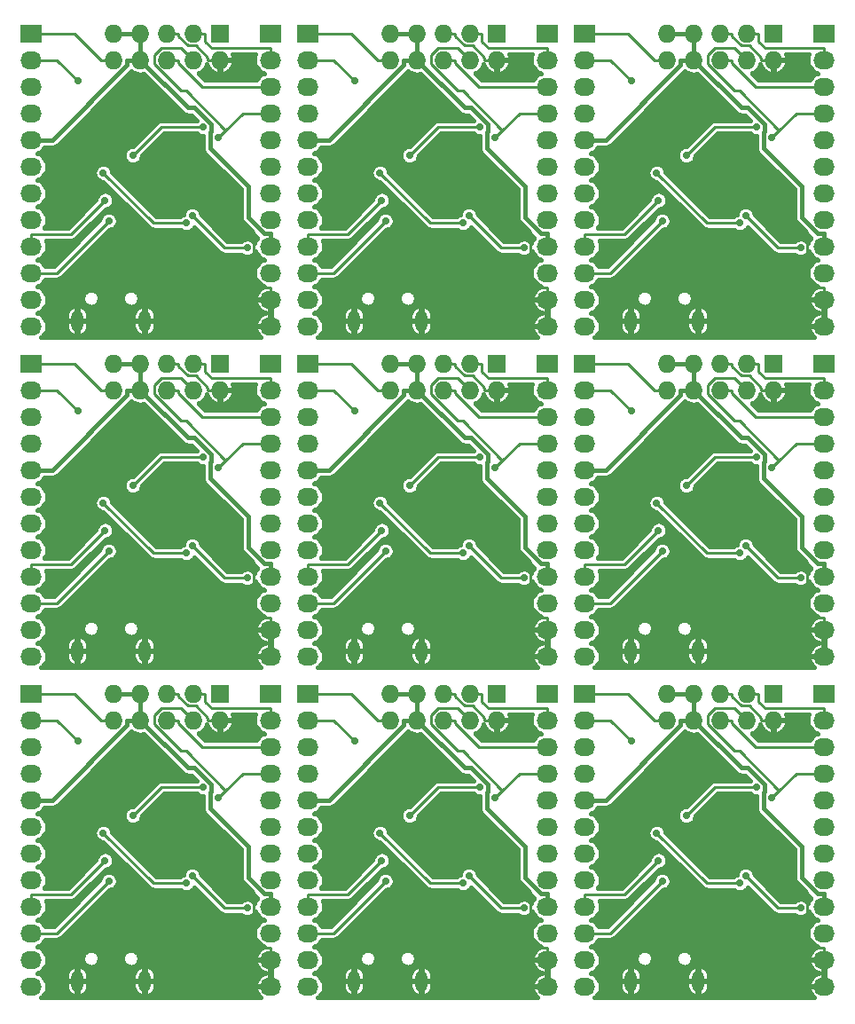
<source format=gbl>
G04 #@! TF.FileFunction,Copper,L2,Bot,Signal*
%FSLAX46Y46*%
G04 Gerber Fmt 4.6, Leading zero omitted, Abs format (unit mm)*
G04 Created by KiCad (PCBNEW 4.0.1-2.201512121406+6195~38~ubuntu15.10.1-stable) date Monday, December 14, 2015 PM10:15:37 HKT*
%MOMM*%
G01*
G04 APERTURE LIST*
%ADD10C,0.100000*%
%ADD11O,1.200000X2.000000*%
%ADD12R,1.727200X1.727200*%
%ADD13O,1.727200X1.727200*%
%ADD14R,2.032000X1.727200*%
%ADD15O,2.032000X1.727200*%
%ADD16C,0.711200*%
%ADD17C,0.450000*%
%ADD18C,0.254000*%
%ADD19C,0.381000*%
G04 APERTURE END LIST*
D10*
D11*
X59030000Y2286000D03*
X65430000Y2286000D03*
D12*
X72644000Y29718000D03*
D13*
X72644000Y27178000D03*
X70104000Y29718000D03*
X70104000Y27178000D03*
X67564000Y29718000D03*
X67564000Y27178000D03*
X65024000Y29718000D03*
X65024000Y27178000D03*
X62484000Y29718000D03*
X62484000Y27178000D03*
D14*
X77470000Y29718000D03*
D15*
X77470000Y27178000D03*
X77470000Y24638000D03*
X77470000Y22098000D03*
X77470000Y19558000D03*
X77470000Y17018000D03*
X77470000Y14478000D03*
X77470000Y11938000D03*
X77470000Y9398000D03*
X77470000Y6858000D03*
X77470000Y4318000D03*
X77470000Y1778000D03*
D14*
X54610000Y29718000D03*
D15*
X54610000Y27178000D03*
X54610000Y24638000D03*
X54610000Y22098000D03*
X54610000Y19558000D03*
X54610000Y17018000D03*
X54610000Y14478000D03*
X54610000Y11938000D03*
X54610000Y9398000D03*
X54610000Y6858000D03*
X54610000Y4318000D03*
X54610000Y1778000D03*
D11*
X59030000Y33782000D03*
X65430000Y33782000D03*
D12*
X72644000Y61214000D03*
D13*
X72644000Y58674000D03*
X70104000Y61214000D03*
X70104000Y58674000D03*
X67564000Y61214000D03*
X67564000Y58674000D03*
X65024000Y61214000D03*
X65024000Y58674000D03*
X62484000Y61214000D03*
X62484000Y58674000D03*
D14*
X77470000Y61214000D03*
D15*
X77470000Y58674000D03*
X77470000Y56134000D03*
X77470000Y53594000D03*
X77470000Y51054000D03*
X77470000Y48514000D03*
X77470000Y45974000D03*
X77470000Y43434000D03*
X77470000Y40894000D03*
X77470000Y38354000D03*
X77470000Y35814000D03*
X77470000Y33274000D03*
D14*
X54610000Y61214000D03*
D15*
X54610000Y58674000D03*
X54610000Y56134000D03*
X54610000Y53594000D03*
X54610000Y51054000D03*
X54610000Y48514000D03*
X54610000Y45974000D03*
X54610000Y43434000D03*
X54610000Y40894000D03*
X54610000Y38354000D03*
X54610000Y35814000D03*
X54610000Y33274000D03*
D11*
X59030000Y65278000D03*
X65430000Y65278000D03*
D12*
X72644000Y92710000D03*
D13*
X72644000Y90170000D03*
X70104000Y92710000D03*
X70104000Y90170000D03*
X67564000Y92710000D03*
X67564000Y90170000D03*
X65024000Y92710000D03*
X65024000Y90170000D03*
X62484000Y92710000D03*
X62484000Y90170000D03*
D14*
X77470000Y92710000D03*
D15*
X77470000Y90170000D03*
X77470000Y87630000D03*
X77470000Y85090000D03*
X77470000Y82550000D03*
X77470000Y80010000D03*
X77470000Y77470000D03*
X77470000Y74930000D03*
X77470000Y72390000D03*
X77470000Y69850000D03*
X77470000Y67310000D03*
X77470000Y64770000D03*
D14*
X54610000Y92710000D03*
D15*
X54610000Y90170000D03*
X54610000Y87630000D03*
X54610000Y85090000D03*
X54610000Y82550000D03*
X54610000Y80010000D03*
X54610000Y77470000D03*
X54610000Y74930000D03*
X54610000Y72390000D03*
X54610000Y69850000D03*
X54610000Y67310000D03*
X54610000Y64770000D03*
D11*
X32614000Y2286000D03*
X39014000Y2286000D03*
D12*
X46228000Y29718000D03*
D13*
X46228000Y27178000D03*
X43688000Y29718000D03*
X43688000Y27178000D03*
X41148000Y29718000D03*
X41148000Y27178000D03*
X38608000Y29718000D03*
X38608000Y27178000D03*
X36068000Y29718000D03*
X36068000Y27178000D03*
D14*
X51054000Y29718000D03*
D15*
X51054000Y27178000D03*
X51054000Y24638000D03*
X51054000Y22098000D03*
X51054000Y19558000D03*
X51054000Y17018000D03*
X51054000Y14478000D03*
X51054000Y11938000D03*
X51054000Y9398000D03*
X51054000Y6858000D03*
X51054000Y4318000D03*
X51054000Y1778000D03*
D14*
X28194000Y29718000D03*
D15*
X28194000Y27178000D03*
X28194000Y24638000D03*
X28194000Y22098000D03*
X28194000Y19558000D03*
X28194000Y17018000D03*
X28194000Y14478000D03*
X28194000Y11938000D03*
X28194000Y9398000D03*
X28194000Y6858000D03*
X28194000Y4318000D03*
X28194000Y1778000D03*
D11*
X32614000Y33782000D03*
X39014000Y33782000D03*
D12*
X46228000Y61214000D03*
D13*
X46228000Y58674000D03*
X43688000Y61214000D03*
X43688000Y58674000D03*
X41148000Y61214000D03*
X41148000Y58674000D03*
X38608000Y61214000D03*
X38608000Y58674000D03*
X36068000Y61214000D03*
X36068000Y58674000D03*
D14*
X51054000Y61214000D03*
D15*
X51054000Y58674000D03*
X51054000Y56134000D03*
X51054000Y53594000D03*
X51054000Y51054000D03*
X51054000Y48514000D03*
X51054000Y45974000D03*
X51054000Y43434000D03*
X51054000Y40894000D03*
X51054000Y38354000D03*
X51054000Y35814000D03*
X51054000Y33274000D03*
D14*
X28194000Y61214000D03*
D15*
X28194000Y58674000D03*
X28194000Y56134000D03*
X28194000Y53594000D03*
X28194000Y51054000D03*
X28194000Y48514000D03*
X28194000Y45974000D03*
X28194000Y43434000D03*
X28194000Y40894000D03*
X28194000Y38354000D03*
X28194000Y35814000D03*
X28194000Y33274000D03*
D11*
X32614000Y65278000D03*
X39014000Y65278000D03*
D12*
X46228000Y92710000D03*
D13*
X46228000Y90170000D03*
X43688000Y92710000D03*
X43688000Y90170000D03*
X41148000Y92710000D03*
X41148000Y90170000D03*
X38608000Y92710000D03*
X38608000Y90170000D03*
X36068000Y92710000D03*
X36068000Y90170000D03*
D14*
X51054000Y92710000D03*
D15*
X51054000Y90170000D03*
X51054000Y87630000D03*
X51054000Y85090000D03*
X51054000Y82550000D03*
X51054000Y80010000D03*
X51054000Y77470000D03*
X51054000Y74930000D03*
X51054000Y72390000D03*
X51054000Y69850000D03*
X51054000Y67310000D03*
X51054000Y64770000D03*
D14*
X28194000Y92710000D03*
D15*
X28194000Y90170000D03*
X28194000Y87630000D03*
X28194000Y85090000D03*
X28194000Y82550000D03*
X28194000Y80010000D03*
X28194000Y77470000D03*
X28194000Y74930000D03*
X28194000Y72390000D03*
X28194000Y69850000D03*
X28194000Y67310000D03*
X28194000Y64770000D03*
D11*
X6198000Y2286000D03*
X12598000Y2286000D03*
D12*
X19812000Y29718000D03*
D13*
X19812000Y27178000D03*
X17272000Y29718000D03*
X17272000Y27178000D03*
X14732000Y29718000D03*
X14732000Y27178000D03*
X12192000Y29718000D03*
X12192000Y27178000D03*
X9652000Y29718000D03*
X9652000Y27178000D03*
D14*
X24638000Y29718000D03*
D15*
X24638000Y27178000D03*
X24638000Y24638000D03*
X24638000Y22098000D03*
X24638000Y19558000D03*
X24638000Y17018000D03*
X24638000Y14478000D03*
X24638000Y11938000D03*
X24638000Y9398000D03*
X24638000Y6858000D03*
X24638000Y4318000D03*
X24638000Y1778000D03*
D14*
X1778000Y29718000D03*
D15*
X1778000Y27178000D03*
X1778000Y24638000D03*
X1778000Y22098000D03*
X1778000Y19558000D03*
X1778000Y17018000D03*
X1778000Y14478000D03*
X1778000Y11938000D03*
X1778000Y9398000D03*
X1778000Y6858000D03*
X1778000Y4318000D03*
X1778000Y1778000D03*
D11*
X6198000Y33782000D03*
X12598000Y33782000D03*
D12*
X19812000Y61214000D03*
D13*
X19812000Y58674000D03*
X17272000Y61214000D03*
X17272000Y58674000D03*
X14732000Y61214000D03*
X14732000Y58674000D03*
X12192000Y61214000D03*
X12192000Y58674000D03*
X9652000Y61214000D03*
X9652000Y58674000D03*
D14*
X24638000Y61214000D03*
D15*
X24638000Y58674000D03*
X24638000Y56134000D03*
X24638000Y53594000D03*
X24638000Y51054000D03*
X24638000Y48514000D03*
X24638000Y45974000D03*
X24638000Y43434000D03*
X24638000Y40894000D03*
X24638000Y38354000D03*
X24638000Y35814000D03*
X24638000Y33274000D03*
D14*
X1778000Y61214000D03*
D15*
X1778000Y58674000D03*
X1778000Y56134000D03*
X1778000Y53594000D03*
X1778000Y51054000D03*
X1778000Y48514000D03*
X1778000Y45974000D03*
X1778000Y43434000D03*
X1778000Y40894000D03*
X1778000Y38354000D03*
X1778000Y35814000D03*
X1778000Y33274000D03*
D14*
X1778000Y92710000D03*
D15*
X1778000Y90170000D03*
X1778000Y87630000D03*
X1778000Y85090000D03*
X1778000Y82550000D03*
X1778000Y80010000D03*
X1778000Y77470000D03*
X1778000Y74930000D03*
X1778000Y72390000D03*
X1778000Y69850000D03*
X1778000Y67310000D03*
X1778000Y64770000D03*
D14*
X24638000Y92710000D03*
D15*
X24638000Y90170000D03*
X24638000Y87630000D03*
X24638000Y85090000D03*
X24638000Y82550000D03*
X24638000Y80010000D03*
X24638000Y77470000D03*
X24638000Y74930000D03*
X24638000Y72390000D03*
X24638000Y69850000D03*
X24638000Y67310000D03*
X24638000Y64770000D03*
D12*
X19812000Y92710000D03*
D13*
X19812000Y90170000D03*
X17272000Y92710000D03*
X17272000Y90170000D03*
X14732000Y92710000D03*
X14732000Y90170000D03*
X12192000Y92710000D03*
X12192000Y90170000D03*
X9652000Y92710000D03*
X9652000Y90170000D03*
D11*
X6198000Y65278000D03*
X12598000Y65278000D03*
D16*
X70519200Y15670400D03*
X73467000Y15760100D03*
X70519200Y47166400D03*
X73467000Y47256100D03*
X70519200Y78662400D03*
X73467000Y78752100D03*
X44103200Y15670400D03*
X47051000Y15760100D03*
X44103200Y47166400D03*
X47051000Y47256100D03*
X44103200Y78662400D03*
X47051000Y78752100D03*
X17687200Y15670400D03*
X20635000Y15760100D03*
X17687200Y47166400D03*
X20635000Y47256100D03*
X20635000Y78752100D03*
X17687200Y78662400D03*
X59082500Y25178400D03*
X59082500Y56674400D03*
X59082500Y88170400D03*
X32666500Y25178400D03*
X32666500Y56674400D03*
X32666500Y88170400D03*
X6250500Y25178400D03*
X6250500Y56674400D03*
X6250500Y88170400D03*
X64339200Y18084000D03*
X71012500Y20786000D03*
X64339200Y49580000D03*
X71012500Y52282000D03*
X64339200Y81076000D03*
X71012500Y83778000D03*
X37923200Y18084000D03*
X44596500Y20786000D03*
X37923200Y49580000D03*
X44596500Y52282000D03*
X37923200Y81076000D03*
X44596500Y83778000D03*
X11507200Y18084000D03*
X18180500Y20786000D03*
X11507200Y49580000D03*
X18180500Y52282000D03*
X18180500Y83778000D03*
X11507200Y81076000D03*
X61509300Y16411000D03*
X69447100Y11626300D03*
X61509300Y47907000D03*
X69447100Y43122300D03*
X61509300Y79403000D03*
X69447100Y74618300D03*
X35093300Y16411000D03*
X43031100Y11626300D03*
X35093300Y47907000D03*
X43031100Y43122300D03*
X35093300Y79403000D03*
X43031100Y74618300D03*
X8677300Y16411000D03*
X16615100Y11626300D03*
X8677300Y47907000D03*
X16615100Y43122300D03*
X16615100Y74618300D03*
X8677300Y79403000D03*
X61675500Y13798200D03*
X61675500Y45294200D03*
X61675500Y76790200D03*
X35259500Y13798200D03*
X35259500Y45294200D03*
X35259500Y76790200D03*
X8843500Y13798200D03*
X8843500Y45294200D03*
X8843500Y76790200D03*
X62024000Y11838400D03*
X62024000Y43334400D03*
X62024000Y74830400D03*
X35608000Y11838400D03*
X35608000Y43334400D03*
X35608000Y74830400D03*
X9192000Y11838400D03*
X9192000Y43334400D03*
X9192000Y74830400D03*
X72473200Y19752500D03*
X72473200Y51248500D03*
X72473200Y82744500D03*
X46057200Y19752500D03*
X46057200Y51248500D03*
X46057200Y82744500D03*
X19641200Y19752500D03*
X19641200Y51248500D03*
X19641200Y82744500D03*
X75259200Y9241100D03*
X69994700Y12343600D03*
X75259200Y40737100D03*
X69994700Y43839600D03*
X75259200Y72233100D03*
X69994700Y75335600D03*
X48843200Y9241100D03*
X43578700Y12343600D03*
X48843200Y40737100D03*
X43578700Y43839600D03*
X48843200Y72233100D03*
X43578700Y75335600D03*
X22427200Y9241100D03*
X17162700Y12343600D03*
X22427200Y40737100D03*
X17162700Y43839600D03*
X17162700Y75335600D03*
X22427200Y72233100D03*
D17*
X77470000Y9398000D02*
X77470000Y10639300D01*
X77470000Y10639300D02*
X76849300Y10639300D01*
X76849300Y10639300D02*
X75360100Y12128500D01*
X75360100Y12128500D02*
X75360100Y15130100D01*
X75360100Y15130100D02*
X71718000Y18772200D01*
X71718000Y18772200D02*
X71718000Y20309200D01*
X71718000Y20309200D02*
X71802100Y20393300D01*
X71802100Y20393300D02*
X71802100Y21060400D01*
X71802100Y21060400D02*
X70226700Y22635800D01*
X70226700Y22635800D02*
X69566200Y22635800D01*
X69566200Y22635800D02*
X65024000Y27178000D01*
X65024000Y27178000D02*
X63782700Y27178000D01*
X63782700Y27178000D02*
X63782700Y26712500D01*
X63782700Y26712500D02*
X56628200Y19558000D01*
X56628200Y19558000D02*
X54610000Y19558000D01*
X65024000Y29718000D02*
X65024000Y27178000D01*
X62484000Y29718000D02*
X65024000Y29718000D01*
X77470000Y40894000D02*
X77470000Y42135300D01*
X77470000Y42135300D02*
X76849300Y42135300D01*
X76849300Y42135300D02*
X75360100Y43624500D01*
X75360100Y43624500D02*
X75360100Y46626100D01*
X75360100Y46626100D02*
X71718000Y50268200D01*
X71718000Y50268200D02*
X71718000Y51805200D01*
X71718000Y51805200D02*
X71802100Y51889300D01*
X71802100Y51889300D02*
X71802100Y52556400D01*
X71802100Y52556400D02*
X70226700Y54131800D01*
X70226700Y54131800D02*
X69566200Y54131800D01*
X69566200Y54131800D02*
X65024000Y58674000D01*
X65024000Y58674000D02*
X63782700Y58674000D01*
X63782700Y58674000D02*
X63782700Y58208500D01*
X63782700Y58208500D02*
X56628200Y51054000D01*
X56628200Y51054000D02*
X54610000Y51054000D01*
X65024000Y61214000D02*
X65024000Y58674000D01*
X62484000Y61214000D02*
X65024000Y61214000D01*
X77470000Y72390000D02*
X77470000Y73631300D01*
X77470000Y73631300D02*
X76849300Y73631300D01*
X76849300Y73631300D02*
X75360100Y75120500D01*
X75360100Y75120500D02*
X75360100Y78122100D01*
X75360100Y78122100D02*
X71718000Y81764200D01*
X71718000Y81764200D02*
X71718000Y83301200D01*
X71718000Y83301200D02*
X71802100Y83385300D01*
X71802100Y83385300D02*
X71802100Y84052400D01*
X71802100Y84052400D02*
X70226700Y85627800D01*
X70226700Y85627800D02*
X69566200Y85627800D01*
X69566200Y85627800D02*
X65024000Y90170000D01*
X65024000Y90170000D02*
X63782700Y90170000D01*
X63782700Y90170000D02*
X63782700Y89704500D01*
X63782700Y89704500D02*
X56628200Y82550000D01*
X56628200Y82550000D02*
X54610000Y82550000D01*
X65024000Y92710000D02*
X65024000Y90170000D01*
X62484000Y92710000D02*
X65024000Y92710000D01*
X51054000Y9398000D02*
X51054000Y10639300D01*
X51054000Y10639300D02*
X50433300Y10639300D01*
X50433300Y10639300D02*
X48944100Y12128500D01*
X48944100Y12128500D02*
X48944100Y15130100D01*
X48944100Y15130100D02*
X45302000Y18772200D01*
X45302000Y18772200D02*
X45302000Y20309200D01*
X45302000Y20309200D02*
X45386100Y20393300D01*
X45386100Y20393300D02*
X45386100Y21060400D01*
X45386100Y21060400D02*
X43810700Y22635800D01*
X43810700Y22635800D02*
X43150200Y22635800D01*
X43150200Y22635800D02*
X38608000Y27178000D01*
X38608000Y27178000D02*
X37366700Y27178000D01*
X37366700Y27178000D02*
X37366700Y26712500D01*
X37366700Y26712500D02*
X30212200Y19558000D01*
X30212200Y19558000D02*
X28194000Y19558000D01*
X38608000Y29718000D02*
X38608000Y27178000D01*
X36068000Y29718000D02*
X38608000Y29718000D01*
X51054000Y40894000D02*
X51054000Y42135300D01*
X51054000Y42135300D02*
X50433300Y42135300D01*
X50433300Y42135300D02*
X48944100Y43624500D01*
X48944100Y43624500D02*
X48944100Y46626100D01*
X48944100Y46626100D02*
X45302000Y50268200D01*
X45302000Y50268200D02*
X45302000Y51805200D01*
X45302000Y51805200D02*
X45386100Y51889300D01*
X45386100Y51889300D02*
X45386100Y52556400D01*
X45386100Y52556400D02*
X43810700Y54131800D01*
X43810700Y54131800D02*
X43150200Y54131800D01*
X43150200Y54131800D02*
X38608000Y58674000D01*
X38608000Y58674000D02*
X37366700Y58674000D01*
X37366700Y58674000D02*
X37366700Y58208500D01*
X37366700Y58208500D02*
X30212200Y51054000D01*
X30212200Y51054000D02*
X28194000Y51054000D01*
X38608000Y61214000D02*
X38608000Y58674000D01*
X36068000Y61214000D02*
X38608000Y61214000D01*
X51054000Y72390000D02*
X51054000Y73631300D01*
X51054000Y73631300D02*
X50433300Y73631300D01*
X50433300Y73631300D02*
X48944100Y75120500D01*
X48944100Y75120500D02*
X48944100Y78122100D01*
X48944100Y78122100D02*
X45302000Y81764200D01*
X45302000Y81764200D02*
X45302000Y83301200D01*
X45302000Y83301200D02*
X45386100Y83385300D01*
X45386100Y83385300D02*
X45386100Y84052400D01*
X45386100Y84052400D02*
X43810700Y85627800D01*
X43810700Y85627800D02*
X43150200Y85627800D01*
X43150200Y85627800D02*
X38608000Y90170000D01*
X38608000Y90170000D02*
X37366700Y90170000D01*
X37366700Y90170000D02*
X37366700Y89704500D01*
X37366700Y89704500D02*
X30212200Y82550000D01*
X30212200Y82550000D02*
X28194000Y82550000D01*
X38608000Y92710000D02*
X38608000Y90170000D01*
X36068000Y92710000D02*
X38608000Y92710000D01*
X24638000Y9398000D02*
X24638000Y10639300D01*
X24638000Y10639300D02*
X24017300Y10639300D01*
X24017300Y10639300D02*
X22528100Y12128500D01*
X22528100Y12128500D02*
X22528100Y15130100D01*
X22528100Y15130100D02*
X18886000Y18772200D01*
X18886000Y18772200D02*
X18886000Y20309200D01*
X18886000Y20309200D02*
X18970100Y20393300D01*
X18970100Y20393300D02*
X18970100Y21060400D01*
X18970100Y21060400D02*
X17394700Y22635800D01*
X17394700Y22635800D02*
X16734200Y22635800D01*
X16734200Y22635800D02*
X12192000Y27178000D01*
X12192000Y27178000D02*
X10950700Y27178000D01*
X10950700Y27178000D02*
X10950700Y26712500D01*
X10950700Y26712500D02*
X3796200Y19558000D01*
X3796200Y19558000D02*
X1778000Y19558000D01*
X12192000Y29718000D02*
X12192000Y27178000D01*
X9652000Y29718000D02*
X12192000Y29718000D01*
X24638000Y40894000D02*
X24638000Y42135300D01*
X24638000Y42135300D02*
X24017300Y42135300D01*
X24017300Y42135300D02*
X22528100Y43624500D01*
X22528100Y43624500D02*
X22528100Y46626100D01*
X22528100Y46626100D02*
X18886000Y50268200D01*
X18886000Y50268200D02*
X18886000Y51805200D01*
X18886000Y51805200D02*
X18970100Y51889300D01*
X18970100Y51889300D02*
X18970100Y52556400D01*
X18970100Y52556400D02*
X17394700Y54131800D01*
X17394700Y54131800D02*
X16734200Y54131800D01*
X16734200Y54131800D02*
X12192000Y58674000D01*
X12192000Y58674000D02*
X10950700Y58674000D01*
X10950700Y58674000D02*
X10950700Y58208500D01*
X10950700Y58208500D02*
X3796200Y51054000D01*
X3796200Y51054000D02*
X1778000Y51054000D01*
X12192000Y61214000D02*
X12192000Y58674000D01*
X9652000Y61214000D02*
X12192000Y61214000D01*
X9652000Y92710000D02*
X12192000Y92710000D01*
X12192000Y92710000D02*
X12192000Y90170000D01*
X3796200Y82550000D02*
X1778000Y82550000D01*
X10950700Y89704500D02*
X3796200Y82550000D01*
X10950700Y90170000D02*
X10950700Y89704500D01*
X12192000Y90170000D02*
X10950700Y90170000D01*
X16734200Y85627800D02*
X12192000Y90170000D01*
X17394700Y85627800D02*
X16734200Y85627800D01*
X18970100Y84052400D02*
X17394700Y85627800D01*
X18970100Y83385300D02*
X18970100Y84052400D01*
X18886000Y83301200D02*
X18970100Y83385300D01*
X18886000Y81764200D02*
X18886000Y83301200D01*
X22528100Y78122100D02*
X18886000Y81764200D01*
X22528100Y75120500D02*
X22528100Y78122100D01*
X24017300Y73631300D02*
X22528100Y75120500D01*
X24638000Y73631300D02*
X24017300Y73631300D01*
X24638000Y72390000D02*
X24638000Y73631300D01*
D18*
X73467000Y15670400D02*
X73467000Y15760100D01*
X77470000Y5461300D02*
X77041300Y5461300D01*
X77041300Y5461300D02*
X75904500Y6598100D01*
X75904500Y6598100D02*
X75904500Y10807100D01*
X75904500Y10807100D02*
X73467000Y13244600D01*
X73467000Y13244600D02*
X73467000Y15670400D01*
X73467000Y15670400D02*
X70519200Y15670400D01*
X77470000Y4318000D02*
X77470000Y5461300D01*
X72644000Y27178000D02*
X71500700Y27178000D01*
X67564000Y29718000D02*
X68707300Y29718000D01*
X68707300Y29718000D02*
X68707300Y29432100D01*
X68707300Y29432100D02*
X69564700Y28574700D01*
X69564700Y28574700D02*
X70340900Y28574700D01*
X70340900Y28574700D02*
X71500700Y27414900D01*
X71500700Y27414900D02*
X71500700Y27178000D01*
X73467000Y47166400D02*
X73467000Y47256100D01*
X77470000Y36957300D02*
X77041300Y36957300D01*
X77041300Y36957300D02*
X75904500Y38094100D01*
X75904500Y38094100D02*
X75904500Y42303100D01*
X75904500Y42303100D02*
X73467000Y44740600D01*
X73467000Y44740600D02*
X73467000Y47166400D01*
X73467000Y47166400D02*
X70519200Y47166400D01*
X77470000Y35814000D02*
X77470000Y36957300D01*
X72644000Y58674000D02*
X71500700Y58674000D01*
X67564000Y61214000D02*
X68707300Y61214000D01*
X68707300Y61214000D02*
X68707300Y60928100D01*
X68707300Y60928100D02*
X69564700Y60070700D01*
X69564700Y60070700D02*
X70340900Y60070700D01*
X70340900Y60070700D02*
X71500700Y58910900D01*
X71500700Y58910900D02*
X71500700Y58674000D01*
X73467000Y78662400D02*
X73467000Y78752100D01*
X77470000Y68453300D02*
X77041300Y68453300D01*
X77041300Y68453300D02*
X75904500Y69590100D01*
X75904500Y69590100D02*
X75904500Y73799100D01*
X75904500Y73799100D02*
X73467000Y76236600D01*
X73467000Y76236600D02*
X73467000Y78662400D01*
X73467000Y78662400D02*
X70519200Y78662400D01*
X77470000Y67310000D02*
X77470000Y68453300D01*
X72644000Y90170000D02*
X71500700Y90170000D01*
X67564000Y92710000D02*
X68707300Y92710000D01*
X68707300Y92710000D02*
X68707300Y92424100D01*
X68707300Y92424100D02*
X69564700Y91566700D01*
X69564700Y91566700D02*
X70340900Y91566700D01*
X70340900Y91566700D02*
X71500700Y90406900D01*
X71500700Y90406900D02*
X71500700Y90170000D01*
X47051000Y15670400D02*
X47051000Y15760100D01*
X51054000Y5461300D02*
X50625300Y5461300D01*
X50625300Y5461300D02*
X49488500Y6598100D01*
X49488500Y6598100D02*
X49488500Y10807100D01*
X49488500Y10807100D02*
X47051000Y13244600D01*
X47051000Y13244600D02*
X47051000Y15670400D01*
X47051000Y15670400D02*
X44103200Y15670400D01*
X51054000Y4318000D02*
X51054000Y5461300D01*
X46228000Y27178000D02*
X45084700Y27178000D01*
X41148000Y29718000D02*
X42291300Y29718000D01*
X42291300Y29718000D02*
X42291300Y29432100D01*
X42291300Y29432100D02*
X43148700Y28574700D01*
X43148700Y28574700D02*
X43924900Y28574700D01*
X43924900Y28574700D02*
X45084700Y27414900D01*
X45084700Y27414900D02*
X45084700Y27178000D01*
X47051000Y47166400D02*
X47051000Y47256100D01*
X51054000Y36957300D02*
X50625300Y36957300D01*
X50625300Y36957300D02*
X49488500Y38094100D01*
X49488500Y38094100D02*
X49488500Y42303100D01*
X49488500Y42303100D02*
X47051000Y44740600D01*
X47051000Y44740600D02*
X47051000Y47166400D01*
X47051000Y47166400D02*
X44103200Y47166400D01*
X51054000Y35814000D02*
X51054000Y36957300D01*
X46228000Y58674000D02*
X45084700Y58674000D01*
X41148000Y61214000D02*
X42291300Y61214000D01*
X42291300Y61214000D02*
X42291300Y60928100D01*
X42291300Y60928100D02*
X43148700Y60070700D01*
X43148700Y60070700D02*
X43924900Y60070700D01*
X43924900Y60070700D02*
X45084700Y58910900D01*
X45084700Y58910900D02*
X45084700Y58674000D01*
X47051000Y78662400D02*
X47051000Y78752100D01*
X51054000Y68453300D02*
X50625300Y68453300D01*
X50625300Y68453300D02*
X49488500Y69590100D01*
X49488500Y69590100D02*
X49488500Y73799100D01*
X49488500Y73799100D02*
X47051000Y76236600D01*
X47051000Y76236600D02*
X47051000Y78662400D01*
X47051000Y78662400D02*
X44103200Y78662400D01*
X51054000Y67310000D02*
X51054000Y68453300D01*
X46228000Y90170000D02*
X45084700Y90170000D01*
X41148000Y92710000D02*
X42291300Y92710000D01*
X42291300Y92710000D02*
X42291300Y92424100D01*
X42291300Y92424100D02*
X43148700Y91566700D01*
X43148700Y91566700D02*
X43924900Y91566700D01*
X43924900Y91566700D02*
X45084700Y90406900D01*
X45084700Y90406900D02*
X45084700Y90170000D01*
X20635000Y15670400D02*
X20635000Y15760100D01*
X24638000Y5461300D02*
X24209300Y5461300D01*
X24209300Y5461300D02*
X23072500Y6598100D01*
X23072500Y6598100D02*
X23072500Y10807100D01*
X23072500Y10807100D02*
X20635000Y13244600D01*
X20635000Y13244600D02*
X20635000Y15670400D01*
X20635000Y15670400D02*
X17687200Y15670400D01*
X24638000Y4318000D02*
X24638000Y5461300D01*
X19812000Y27178000D02*
X18668700Y27178000D01*
X14732000Y29718000D02*
X15875300Y29718000D01*
X15875300Y29718000D02*
X15875300Y29432100D01*
X15875300Y29432100D02*
X16732700Y28574700D01*
X16732700Y28574700D02*
X17508900Y28574700D01*
X17508900Y28574700D02*
X18668700Y27414900D01*
X18668700Y27414900D02*
X18668700Y27178000D01*
X20635000Y47166400D02*
X20635000Y47256100D01*
X24638000Y36957300D02*
X24209300Y36957300D01*
X24209300Y36957300D02*
X23072500Y38094100D01*
X23072500Y38094100D02*
X23072500Y42303100D01*
X23072500Y42303100D02*
X20635000Y44740600D01*
X20635000Y44740600D02*
X20635000Y47166400D01*
X20635000Y47166400D02*
X17687200Y47166400D01*
X24638000Y35814000D02*
X24638000Y36957300D01*
X19812000Y58674000D02*
X18668700Y58674000D01*
X14732000Y61214000D02*
X15875300Y61214000D01*
X15875300Y61214000D02*
X15875300Y60928100D01*
X15875300Y60928100D02*
X16732700Y60070700D01*
X16732700Y60070700D02*
X17508900Y60070700D01*
X17508900Y60070700D02*
X18668700Y58910900D01*
X18668700Y58910900D02*
X18668700Y58674000D01*
X18668700Y90406900D02*
X18668700Y90170000D01*
X17508900Y91566700D02*
X18668700Y90406900D01*
X16732700Y91566700D02*
X17508900Y91566700D01*
X15875300Y92424100D02*
X16732700Y91566700D01*
X15875300Y92710000D02*
X15875300Y92424100D01*
X14732000Y92710000D02*
X15875300Y92710000D01*
X19812000Y90170000D02*
X18668700Y90170000D01*
X24638000Y67310000D02*
X24638000Y68453300D01*
X20635000Y78662400D02*
X17687200Y78662400D01*
X20635000Y76236600D02*
X20635000Y78662400D01*
X23072500Y73799100D02*
X20635000Y76236600D01*
X23072500Y69590100D02*
X23072500Y73799100D01*
X24209300Y68453300D02*
X23072500Y69590100D01*
X24638000Y68453300D02*
X24209300Y68453300D01*
X20635000Y78662400D02*
X20635000Y78752100D01*
X59082500Y25178400D02*
X57082900Y27178000D01*
X57082900Y27178000D02*
X54610000Y27178000D01*
X59082500Y56674400D02*
X57082900Y58674000D01*
X57082900Y58674000D02*
X54610000Y58674000D01*
X59082500Y88170400D02*
X57082900Y90170000D01*
X57082900Y90170000D02*
X54610000Y90170000D01*
X32666500Y25178400D02*
X30666900Y27178000D01*
X30666900Y27178000D02*
X28194000Y27178000D01*
X32666500Y56674400D02*
X30666900Y58674000D01*
X30666900Y58674000D02*
X28194000Y58674000D01*
X32666500Y88170400D02*
X30666900Y90170000D01*
X30666900Y90170000D02*
X28194000Y90170000D01*
X6250500Y25178400D02*
X4250900Y27178000D01*
X4250900Y27178000D02*
X1778000Y27178000D01*
X6250500Y56674400D02*
X4250900Y58674000D01*
X4250900Y58674000D02*
X1778000Y58674000D01*
X4250900Y90170000D02*
X1778000Y90170000D01*
X6250500Y88170400D02*
X4250900Y90170000D01*
X64339200Y18084000D02*
X67041200Y20786000D01*
X67041200Y20786000D02*
X71012500Y20786000D01*
X64339200Y49580000D02*
X67041200Y52282000D01*
X67041200Y52282000D02*
X71012500Y52282000D01*
X64339200Y81076000D02*
X67041200Y83778000D01*
X67041200Y83778000D02*
X71012500Y83778000D01*
X37923200Y18084000D02*
X40625200Y20786000D01*
X40625200Y20786000D02*
X44596500Y20786000D01*
X37923200Y49580000D02*
X40625200Y52282000D01*
X40625200Y52282000D02*
X44596500Y52282000D01*
X37923200Y81076000D02*
X40625200Y83778000D01*
X40625200Y83778000D02*
X44596500Y83778000D01*
X11507200Y18084000D02*
X14209200Y20786000D01*
X14209200Y20786000D02*
X18180500Y20786000D01*
X11507200Y49580000D02*
X14209200Y52282000D01*
X14209200Y52282000D02*
X18180500Y52282000D01*
X14209200Y83778000D02*
X18180500Y83778000D01*
X11507200Y81076000D02*
X14209200Y83778000D01*
X61509300Y16411000D02*
X66294000Y11626300D01*
X66294000Y11626300D02*
X69447100Y11626300D01*
X61509300Y47907000D02*
X66294000Y43122300D01*
X66294000Y43122300D02*
X69447100Y43122300D01*
X61509300Y79403000D02*
X66294000Y74618300D01*
X66294000Y74618300D02*
X69447100Y74618300D01*
X35093300Y16411000D02*
X39878000Y11626300D01*
X39878000Y11626300D02*
X43031100Y11626300D01*
X35093300Y47907000D02*
X39878000Y43122300D01*
X39878000Y43122300D02*
X43031100Y43122300D01*
X35093300Y79403000D02*
X39878000Y74618300D01*
X39878000Y74618300D02*
X43031100Y74618300D01*
X8677300Y16411000D02*
X13462000Y11626300D01*
X13462000Y11626300D02*
X16615100Y11626300D01*
X8677300Y47907000D02*
X13462000Y43122300D01*
X13462000Y43122300D02*
X16615100Y43122300D01*
X13462000Y74618300D02*
X16615100Y74618300D01*
X8677300Y79403000D02*
X13462000Y74618300D01*
X62484000Y27178000D02*
X61340700Y27178000D01*
X61340700Y27178000D02*
X58800700Y29718000D01*
X58800700Y29718000D02*
X54610000Y29718000D01*
X62484000Y58674000D02*
X61340700Y58674000D01*
X61340700Y58674000D02*
X58800700Y61214000D01*
X58800700Y61214000D02*
X54610000Y61214000D01*
X62484000Y90170000D02*
X61340700Y90170000D01*
X61340700Y90170000D02*
X58800700Y92710000D01*
X58800700Y92710000D02*
X54610000Y92710000D01*
X36068000Y27178000D02*
X34924700Y27178000D01*
X34924700Y27178000D02*
X32384700Y29718000D01*
X32384700Y29718000D02*
X28194000Y29718000D01*
X36068000Y58674000D02*
X34924700Y58674000D01*
X34924700Y58674000D02*
X32384700Y61214000D01*
X32384700Y61214000D02*
X28194000Y61214000D01*
X36068000Y90170000D02*
X34924700Y90170000D01*
X34924700Y90170000D02*
X32384700Y92710000D01*
X32384700Y92710000D02*
X28194000Y92710000D01*
X9652000Y27178000D02*
X8508700Y27178000D01*
X8508700Y27178000D02*
X5968700Y29718000D01*
X5968700Y29718000D02*
X1778000Y29718000D01*
X9652000Y58674000D02*
X8508700Y58674000D01*
X8508700Y58674000D02*
X5968700Y61214000D01*
X5968700Y61214000D02*
X1778000Y61214000D01*
X5968700Y92710000D02*
X1778000Y92710000D01*
X8508700Y90170000D02*
X5968700Y92710000D01*
X9652000Y90170000D02*
X8508700Y90170000D01*
X61675500Y13798200D02*
X58418600Y10541300D01*
X58418600Y10541300D02*
X54610000Y10541300D01*
X54610000Y9398000D02*
X54610000Y10541300D01*
X61675500Y45294200D02*
X58418600Y42037300D01*
X58418600Y42037300D02*
X54610000Y42037300D01*
X54610000Y40894000D02*
X54610000Y42037300D01*
X61675500Y76790200D02*
X58418600Y73533300D01*
X58418600Y73533300D02*
X54610000Y73533300D01*
X54610000Y72390000D02*
X54610000Y73533300D01*
X35259500Y13798200D02*
X32002600Y10541300D01*
X32002600Y10541300D02*
X28194000Y10541300D01*
X28194000Y9398000D02*
X28194000Y10541300D01*
X35259500Y45294200D02*
X32002600Y42037300D01*
X32002600Y42037300D02*
X28194000Y42037300D01*
X28194000Y40894000D02*
X28194000Y42037300D01*
X35259500Y76790200D02*
X32002600Y73533300D01*
X32002600Y73533300D02*
X28194000Y73533300D01*
X28194000Y72390000D02*
X28194000Y73533300D01*
X8843500Y13798200D02*
X5586600Y10541300D01*
X5586600Y10541300D02*
X1778000Y10541300D01*
X1778000Y9398000D02*
X1778000Y10541300D01*
X8843500Y45294200D02*
X5586600Y42037300D01*
X5586600Y42037300D02*
X1778000Y42037300D01*
X1778000Y40894000D02*
X1778000Y42037300D01*
X1778000Y72390000D02*
X1778000Y73533300D01*
X5586600Y73533300D02*
X1778000Y73533300D01*
X8843500Y76790200D02*
X5586600Y73533300D01*
X62024000Y11838400D02*
X57043600Y6858000D01*
X57043600Y6858000D02*
X54610000Y6858000D01*
X62024000Y43334400D02*
X57043600Y38354000D01*
X57043600Y38354000D02*
X54610000Y38354000D01*
X62024000Y74830400D02*
X57043600Y69850000D01*
X57043600Y69850000D02*
X54610000Y69850000D01*
X35608000Y11838400D02*
X30627600Y6858000D01*
X30627600Y6858000D02*
X28194000Y6858000D01*
X35608000Y43334400D02*
X30627600Y38354000D01*
X30627600Y38354000D02*
X28194000Y38354000D01*
X35608000Y74830400D02*
X30627600Y69850000D01*
X30627600Y69850000D02*
X28194000Y69850000D01*
X9192000Y11838400D02*
X4211600Y6858000D01*
X4211600Y6858000D02*
X1778000Y6858000D01*
X9192000Y43334400D02*
X4211600Y38354000D01*
X4211600Y38354000D02*
X1778000Y38354000D01*
X4211600Y69850000D02*
X1778000Y69850000D01*
X9192000Y74830400D02*
X4211600Y69850000D01*
X77470000Y27178000D02*
X77470000Y28321300D01*
X70104000Y29718000D02*
X71247300Y29718000D01*
X71247300Y29718000D02*
X71247300Y28931900D01*
X71247300Y28931900D02*
X71857900Y28321300D01*
X71857900Y28321300D02*
X77470000Y28321300D01*
X77470000Y58674000D02*
X77470000Y59817300D01*
X70104000Y61214000D02*
X71247300Y61214000D01*
X71247300Y61214000D02*
X71247300Y60427900D01*
X71247300Y60427900D02*
X71857900Y59817300D01*
X71857900Y59817300D02*
X77470000Y59817300D01*
X77470000Y90170000D02*
X77470000Y91313300D01*
X70104000Y92710000D02*
X71247300Y92710000D01*
X71247300Y92710000D02*
X71247300Y91923900D01*
X71247300Y91923900D02*
X71857900Y91313300D01*
X71857900Y91313300D02*
X77470000Y91313300D01*
X51054000Y27178000D02*
X51054000Y28321300D01*
X43688000Y29718000D02*
X44831300Y29718000D01*
X44831300Y29718000D02*
X44831300Y28931900D01*
X44831300Y28931900D02*
X45441900Y28321300D01*
X45441900Y28321300D02*
X51054000Y28321300D01*
X51054000Y58674000D02*
X51054000Y59817300D01*
X43688000Y61214000D02*
X44831300Y61214000D01*
X44831300Y61214000D02*
X44831300Y60427900D01*
X44831300Y60427900D02*
X45441900Y59817300D01*
X45441900Y59817300D02*
X51054000Y59817300D01*
X51054000Y90170000D02*
X51054000Y91313300D01*
X43688000Y92710000D02*
X44831300Y92710000D01*
X44831300Y92710000D02*
X44831300Y91923900D01*
X44831300Y91923900D02*
X45441900Y91313300D01*
X45441900Y91313300D02*
X51054000Y91313300D01*
X24638000Y27178000D02*
X24638000Y28321300D01*
X17272000Y29718000D02*
X18415300Y29718000D01*
X18415300Y29718000D02*
X18415300Y28931900D01*
X18415300Y28931900D02*
X19025900Y28321300D01*
X19025900Y28321300D02*
X24638000Y28321300D01*
X24638000Y58674000D02*
X24638000Y59817300D01*
X17272000Y61214000D02*
X18415300Y61214000D01*
X18415300Y61214000D02*
X18415300Y60427900D01*
X18415300Y60427900D02*
X19025900Y59817300D01*
X19025900Y59817300D02*
X24638000Y59817300D01*
X19025900Y91313300D02*
X24638000Y91313300D01*
X18415300Y91923900D02*
X19025900Y91313300D01*
X18415300Y92710000D02*
X18415300Y91923900D01*
X17272000Y92710000D02*
X18415300Y92710000D01*
X24638000Y90170000D02*
X24638000Y91313300D01*
X67564000Y27178000D02*
X68707300Y27178000D01*
X68707300Y27178000D02*
X68707300Y26892200D01*
X68707300Y26892200D02*
X70961500Y24638000D01*
X70961500Y24638000D02*
X77470000Y24638000D01*
X67564000Y58674000D02*
X68707300Y58674000D01*
X68707300Y58674000D02*
X68707300Y58388200D01*
X68707300Y58388200D02*
X70961500Y56134000D01*
X70961500Y56134000D02*
X77470000Y56134000D01*
X67564000Y90170000D02*
X68707300Y90170000D01*
X68707300Y90170000D02*
X68707300Y89884200D01*
X68707300Y89884200D02*
X70961500Y87630000D01*
X70961500Y87630000D02*
X77470000Y87630000D01*
X41148000Y27178000D02*
X42291300Y27178000D01*
X42291300Y27178000D02*
X42291300Y26892200D01*
X42291300Y26892200D02*
X44545500Y24638000D01*
X44545500Y24638000D02*
X51054000Y24638000D01*
X41148000Y58674000D02*
X42291300Y58674000D01*
X42291300Y58674000D02*
X42291300Y58388200D01*
X42291300Y58388200D02*
X44545500Y56134000D01*
X44545500Y56134000D02*
X51054000Y56134000D01*
X41148000Y90170000D02*
X42291300Y90170000D01*
X42291300Y90170000D02*
X42291300Y89884200D01*
X42291300Y89884200D02*
X44545500Y87630000D01*
X44545500Y87630000D02*
X51054000Y87630000D01*
X14732000Y27178000D02*
X15875300Y27178000D01*
X15875300Y27178000D02*
X15875300Y26892200D01*
X15875300Y26892200D02*
X18129500Y24638000D01*
X18129500Y24638000D02*
X24638000Y24638000D01*
X14732000Y58674000D02*
X15875300Y58674000D01*
X15875300Y58674000D02*
X15875300Y58388200D01*
X15875300Y58388200D02*
X18129500Y56134000D01*
X18129500Y56134000D02*
X24638000Y56134000D01*
X18129500Y87630000D02*
X24638000Y87630000D01*
X15875300Y89884200D02*
X18129500Y87630000D01*
X15875300Y90170000D02*
X15875300Y89884200D01*
X14732000Y90170000D02*
X15875300Y90170000D01*
X73174400Y20453700D02*
X74818700Y22098000D01*
X74818700Y22098000D02*
X77470000Y22098000D01*
X72473200Y19752500D02*
X73174400Y20453700D01*
X70104000Y27178000D02*
X68960600Y28321400D01*
X68960600Y28321400D02*
X67019000Y28321400D01*
X67019000Y28321400D02*
X66353400Y27655800D01*
X66353400Y27655800D02*
X66353400Y26769300D01*
X66353400Y26769300D02*
X68891500Y24231200D01*
X68891500Y24231200D02*
X69396900Y24231200D01*
X69396900Y24231200D02*
X73174400Y20453700D01*
X73174400Y51949700D02*
X74818700Y53594000D01*
X74818700Y53594000D02*
X77470000Y53594000D01*
X72473200Y51248500D02*
X73174400Y51949700D01*
X70104000Y58674000D02*
X68960600Y59817400D01*
X68960600Y59817400D02*
X67019000Y59817400D01*
X67019000Y59817400D02*
X66353400Y59151800D01*
X66353400Y59151800D02*
X66353400Y58265300D01*
X66353400Y58265300D02*
X68891500Y55727200D01*
X68891500Y55727200D02*
X69396900Y55727200D01*
X69396900Y55727200D02*
X73174400Y51949700D01*
X73174400Y83445700D02*
X74818700Y85090000D01*
X74818700Y85090000D02*
X77470000Y85090000D01*
X72473200Y82744500D02*
X73174400Y83445700D01*
X70104000Y90170000D02*
X68960600Y91313400D01*
X68960600Y91313400D02*
X67019000Y91313400D01*
X67019000Y91313400D02*
X66353400Y90647800D01*
X66353400Y90647800D02*
X66353400Y89761300D01*
X66353400Y89761300D02*
X68891500Y87223200D01*
X68891500Y87223200D02*
X69396900Y87223200D01*
X69396900Y87223200D02*
X73174400Y83445700D01*
X46758400Y20453700D02*
X48402700Y22098000D01*
X48402700Y22098000D02*
X51054000Y22098000D01*
X46057200Y19752500D02*
X46758400Y20453700D01*
X43688000Y27178000D02*
X42544600Y28321400D01*
X42544600Y28321400D02*
X40603000Y28321400D01*
X40603000Y28321400D02*
X39937400Y27655800D01*
X39937400Y27655800D02*
X39937400Y26769300D01*
X39937400Y26769300D02*
X42475500Y24231200D01*
X42475500Y24231200D02*
X42980900Y24231200D01*
X42980900Y24231200D02*
X46758400Y20453700D01*
X46758400Y51949700D02*
X48402700Y53594000D01*
X48402700Y53594000D02*
X51054000Y53594000D01*
X46057200Y51248500D02*
X46758400Y51949700D01*
X43688000Y58674000D02*
X42544600Y59817400D01*
X42544600Y59817400D02*
X40603000Y59817400D01*
X40603000Y59817400D02*
X39937400Y59151800D01*
X39937400Y59151800D02*
X39937400Y58265300D01*
X39937400Y58265300D02*
X42475500Y55727200D01*
X42475500Y55727200D02*
X42980900Y55727200D01*
X42980900Y55727200D02*
X46758400Y51949700D01*
X46758400Y83445700D02*
X48402700Y85090000D01*
X48402700Y85090000D02*
X51054000Y85090000D01*
X46057200Y82744500D02*
X46758400Y83445700D01*
X43688000Y90170000D02*
X42544600Y91313400D01*
X42544600Y91313400D02*
X40603000Y91313400D01*
X40603000Y91313400D02*
X39937400Y90647800D01*
X39937400Y90647800D02*
X39937400Y89761300D01*
X39937400Y89761300D02*
X42475500Y87223200D01*
X42475500Y87223200D02*
X42980900Y87223200D01*
X42980900Y87223200D02*
X46758400Y83445700D01*
X20342400Y20453700D02*
X21986700Y22098000D01*
X21986700Y22098000D02*
X24638000Y22098000D01*
X19641200Y19752500D02*
X20342400Y20453700D01*
X17272000Y27178000D02*
X16128600Y28321400D01*
X16128600Y28321400D02*
X14187000Y28321400D01*
X14187000Y28321400D02*
X13521400Y27655800D01*
X13521400Y27655800D02*
X13521400Y26769300D01*
X13521400Y26769300D02*
X16059500Y24231200D01*
X16059500Y24231200D02*
X16564900Y24231200D01*
X16564900Y24231200D02*
X20342400Y20453700D01*
X20342400Y51949700D02*
X21986700Y53594000D01*
X21986700Y53594000D02*
X24638000Y53594000D01*
X19641200Y51248500D02*
X20342400Y51949700D01*
X17272000Y58674000D02*
X16128600Y59817400D01*
X16128600Y59817400D02*
X14187000Y59817400D01*
X14187000Y59817400D02*
X13521400Y59151800D01*
X13521400Y59151800D02*
X13521400Y58265300D01*
X13521400Y58265300D02*
X16059500Y55727200D01*
X16059500Y55727200D02*
X16564900Y55727200D01*
X16564900Y55727200D02*
X20342400Y51949700D01*
X16564900Y87223200D02*
X20342400Y83445700D01*
X16059500Y87223200D02*
X16564900Y87223200D01*
X13521400Y89761300D02*
X16059500Y87223200D01*
X13521400Y90647800D02*
X13521400Y89761300D01*
X14187000Y91313400D02*
X13521400Y90647800D01*
X16128600Y91313400D02*
X14187000Y91313400D01*
X17272000Y90170000D02*
X16128600Y91313400D01*
X19641200Y82744500D02*
X20342400Y83445700D01*
X21986700Y85090000D02*
X24638000Y85090000D01*
X20342400Y83445700D02*
X21986700Y85090000D01*
X69994700Y12343600D02*
X73097200Y9241100D01*
X73097200Y9241100D02*
X75259200Y9241100D01*
X69994700Y43839600D02*
X73097200Y40737100D01*
X73097200Y40737100D02*
X75259200Y40737100D01*
X69994700Y75335600D02*
X73097200Y72233100D01*
X73097200Y72233100D02*
X75259200Y72233100D01*
X43578700Y12343600D02*
X46681200Y9241100D01*
X46681200Y9241100D02*
X48843200Y9241100D01*
X43578700Y43839600D02*
X46681200Y40737100D01*
X46681200Y40737100D02*
X48843200Y40737100D01*
X43578700Y75335600D02*
X46681200Y72233100D01*
X46681200Y72233100D02*
X48843200Y72233100D01*
X17162700Y12343600D02*
X20265200Y9241100D01*
X20265200Y9241100D02*
X22427200Y9241100D01*
X17162700Y43839600D02*
X20265200Y40737100D01*
X20265200Y40737100D02*
X22427200Y40737100D01*
X20265200Y72233100D02*
X22427200Y72233100D01*
X17162700Y75335600D02*
X20265200Y72233100D01*
D19*
G36*
X11432113Y89036846D02*
X11665405Y88910705D01*
X11918755Y88832280D01*
X12182513Y88804558D01*
X12446632Y88828595D01*
X12499258Y88844084D01*
X16224871Y85118471D01*
X16276267Y85076253D01*
X16327254Y85033471D01*
X16330573Y85031647D01*
X16333500Y85029242D01*
X16392183Y84997776D01*
X16450444Y84965747D01*
X16454050Y84964603D01*
X16457392Y84962811D01*
X16521028Y84943356D01*
X16584441Y84923240D01*
X16588209Y84922817D01*
X16591828Y84921711D01*
X16657994Y84914990D01*
X16724143Y84907570D01*
X16731543Y84907518D01*
X16731686Y84907504D01*
X16731819Y84907517D01*
X16734200Y84907500D01*
X17096342Y84907500D01*
X17601673Y84402169D01*
X17599764Y84400300D01*
X14209200Y84400300D01*
X14151985Y84394690D01*
X14094727Y84389681D01*
X14091581Y84388767D01*
X14088328Y84388448D01*
X14033343Y84371847D01*
X13978098Y84355797D01*
X13975192Y84354291D01*
X13972060Y84353345D01*
X13921276Y84326343D01*
X13870271Y84299904D01*
X13867717Y84297865D01*
X13864824Y84296327D01*
X13820206Y84259938D01*
X13775355Y84224133D01*
X13770799Y84219642D01*
X13770706Y84219566D01*
X13770635Y84219480D01*
X13769167Y84218033D01*
X11478293Y81927159D01*
X11429708Y81927498D01*
X11265793Y81896230D01*
X11111074Y81833719D01*
X10971443Y81742347D01*
X10852219Y81625594D01*
X10757943Y81487908D01*
X10692206Y81334531D01*
X10657512Y81171308D01*
X10655182Y81004454D01*
X10685305Y80840325D01*
X10746734Y80685174D01*
X10837129Y80544908D01*
X10953046Y80424872D01*
X11090072Y80329637D01*
X11242985Y80262831D01*
X11405963Y80226998D01*
X11572796Y80223503D01*
X11737131Y80252480D01*
X11892708Y80312824D01*
X12033601Y80402237D01*
X12154444Y80517314D01*
X12250633Y80653671D01*
X12318505Y80806115D01*
X12355475Y80968838D01*
X12356542Y81045276D01*
X14466966Y83155700D01*
X17598507Y83155700D01*
X17626346Y83126872D01*
X17763372Y83031637D01*
X17916285Y82964831D01*
X18079263Y82928998D01*
X18165700Y82927187D01*
X18165700Y81764200D01*
X18172192Y81697986D01*
X18177992Y81631700D01*
X18179048Y81628065D01*
X18179418Y81624293D01*
X18198665Y81560542D01*
X18217212Y81496704D01*
X18218953Y81493345D01*
X18220049Y81489715D01*
X18251285Y81430970D01*
X18281905Y81371896D01*
X18284271Y81368932D01*
X18286047Y81365592D01*
X18328071Y81314065D01*
X18369609Y81262032D01*
X18374807Y81256761D01*
X18374896Y81256652D01*
X18374997Y81256568D01*
X18376671Y81254871D01*
X21807800Y77823742D01*
X21807800Y75120500D01*
X21814292Y75054286D01*
X21820092Y74988000D01*
X21821148Y74984365D01*
X21821518Y74980593D01*
X21840765Y74916842D01*
X21859312Y74853004D01*
X21861053Y74849645D01*
X21862149Y74846015D01*
X21893385Y74787270D01*
X21924005Y74728196D01*
X21926371Y74725232D01*
X21928147Y74721892D01*
X21970171Y74670365D01*
X22011709Y74618332D01*
X22016907Y74613061D01*
X22016996Y74612952D01*
X22017097Y74612868D01*
X22018771Y74611171D01*
X23409815Y73220127D01*
X23351708Y73149887D01*
X23225567Y72916595D01*
X23152195Y72679569D01*
X23089791Y72773496D01*
X22972208Y72891902D01*
X22833867Y72985214D01*
X22680035Y73049879D01*
X22516574Y73083433D01*
X22349708Y73084598D01*
X22185793Y73053330D01*
X22031074Y72990819D01*
X21891443Y72899447D01*
X21846464Y72855400D01*
X20522965Y72855400D01*
X18012888Y75365478D01*
X18013636Y75419035D01*
X17981224Y75582727D01*
X17917635Y75737006D01*
X17825291Y75875996D01*
X17707708Y75994402D01*
X17569367Y76087714D01*
X17415535Y76152379D01*
X17252074Y76185933D01*
X17085208Y76187098D01*
X16921293Y76155830D01*
X16766574Y76093319D01*
X16626943Y76001947D01*
X16507719Y75885194D01*
X16413443Y75747508D01*
X16347706Y75594131D01*
X16313012Y75430908D01*
X16312775Y75413917D01*
X16218974Y75376019D01*
X16079343Y75284647D01*
X16034364Y75240600D01*
X13719765Y75240600D01*
X9527488Y79432878D01*
X9528236Y79486435D01*
X9495824Y79650127D01*
X9432235Y79804406D01*
X9339891Y79943396D01*
X9222308Y80061802D01*
X9083967Y80155114D01*
X8930135Y80219779D01*
X8766674Y80253333D01*
X8599808Y80254498D01*
X8435893Y80223230D01*
X8281174Y80160719D01*
X8141543Y80069347D01*
X8022319Y79952594D01*
X7928043Y79814908D01*
X7862306Y79661531D01*
X7827612Y79498308D01*
X7825282Y79331454D01*
X7855405Y79167325D01*
X7916834Y79012174D01*
X8007229Y78871908D01*
X8123146Y78751872D01*
X8260172Y78656637D01*
X8413085Y78589831D01*
X8576063Y78553998D01*
X8647738Y78552496D01*
X13021968Y74178267D01*
X13066404Y74141767D01*
X13110421Y74104832D01*
X13113289Y74103255D01*
X13115818Y74101178D01*
X13166488Y74074009D01*
X13216850Y74046322D01*
X13219968Y74045333D01*
X13222853Y74043786D01*
X13277861Y74026968D01*
X13332617Y74009599D01*
X13335866Y74009235D01*
X13338998Y74008277D01*
X13396261Y74002460D01*
X13453311Y73996061D01*
X13459698Y73996016D01*
X13459828Y73996003D01*
X13459949Y73996014D01*
X13462000Y73996000D01*
X16033107Y73996000D01*
X16060946Y73967172D01*
X16197972Y73871937D01*
X16350885Y73805131D01*
X16513863Y73769298D01*
X16680696Y73765803D01*
X16845031Y73794780D01*
X17000608Y73855124D01*
X17141501Y73944537D01*
X17262344Y74059614D01*
X17358533Y74195971D01*
X17378166Y74240068D01*
X19825168Y71793067D01*
X19869604Y71756567D01*
X19913621Y71719632D01*
X19916489Y71718055D01*
X19919018Y71715978D01*
X19969688Y71688809D01*
X20020050Y71661122D01*
X20023168Y71660133D01*
X20026053Y71658586D01*
X20081061Y71641768D01*
X20135817Y71624399D01*
X20139066Y71624035D01*
X20142198Y71623077D01*
X20199461Y71617260D01*
X20256511Y71610861D01*
X20262898Y71610816D01*
X20263028Y71610803D01*
X20263149Y71610814D01*
X20265200Y71610800D01*
X21845207Y71610800D01*
X21873046Y71581972D01*
X22010072Y71486737D01*
X22162985Y71419931D01*
X22325963Y71384098D01*
X22492796Y71380603D01*
X22657131Y71409580D01*
X22812708Y71469924D01*
X22953601Y71559337D01*
X23074444Y71674414D01*
X23170633Y71810771D01*
X23211786Y71903204D01*
X23218337Y71880947D01*
X23341208Y71645916D01*
X23507390Y71439227D01*
X23710553Y71268753D01*
X23942959Y71140987D01*
X24007407Y71120543D01*
X23960450Y71106366D01*
X23726283Y70981857D01*
X23520760Y70814236D01*
X23351708Y70609887D01*
X23225567Y70376595D01*
X23147142Y70123245D01*
X23119420Y69859487D01*
X23143457Y69595368D01*
X23218337Y69340947D01*
X23341208Y69105916D01*
X23507390Y68899227D01*
X23710553Y68728753D01*
X23942959Y68600987D01*
X24090607Y68554150D01*
X23914613Y68489366D01*
X23695501Y68355311D01*
X23506752Y68181085D01*
X23355620Y67973384D01*
X23247912Y67740189D01*
X23207719Y67589546D01*
X23291053Y67386200D01*
X24561800Y67386200D01*
X24561800Y67406200D01*
X24714200Y67406200D01*
X24714200Y67386200D01*
X24734200Y67386200D01*
X24734200Y67233800D01*
X24714200Y67233800D01*
X24714200Y64846200D01*
X24734200Y64846200D01*
X24734200Y64693800D01*
X24714200Y64693800D01*
X24714200Y64673800D01*
X24561800Y64673800D01*
X24561800Y64693800D01*
X23291053Y64693800D01*
X23207719Y64490454D01*
X23247912Y64339811D01*
X23355620Y64106616D01*
X23506752Y63898915D01*
X23695501Y63724689D01*
X23751383Y63690500D01*
X2753913Y63690500D01*
X2895240Y63805764D01*
X3064292Y64010113D01*
X3190433Y64243405D01*
X3268858Y64496755D01*
X3296580Y64760513D01*
X3272543Y65024632D01*
X3220400Y65201800D01*
X5153500Y65201800D01*
X5153500Y64801800D01*
X5188436Y64599492D01*
X5262169Y64407887D01*
X5371865Y64234349D01*
X5513309Y64085546D01*
X5681065Y63967196D01*
X5868687Y63883848D01*
X5959778Y63861029D01*
X6121800Y63947741D01*
X6121800Y65201800D01*
X6274200Y65201800D01*
X6274200Y63947741D01*
X6436222Y63861029D01*
X6527313Y63883848D01*
X6714935Y63967196D01*
X6882691Y64085546D01*
X7024135Y64234349D01*
X7133831Y64407887D01*
X7207564Y64599492D01*
X7242500Y64801800D01*
X7242500Y65201800D01*
X11553500Y65201800D01*
X11553500Y64801800D01*
X11588436Y64599492D01*
X11662169Y64407887D01*
X11771865Y64234349D01*
X11913309Y64085546D01*
X12081065Y63967196D01*
X12268687Y63883848D01*
X12359778Y63861029D01*
X12521800Y63947741D01*
X12521800Y65201800D01*
X12674200Y65201800D01*
X12674200Y63947741D01*
X12836222Y63861029D01*
X12927313Y63883848D01*
X13114935Y63967196D01*
X13282691Y64085546D01*
X13424135Y64234349D01*
X13533831Y64407887D01*
X13607564Y64599492D01*
X13642500Y64801800D01*
X13642500Y65201800D01*
X12674200Y65201800D01*
X12521800Y65201800D01*
X11553500Y65201800D01*
X7242500Y65201800D01*
X6274200Y65201800D01*
X6121800Y65201800D01*
X5153500Y65201800D01*
X3220400Y65201800D01*
X3197663Y65279053D01*
X3074792Y65514084D01*
X2908610Y65720773D01*
X2868774Y65754200D01*
X5153500Y65754200D01*
X5153500Y65354200D01*
X6121800Y65354200D01*
X6121800Y66608259D01*
X6274200Y66608259D01*
X6274200Y65354200D01*
X7242500Y65354200D01*
X7242500Y65754200D01*
X11553500Y65754200D01*
X11553500Y65354200D01*
X12521800Y65354200D01*
X12521800Y66608259D01*
X12674200Y66608259D01*
X12674200Y65354200D01*
X13642500Y65354200D01*
X13642500Y65754200D01*
X13607564Y65956508D01*
X13533831Y66148113D01*
X13424135Y66321651D01*
X13282691Y66470454D01*
X13114935Y66588804D01*
X12927313Y66672152D01*
X12836222Y66694971D01*
X12674200Y66608259D01*
X12521800Y66608259D01*
X12359778Y66694971D01*
X12268687Y66672152D01*
X12081065Y66588804D01*
X11913309Y66470454D01*
X11771865Y66321651D01*
X11662169Y66148113D01*
X11588436Y65956508D01*
X11553500Y65754200D01*
X7242500Y65754200D01*
X7207564Y65956508D01*
X7133831Y66148113D01*
X7024135Y66321651D01*
X6882691Y66470454D01*
X6714935Y66588804D01*
X6527313Y66672152D01*
X6436222Y66694971D01*
X6274200Y66608259D01*
X6121800Y66608259D01*
X5959778Y66694971D01*
X5868687Y66672152D01*
X5681065Y66588804D01*
X5513309Y66470454D01*
X5371865Y66321651D01*
X5262169Y66148113D01*
X5188436Y65956508D01*
X5153500Y65754200D01*
X2868774Y65754200D01*
X2705447Y65891247D01*
X2473041Y66019013D01*
X2408593Y66039457D01*
X2455550Y66053634D01*
X2689717Y66178143D01*
X2895240Y66345764D01*
X3064292Y66550113D01*
X3190433Y66783405D01*
X3268858Y67036755D01*
X3296580Y67300513D01*
X3291064Y67361129D01*
X6701655Y67361129D01*
X6729810Y67207725D01*
X6787225Y67062711D01*
X6871713Y66931611D01*
X6980056Y66819418D01*
X7108128Y66730406D01*
X7251050Y66667965D01*
X7403378Y66634474D01*
X7559310Y66631207D01*
X7712907Y66658291D01*
X7858318Y66714692D01*
X7990005Y66798263D01*
X8102951Y66905820D01*
X8192855Y67033267D01*
X8256292Y67175750D01*
X8290846Y67327840D01*
X8291310Y67361129D01*
X10501655Y67361129D01*
X10529810Y67207725D01*
X10587225Y67062711D01*
X10671713Y66931611D01*
X10780056Y66819418D01*
X10908128Y66730406D01*
X11051050Y66667965D01*
X11203378Y66634474D01*
X11359310Y66631207D01*
X11512907Y66658291D01*
X11658318Y66714692D01*
X11790005Y66798263D01*
X11902951Y66905820D01*
X11990870Y67030454D01*
X23207719Y67030454D01*
X23247912Y66879811D01*
X23355620Y66646616D01*
X23506752Y66438915D01*
X23695501Y66264689D01*
X23914613Y66130634D01*
X24155667Y66041901D01*
X24167725Y66040000D01*
X24155667Y66038099D01*
X23914613Y65949366D01*
X23695501Y65815311D01*
X23506752Y65641085D01*
X23355620Y65433384D01*
X23247912Y65200189D01*
X23207719Y65049546D01*
X23291053Y64846200D01*
X24561800Y64846200D01*
X24561800Y67233800D01*
X23291053Y67233800D01*
X23207719Y67030454D01*
X11990870Y67030454D01*
X11992855Y67033267D01*
X12056292Y67175750D01*
X12090846Y67327840D01*
X12093334Y67505983D01*
X12063040Y67658979D01*
X12003606Y67803177D01*
X11917295Y67933085D01*
X11807396Y68043754D01*
X11678094Y68130969D01*
X11534314Y68191409D01*
X11381534Y68222770D01*
X11225571Y68223859D01*
X11072367Y68194634D01*
X10927758Y68136208D01*
X10797251Y68050806D01*
X10685817Y67941682D01*
X10597701Y67812992D01*
X10536260Y67669638D01*
X10503832Y67517080D01*
X10501655Y67361129D01*
X8291310Y67361129D01*
X8293334Y67505983D01*
X8263040Y67658979D01*
X8203606Y67803177D01*
X8117295Y67933085D01*
X8007396Y68043754D01*
X7878094Y68130969D01*
X7734314Y68191409D01*
X7581534Y68222770D01*
X7425571Y68223859D01*
X7272367Y68194634D01*
X7127758Y68136208D01*
X6997251Y68050806D01*
X6885817Y67941682D01*
X6797701Y67812992D01*
X6736260Y67669638D01*
X6703832Y67517080D01*
X6701655Y67361129D01*
X3291064Y67361129D01*
X3272543Y67564632D01*
X3197663Y67819053D01*
X3074792Y68054084D01*
X2908610Y68260773D01*
X2705447Y68431247D01*
X2473041Y68559013D01*
X2408593Y68579457D01*
X2455550Y68593634D01*
X2689717Y68718143D01*
X2895240Y68885764D01*
X3064292Y69090113D01*
X3138685Y69227700D01*
X4211600Y69227700D01*
X4268815Y69233310D01*
X4326073Y69238319D01*
X4329219Y69239233D01*
X4332472Y69239552D01*
X4387457Y69256153D01*
X4442702Y69272203D01*
X4445608Y69273709D01*
X4448740Y69274655D01*
X4499524Y69301657D01*
X4550529Y69328096D01*
X4553083Y69330135D01*
X4555976Y69331673D01*
X4600594Y69368062D01*
X4645445Y69403867D01*
X4650001Y69408358D01*
X4650094Y69408434D01*
X4650165Y69408520D01*
X4651633Y69409967D01*
X9220348Y73978683D01*
X9257596Y73977903D01*
X9421931Y74006880D01*
X9577508Y74067224D01*
X9718401Y74156637D01*
X9839244Y74271714D01*
X9935433Y74408071D01*
X10003305Y74560515D01*
X10040275Y74723238D01*
X10042936Y74913835D01*
X10010524Y75077527D01*
X9946935Y75231806D01*
X9854591Y75370796D01*
X9737008Y75489202D01*
X9598667Y75582514D01*
X9444835Y75647179D01*
X9281374Y75680733D01*
X9114508Y75681898D01*
X8950593Y75650630D01*
X8795874Y75588119D01*
X8656243Y75496747D01*
X8537019Y75379994D01*
X8442743Y75242308D01*
X8377006Y75088931D01*
X8342312Y74925708D01*
X8341392Y74859858D01*
X3953834Y70472300D01*
X3138459Y70472300D01*
X3074792Y70594084D01*
X2908610Y70800773D01*
X2705447Y70971247D01*
X2473041Y71099013D01*
X2408593Y71119457D01*
X2455550Y71133634D01*
X2689717Y71258143D01*
X2895240Y71425764D01*
X3064292Y71630113D01*
X3190433Y71863405D01*
X3268858Y72116755D01*
X3296580Y72380513D01*
X3272543Y72644632D01*
X3197663Y72899053D01*
X3191417Y72911000D01*
X5586600Y72911000D01*
X5643815Y72916610D01*
X5701073Y72921619D01*
X5704219Y72922533D01*
X5707472Y72922852D01*
X5762457Y72939453D01*
X5817702Y72955503D01*
X5820608Y72957009D01*
X5823740Y72957955D01*
X5874524Y72984957D01*
X5925529Y73011396D01*
X5928083Y73013435D01*
X5930976Y73014973D01*
X5975594Y73051362D01*
X6020445Y73087167D01*
X6025001Y73091658D01*
X6025094Y73091734D01*
X6025165Y73091820D01*
X6026633Y73093267D01*
X8871848Y75938483D01*
X8909096Y75937703D01*
X9073431Y75966680D01*
X9229008Y76027024D01*
X9369901Y76116437D01*
X9490744Y76231514D01*
X9586933Y76367871D01*
X9654805Y76520315D01*
X9691775Y76683038D01*
X9694436Y76873635D01*
X9662024Y77037327D01*
X9598435Y77191606D01*
X9506091Y77330596D01*
X9388508Y77449002D01*
X9250167Y77542314D01*
X9096335Y77606979D01*
X8932874Y77640533D01*
X8766008Y77641698D01*
X8602093Y77610430D01*
X8447374Y77547919D01*
X8307743Y77456547D01*
X8188519Y77339794D01*
X8094243Y77202108D01*
X8028506Y77048731D01*
X7993812Y76885508D01*
X7992892Y76819658D01*
X5328834Y74155600D01*
X3052286Y74155600D01*
X3064292Y74170113D01*
X3190433Y74403405D01*
X3268858Y74656755D01*
X3296580Y74920513D01*
X3272543Y75184632D01*
X3197663Y75439053D01*
X3074792Y75674084D01*
X2908610Y75880773D01*
X2705447Y76051247D01*
X2473041Y76179013D01*
X2408593Y76199457D01*
X2455550Y76213634D01*
X2689717Y76338143D01*
X2895240Y76505764D01*
X3064292Y76710113D01*
X3190433Y76943405D01*
X3268858Y77196755D01*
X3296580Y77460513D01*
X3272543Y77724632D01*
X3197663Y77979053D01*
X3074792Y78214084D01*
X2908610Y78420773D01*
X2705447Y78591247D01*
X2473041Y78719013D01*
X2408593Y78739457D01*
X2455550Y78753634D01*
X2689717Y78878143D01*
X2895240Y79045764D01*
X3064292Y79250113D01*
X3190433Y79483405D01*
X3268858Y79736755D01*
X3296580Y80000513D01*
X3272543Y80264632D01*
X3197663Y80519053D01*
X3074792Y80754084D01*
X2908610Y80960773D01*
X2705447Y81131247D01*
X2473041Y81259013D01*
X2408593Y81279457D01*
X2455550Y81293634D01*
X2689717Y81418143D01*
X2895240Y81585764D01*
X3064292Y81790113D01*
X3085697Y81829700D01*
X3796200Y81829700D01*
X3862414Y81836192D01*
X3928700Y81841992D01*
X3932335Y81843048D01*
X3936107Y81843418D01*
X3999858Y81862665D01*
X4063696Y81881212D01*
X4067055Y81882953D01*
X4070685Y81884049D01*
X4129430Y81915285D01*
X4188504Y81945905D01*
X4191468Y81948271D01*
X4194808Y81950047D01*
X4246335Y81992071D01*
X4298368Y82033609D01*
X4303639Y82038807D01*
X4303748Y82038896D01*
X4303832Y82038997D01*
X4305529Y82040671D01*
X11360745Y89095887D01*
X11432113Y89036846D01*
X11432113Y89036846D01*
G37*
X11432113Y89036846D02*
X11665405Y88910705D01*
X11918755Y88832280D01*
X12182513Y88804558D01*
X12446632Y88828595D01*
X12499258Y88844084D01*
X16224871Y85118471D01*
X16276267Y85076253D01*
X16327254Y85033471D01*
X16330573Y85031647D01*
X16333500Y85029242D01*
X16392183Y84997776D01*
X16450444Y84965747D01*
X16454050Y84964603D01*
X16457392Y84962811D01*
X16521028Y84943356D01*
X16584441Y84923240D01*
X16588209Y84922817D01*
X16591828Y84921711D01*
X16657994Y84914990D01*
X16724143Y84907570D01*
X16731543Y84907518D01*
X16731686Y84907504D01*
X16731819Y84907517D01*
X16734200Y84907500D01*
X17096342Y84907500D01*
X17601673Y84402169D01*
X17599764Y84400300D01*
X14209200Y84400300D01*
X14151985Y84394690D01*
X14094727Y84389681D01*
X14091581Y84388767D01*
X14088328Y84388448D01*
X14033343Y84371847D01*
X13978098Y84355797D01*
X13975192Y84354291D01*
X13972060Y84353345D01*
X13921276Y84326343D01*
X13870271Y84299904D01*
X13867717Y84297865D01*
X13864824Y84296327D01*
X13820206Y84259938D01*
X13775355Y84224133D01*
X13770799Y84219642D01*
X13770706Y84219566D01*
X13770635Y84219480D01*
X13769167Y84218033D01*
X11478293Y81927159D01*
X11429708Y81927498D01*
X11265793Y81896230D01*
X11111074Y81833719D01*
X10971443Y81742347D01*
X10852219Y81625594D01*
X10757943Y81487908D01*
X10692206Y81334531D01*
X10657512Y81171308D01*
X10655182Y81004454D01*
X10685305Y80840325D01*
X10746734Y80685174D01*
X10837129Y80544908D01*
X10953046Y80424872D01*
X11090072Y80329637D01*
X11242985Y80262831D01*
X11405963Y80226998D01*
X11572796Y80223503D01*
X11737131Y80252480D01*
X11892708Y80312824D01*
X12033601Y80402237D01*
X12154444Y80517314D01*
X12250633Y80653671D01*
X12318505Y80806115D01*
X12355475Y80968838D01*
X12356542Y81045276D01*
X14466966Y83155700D01*
X17598507Y83155700D01*
X17626346Y83126872D01*
X17763372Y83031637D01*
X17916285Y82964831D01*
X18079263Y82928998D01*
X18165700Y82927187D01*
X18165700Y81764200D01*
X18172192Y81697986D01*
X18177992Y81631700D01*
X18179048Y81628065D01*
X18179418Y81624293D01*
X18198665Y81560542D01*
X18217212Y81496704D01*
X18218953Y81493345D01*
X18220049Y81489715D01*
X18251285Y81430970D01*
X18281905Y81371896D01*
X18284271Y81368932D01*
X18286047Y81365592D01*
X18328071Y81314065D01*
X18369609Y81262032D01*
X18374807Y81256761D01*
X18374896Y81256652D01*
X18374997Y81256568D01*
X18376671Y81254871D01*
X21807800Y77823742D01*
X21807800Y75120500D01*
X21814292Y75054286D01*
X21820092Y74988000D01*
X21821148Y74984365D01*
X21821518Y74980593D01*
X21840765Y74916842D01*
X21859312Y74853004D01*
X21861053Y74849645D01*
X21862149Y74846015D01*
X21893385Y74787270D01*
X21924005Y74728196D01*
X21926371Y74725232D01*
X21928147Y74721892D01*
X21970171Y74670365D01*
X22011709Y74618332D01*
X22016907Y74613061D01*
X22016996Y74612952D01*
X22017097Y74612868D01*
X22018771Y74611171D01*
X23409815Y73220127D01*
X23351708Y73149887D01*
X23225567Y72916595D01*
X23152195Y72679569D01*
X23089791Y72773496D01*
X22972208Y72891902D01*
X22833867Y72985214D01*
X22680035Y73049879D01*
X22516574Y73083433D01*
X22349708Y73084598D01*
X22185793Y73053330D01*
X22031074Y72990819D01*
X21891443Y72899447D01*
X21846464Y72855400D01*
X20522965Y72855400D01*
X18012888Y75365478D01*
X18013636Y75419035D01*
X17981224Y75582727D01*
X17917635Y75737006D01*
X17825291Y75875996D01*
X17707708Y75994402D01*
X17569367Y76087714D01*
X17415535Y76152379D01*
X17252074Y76185933D01*
X17085208Y76187098D01*
X16921293Y76155830D01*
X16766574Y76093319D01*
X16626943Y76001947D01*
X16507719Y75885194D01*
X16413443Y75747508D01*
X16347706Y75594131D01*
X16313012Y75430908D01*
X16312775Y75413917D01*
X16218974Y75376019D01*
X16079343Y75284647D01*
X16034364Y75240600D01*
X13719765Y75240600D01*
X9527488Y79432878D01*
X9528236Y79486435D01*
X9495824Y79650127D01*
X9432235Y79804406D01*
X9339891Y79943396D01*
X9222308Y80061802D01*
X9083967Y80155114D01*
X8930135Y80219779D01*
X8766674Y80253333D01*
X8599808Y80254498D01*
X8435893Y80223230D01*
X8281174Y80160719D01*
X8141543Y80069347D01*
X8022319Y79952594D01*
X7928043Y79814908D01*
X7862306Y79661531D01*
X7827612Y79498308D01*
X7825282Y79331454D01*
X7855405Y79167325D01*
X7916834Y79012174D01*
X8007229Y78871908D01*
X8123146Y78751872D01*
X8260172Y78656637D01*
X8413085Y78589831D01*
X8576063Y78553998D01*
X8647738Y78552496D01*
X13021968Y74178267D01*
X13066404Y74141767D01*
X13110421Y74104832D01*
X13113289Y74103255D01*
X13115818Y74101178D01*
X13166488Y74074009D01*
X13216850Y74046322D01*
X13219968Y74045333D01*
X13222853Y74043786D01*
X13277861Y74026968D01*
X13332617Y74009599D01*
X13335866Y74009235D01*
X13338998Y74008277D01*
X13396261Y74002460D01*
X13453311Y73996061D01*
X13459698Y73996016D01*
X13459828Y73996003D01*
X13459949Y73996014D01*
X13462000Y73996000D01*
X16033107Y73996000D01*
X16060946Y73967172D01*
X16197972Y73871937D01*
X16350885Y73805131D01*
X16513863Y73769298D01*
X16680696Y73765803D01*
X16845031Y73794780D01*
X17000608Y73855124D01*
X17141501Y73944537D01*
X17262344Y74059614D01*
X17358533Y74195971D01*
X17378166Y74240068D01*
X19825168Y71793067D01*
X19869604Y71756567D01*
X19913621Y71719632D01*
X19916489Y71718055D01*
X19919018Y71715978D01*
X19969688Y71688809D01*
X20020050Y71661122D01*
X20023168Y71660133D01*
X20026053Y71658586D01*
X20081061Y71641768D01*
X20135817Y71624399D01*
X20139066Y71624035D01*
X20142198Y71623077D01*
X20199461Y71617260D01*
X20256511Y71610861D01*
X20262898Y71610816D01*
X20263028Y71610803D01*
X20263149Y71610814D01*
X20265200Y71610800D01*
X21845207Y71610800D01*
X21873046Y71581972D01*
X22010072Y71486737D01*
X22162985Y71419931D01*
X22325963Y71384098D01*
X22492796Y71380603D01*
X22657131Y71409580D01*
X22812708Y71469924D01*
X22953601Y71559337D01*
X23074444Y71674414D01*
X23170633Y71810771D01*
X23211786Y71903204D01*
X23218337Y71880947D01*
X23341208Y71645916D01*
X23507390Y71439227D01*
X23710553Y71268753D01*
X23942959Y71140987D01*
X24007407Y71120543D01*
X23960450Y71106366D01*
X23726283Y70981857D01*
X23520760Y70814236D01*
X23351708Y70609887D01*
X23225567Y70376595D01*
X23147142Y70123245D01*
X23119420Y69859487D01*
X23143457Y69595368D01*
X23218337Y69340947D01*
X23341208Y69105916D01*
X23507390Y68899227D01*
X23710553Y68728753D01*
X23942959Y68600987D01*
X24090607Y68554150D01*
X23914613Y68489366D01*
X23695501Y68355311D01*
X23506752Y68181085D01*
X23355620Y67973384D01*
X23247912Y67740189D01*
X23207719Y67589546D01*
X23291053Y67386200D01*
X24561800Y67386200D01*
X24561800Y67406200D01*
X24714200Y67406200D01*
X24714200Y67386200D01*
X24734200Y67386200D01*
X24734200Y67233800D01*
X24714200Y67233800D01*
X24714200Y64846200D01*
X24734200Y64846200D01*
X24734200Y64693800D01*
X24714200Y64693800D01*
X24714200Y64673800D01*
X24561800Y64673800D01*
X24561800Y64693800D01*
X23291053Y64693800D01*
X23207719Y64490454D01*
X23247912Y64339811D01*
X23355620Y64106616D01*
X23506752Y63898915D01*
X23695501Y63724689D01*
X23751383Y63690500D01*
X2753913Y63690500D01*
X2895240Y63805764D01*
X3064292Y64010113D01*
X3190433Y64243405D01*
X3268858Y64496755D01*
X3296580Y64760513D01*
X3272543Y65024632D01*
X3220400Y65201800D01*
X5153500Y65201800D01*
X5153500Y64801800D01*
X5188436Y64599492D01*
X5262169Y64407887D01*
X5371865Y64234349D01*
X5513309Y64085546D01*
X5681065Y63967196D01*
X5868687Y63883848D01*
X5959778Y63861029D01*
X6121800Y63947741D01*
X6121800Y65201800D01*
X6274200Y65201800D01*
X6274200Y63947741D01*
X6436222Y63861029D01*
X6527313Y63883848D01*
X6714935Y63967196D01*
X6882691Y64085546D01*
X7024135Y64234349D01*
X7133831Y64407887D01*
X7207564Y64599492D01*
X7242500Y64801800D01*
X7242500Y65201800D01*
X11553500Y65201800D01*
X11553500Y64801800D01*
X11588436Y64599492D01*
X11662169Y64407887D01*
X11771865Y64234349D01*
X11913309Y64085546D01*
X12081065Y63967196D01*
X12268687Y63883848D01*
X12359778Y63861029D01*
X12521800Y63947741D01*
X12521800Y65201800D01*
X12674200Y65201800D01*
X12674200Y63947741D01*
X12836222Y63861029D01*
X12927313Y63883848D01*
X13114935Y63967196D01*
X13282691Y64085546D01*
X13424135Y64234349D01*
X13533831Y64407887D01*
X13607564Y64599492D01*
X13642500Y64801800D01*
X13642500Y65201800D01*
X12674200Y65201800D01*
X12521800Y65201800D01*
X11553500Y65201800D01*
X7242500Y65201800D01*
X6274200Y65201800D01*
X6121800Y65201800D01*
X5153500Y65201800D01*
X3220400Y65201800D01*
X3197663Y65279053D01*
X3074792Y65514084D01*
X2908610Y65720773D01*
X2868774Y65754200D01*
X5153500Y65754200D01*
X5153500Y65354200D01*
X6121800Y65354200D01*
X6121800Y66608259D01*
X6274200Y66608259D01*
X6274200Y65354200D01*
X7242500Y65354200D01*
X7242500Y65754200D01*
X11553500Y65754200D01*
X11553500Y65354200D01*
X12521800Y65354200D01*
X12521800Y66608259D01*
X12674200Y66608259D01*
X12674200Y65354200D01*
X13642500Y65354200D01*
X13642500Y65754200D01*
X13607564Y65956508D01*
X13533831Y66148113D01*
X13424135Y66321651D01*
X13282691Y66470454D01*
X13114935Y66588804D01*
X12927313Y66672152D01*
X12836222Y66694971D01*
X12674200Y66608259D01*
X12521800Y66608259D01*
X12359778Y66694971D01*
X12268687Y66672152D01*
X12081065Y66588804D01*
X11913309Y66470454D01*
X11771865Y66321651D01*
X11662169Y66148113D01*
X11588436Y65956508D01*
X11553500Y65754200D01*
X7242500Y65754200D01*
X7207564Y65956508D01*
X7133831Y66148113D01*
X7024135Y66321651D01*
X6882691Y66470454D01*
X6714935Y66588804D01*
X6527313Y66672152D01*
X6436222Y66694971D01*
X6274200Y66608259D01*
X6121800Y66608259D01*
X5959778Y66694971D01*
X5868687Y66672152D01*
X5681065Y66588804D01*
X5513309Y66470454D01*
X5371865Y66321651D01*
X5262169Y66148113D01*
X5188436Y65956508D01*
X5153500Y65754200D01*
X2868774Y65754200D01*
X2705447Y65891247D01*
X2473041Y66019013D01*
X2408593Y66039457D01*
X2455550Y66053634D01*
X2689717Y66178143D01*
X2895240Y66345764D01*
X3064292Y66550113D01*
X3190433Y66783405D01*
X3268858Y67036755D01*
X3296580Y67300513D01*
X3291064Y67361129D01*
X6701655Y67361129D01*
X6729810Y67207725D01*
X6787225Y67062711D01*
X6871713Y66931611D01*
X6980056Y66819418D01*
X7108128Y66730406D01*
X7251050Y66667965D01*
X7403378Y66634474D01*
X7559310Y66631207D01*
X7712907Y66658291D01*
X7858318Y66714692D01*
X7990005Y66798263D01*
X8102951Y66905820D01*
X8192855Y67033267D01*
X8256292Y67175750D01*
X8290846Y67327840D01*
X8291310Y67361129D01*
X10501655Y67361129D01*
X10529810Y67207725D01*
X10587225Y67062711D01*
X10671713Y66931611D01*
X10780056Y66819418D01*
X10908128Y66730406D01*
X11051050Y66667965D01*
X11203378Y66634474D01*
X11359310Y66631207D01*
X11512907Y66658291D01*
X11658318Y66714692D01*
X11790005Y66798263D01*
X11902951Y66905820D01*
X11990870Y67030454D01*
X23207719Y67030454D01*
X23247912Y66879811D01*
X23355620Y66646616D01*
X23506752Y66438915D01*
X23695501Y66264689D01*
X23914613Y66130634D01*
X24155667Y66041901D01*
X24167725Y66040000D01*
X24155667Y66038099D01*
X23914613Y65949366D01*
X23695501Y65815311D01*
X23506752Y65641085D01*
X23355620Y65433384D01*
X23247912Y65200189D01*
X23207719Y65049546D01*
X23291053Y64846200D01*
X24561800Y64846200D01*
X24561800Y67233800D01*
X23291053Y67233800D01*
X23207719Y67030454D01*
X11990870Y67030454D01*
X11992855Y67033267D01*
X12056292Y67175750D01*
X12090846Y67327840D01*
X12093334Y67505983D01*
X12063040Y67658979D01*
X12003606Y67803177D01*
X11917295Y67933085D01*
X11807396Y68043754D01*
X11678094Y68130969D01*
X11534314Y68191409D01*
X11381534Y68222770D01*
X11225571Y68223859D01*
X11072367Y68194634D01*
X10927758Y68136208D01*
X10797251Y68050806D01*
X10685817Y67941682D01*
X10597701Y67812992D01*
X10536260Y67669638D01*
X10503832Y67517080D01*
X10501655Y67361129D01*
X8291310Y67361129D01*
X8293334Y67505983D01*
X8263040Y67658979D01*
X8203606Y67803177D01*
X8117295Y67933085D01*
X8007396Y68043754D01*
X7878094Y68130969D01*
X7734314Y68191409D01*
X7581534Y68222770D01*
X7425571Y68223859D01*
X7272367Y68194634D01*
X7127758Y68136208D01*
X6997251Y68050806D01*
X6885817Y67941682D01*
X6797701Y67812992D01*
X6736260Y67669638D01*
X6703832Y67517080D01*
X6701655Y67361129D01*
X3291064Y67361129D01*
X3272543Y67564632D01*
X3197663Y67819053D01*
X3074792Y68054084D01*
X2908610Y68260773D01*
X2705447Y68431247D01*
X2473041Y68559013D01*
X2408593Y68579457D01*
X2455550Y68593634D01*
X2689717Y68718143D01*
X2895240Y68885764D01*
X3064292Y69090113D01*
X3138685Y69227700D01*
X4211600Y69227700D01*
X4268815Y69233310D01*
X4326073Y69238319D01*
X4329219Y69239233D01*
X4332472Y69239552D01*
X4387457Y69256153D01*
X4442702Y69272203D01*
X4445608Y69273709D01*
X4448740Y69274655D01*
X4499524Y69301657D01*
X4550529Y69328096D01*
X4553083Y69330135D01*
X4555976Y69331673D01*
X4600594Y69368062D01*
X4645445Y69403867D01*
X4650001Y69408358D01*
X4650094Y69408434D01*
X4650165Y69408520D01*
X4651633Y69409967D01*
X9220348Y73978683D01*
X9257596Y73977903D01*
X9421931Y74006880D01*
X9577508Y74067224D01*
X9718401Y74156637D01*
X9839244Y74271714D01*
X9935433Y74408071D01*
X10003305Y74560515D01*
X10040275Y74723238D01*
X10042936Y74913835D01*
X10010524Y75077527D01*
X9946935Y75231806D01*
X9854591Y75370796D01*
X9737008Y75489202D01*
X9598667Y75582514D01*
X9444835Y75647179D01*
X9281374Y75680733D01*
X9114508Y75681898D01*
X8950593Y75650630D01*
X8795874Y75588119D01*
X8656243Y75496747D01*
X8537019Y75379994D01*
X8442743Y75242308D01*
X8377006Y75088931D01*
X8342312Y74925708D01*
X8341392Y74859858D01*
X3953834Y70472300D01*
X3138459Y70472300D01*
X3074792Y70594084D01*
X2908610Y70800773D01*
X2705447Y70971247D01*
X2473041Y71099013D01*
X2408593Y71119457D01*
X2455550Y71133634D01*
X2689717Y71258143D01*
X2895240Y71425764D01*
X3064292Y71630113D01*
X3190433Y71863405D01*
X3268858Y72116755D01*
X3296580Y72380513D01*
X3272543Y72644632D01*
X3197663Y72899053D01*
X3191417Y72911000D01*
X5586600Y72911000D01*
X5643815Y72916610D01*
X5701073Y72921619D01*
X5704219Y72922533D01*
X5707472Y72922852D01*
X5762457Y72939453D01*
X5817702Y72955503D01*
X5820608Y72957009D01*
X5823740Y72957955D01*
X5874524Y72984957D01*
X5925529Y73011396D01*
X5928083Y73013435D01*
X5930976Y73014973D01*
X5975594Y73051362D01*
X6020445Y73087167D01*
X6025001Y73091658D01*
X6025094Y73091734D01*
X6025165Y73091820D01*
X6026633Y73093267D01*
X8871848Y75938483D01*
X8909096Y75937703D01*
X9073431Y75966680D01*
X9229008Y76027024D01*
X9369901Y76116437D01*
X9490744Y76231514D01*
X9586933Y76367871D01*
X9654805Y76520315D01*
X9691775Y76683038D01*
X9694436Y76873635D01*
X9662024Y77037327D01*
X9598435Y77191606D01*
X9506091Y77330596D01*
X9388508Y77449002D01*
X9250167Y77542314D01*
X9096335Y77606979D01*
X8932874Y77640533D01*
X8766008Y77641698D01*
X8602093Y77610430D01*
X8447374Y77547919D01*
X8307743Y77456547D01*
X8188519Y77339794D01*
X8094243Y77202108D01*
X8028506Y77048731D01*
X7993812Y76885508D01*
X7992892Y76819658D01*
X5328834Y74155600D01*
X3052286Y74155600D01*
X3064292Y74170113D01*
X3190433Y74403405D01*
X3268858Y74656755D01*
X3296580Y74920513D01*
X3272543Y75184632D01*
X3197663Y75439053D01*
X3074792Y75674084D01*
X2908610Y75880773D01*
X2705447Y76051247D01*
X2473041Y76179013D01*
X2408593Y76199457D01*
X2455550Y76213634D01*
X2689717Y76338143D01*
X2895240Y76505764D01*
X3064292Y76710113D01*
X3190433Y76943405D01*
X3268858Y77196755D01*
X3296580Y77460513D01*
X3272543Y77724632D01*
X3197663Y77979053D01*
X3074792Y78214084D01*
X2908610Y78420773D01*
X2705447Y78591247D01*
X2473041Y78719013D01*
X2408593Y78739457D01*
X2455550Y78753634D01*
X2689717Y78878143D01*
X2895240Y79045764D01*
X3064292Y79250113D01*
X3190433Y79483405D01*
X3268858Y79736755D01*
X3296580Y80000513D01*
X3272543Y80264632D01*
X3197663Y80519053D01*
X3074792Y80754084D01*
X2908610Y80960773D01*
X2705447Y81131247D01*
X2473041Y81259013D01*
X2408593Y81279457D01*
X2455550Y81293634D01*
X2689717Y81418143D01*
X2895240Y81585764D01*
X3064292Y81790113D01*
X3085697Y81829700D01*
X3796200Y81829700D01*
X3862414Y81836192D01*
X3928700Y81841992D01*
X3932335Y81843048D01*
X3936107Y81843418D01*
X3999858Y81862665D01*
X4063696Y81881212D01*
X4067055Y81882953D01*
X4070685Y81884049D01*
X4129430Y81915285D01*
X4188504Y81945905D01*
X4191468Y81948271D01*
X4194808Y81950047D01*
X4246335Y81992071D01*
X4298368Y82033609D01*
X4303639Y82038807D01*
X4303748Y82038896D01*
X4303832Y82038997D01*
X4305529Y82040671D01*
X11360745Y89095887D01*
X11432113Y89036846D01*
G36*
X23147142Y90443245D02*
X23119420Y90179487D01*
X23143457Y89915368D01*
X23218337Y89660947D01*
X23341208Y89425916D01*
X23507390Y89219227D01*
X23710553Y89048753D01*
X23942959Y88920987D01*
X24007407Y88900543D01*
X23960450Y88886366D01*
X23726283Y88761857D01*
X23520760Y88594236D01*
X23351708Y88389887D01*
X23277315Y88252300D01*
X18387265Y88252300D01*
X17746314Y88893251D01*
X17781053Y88903475D01*
X18016084Y89026346D01*
X18222773Y89192528D01*
X18393247Y89395691D01*
X18521013Y89628097D01*
X18569560Y89781137D01*
X18613207Y89646522D01*
X18738367Y89422708D01*
X18904786Y89227612D01*
X19106069Y89068731D01*
X19334480Y88952171D01*
X19532454Y88892119D01*
X19735800Y88975453D01*
X19735800Y90093800D01*
X19888200Y90093800D01*
X19888200Y88975453D01*
X20091546Y88892119D01*
X20289520Y88952171D01*
X20517931Y89068731D01*
X20719214Y89227612D01*
X20885633Y89422708D01*
X21010793Y89646522D01*
X21089884Y89890453D01*
X21006757Y90093800D01*
X19888200Y90093800D01*
X19735800Y90093800D01*
X19715800Y90093800D01*
X19715800Y90246200D01*
X19735800Y90246200D01*
X19735800Y90266200D01*
X19888200Y90266200D01*
X19888200Y90246200D01*
X21006757Y90246200D01*
X21089884Y90449547D01*
X21011596Y90691000D01*
X23223835Y90691000D01*
X23147142Y90443245D01*
X23147142Y90443245D01*
G37*
X23147142Y90443245D02*
X23119420Y90179487D01*
X23143457Y89915368D01*
X23218337Y89660947D01*
X23341208Y89425916D01*
X23507390Y89219227D01*
X23710553Y89048753D01*
X23942959Y88920987D01*
X24007407Y88900543D01*
X23960450Y88886366D01*
X23726283Y88761857D01*
X23520760Y88594236D01*
X23351708Y88389887D01*
X23277315Y88252300D01*
X18387265Y88252300D01*
X17746314Y88893251D01*
X17781053Y88903475D01*
X18016084Y89026346D01*
X18222773Y89192528D01*
X18393247Y89395691D01*
X18521013Y89628097D01*
X18569560Y89781137D01*
X18613207Y89646522D01*
X18738367Y89422708D01*
X18904786Y89227612D01*
X19106069Y89068731D01*
X19334480Y88952171D01*
X19532454Y88892119D01*
X19735800Y88975453D01*
X19735800Y90093800D01*
X19888200Y90093800D01*
X19888200Y88975453D01*
X20091546Y88892119D01*
X20289520Y88952171D01*
X20517931Y89068731D01*
X20719214Y89227612D01*
X20885633Y89422708D01*
X21010793Y89646522D01*
X21089884Y89890453D01*
X21006757Y90093800D01*
X19888200Y90093800D01*
X19735800Y90093800D01*
X19715800Y90093800D01*
X19715800Y90246200D01*
X19735800Y90246200D01*
X19735800Y90266200D01*
X19888200Y90266200D01*
X19888200Y90246200D01*
X21006757Y90246200D01*
X21089884Y90449547D01*
X21011596Y90691000D01*
X23223835Y90691000D01*
X23147142Y90443245D01*
G36*
X14808200Y92786200D02*
X14828200Y92786200D01*
X14828200Y92633800D01*
X14808200Y92633800D01*
X14808200Y92613800D01*
X14655800Y92613800D01*
X14655800Y92633800D01*
X14635800Y92633800D01*
X14635800Y92786200D01*
X14655800Y92786200D01*
X14655800Y92806200D01*
X14808200Y92806200D01*
X14808200Y92786200D01*
X14808200Y92786200D01*
G37*
X14808200Y92786200D02*
X14828200Y92786200D01*
X14828200Y92633800D01*
X14808200Y92633800D01*
X14808200Y92613800D01*
X14655800Y92613800D01*
X14655800Y92633800D01*
X14635800Y92633800D01*
X14635800Y92786200D01*
X14655800Y92786200D01*
X14655800Y92806200D01*
X14808200Y92806200D01*
X14808200Y92786200D01*
G36*
X11432113Y57540846D02*
X11665405Y57414705D01*
X11918755Y57336280D01*
X12182513Y57308558D01*
X12446632Y57332595D01*
X12499258Y57348084D01*
X16224871Y53622471D01*
X16276267Y53580253D01*
X16327254Y53537471D01*
X16330573Y53535647D01*
X16333500Y53533242D01*
X16392183Y53501776D01*
X16450444Y53469747D01*
X16454050Y53468603D01*
X16457392Y53466811D01*
X16521028Y53447356D01*
X16584441Y53427240D01*
X16588209Y53426817D01*
X16591828Y53425711D01*
X16657994Y53418990D01*
X16724143Y53411570D01*
X16731543Y53411518D01*
X16731686Y53411504D01*
X16731819Y53411517D01*
X16734200Y53411500D01*
X17096342Y53411500D01*
X17601673Y52906169D01*
X17599764Y52904300D01*
X14209200Y52904300D01*
X14151985Y52898690D01*
X14094727Y52893681D01*
X14091581Y52892767D01*
X14088328Y52892448D01*
X14033343Y52875847D01*
X13978098Y52859797D01*
X13975192Y52858291D01*
X13972060Y52857345D01*
X13921276Y52830343D01*
X13870271Y52803904D01*
X13867717Y52801865D01*
X13864824Y52800327D01*
X13820206Y52763938D01*
X13775355Y52728133D01*
X13770799Y52723642D01*
X13770706Y52723566D01*
X13770635Y52723480D01*
X13769167Y52722033D01*
X11478293Y50431159D01*
X11429708Y50431498D01*
X11265793Y50400230D01*
X11111074Y50337719D01*
X10971443Y50246347D01*
X10852219Y50129594D01*
X10757943Y49991908D01*
X10692206Y49838531D01*
X10657512Y49675308D01*
X10655182Y49508454D01*
X10685305Y49344325D01*
X10746734Y49189174D01*
X10837129Y49048908D01*
X10953046Y48928872D01*
X11090072Y48833637D01*
X11242985Y48766831D01*
X11405963Y48730998D01*
X11572796Y48727503D01*
X11737131Y48756480D01*
X11892708Y48816824D01*
X12033601Y48906237D01*
X12154444Y49021314D01*
X12250633Y49157671D01*
X12318505Y49310115D01*
X12355475Y49472838D01*
X12356542Y49549276D01*
X14466966Y51659700D01*
X17598507Y51659700D01*
X17626346Y51630872D01*
X17763372Y51535637D01*
X17916285Y51468831D01*
X18079263Y51432998D01*
X18165700Y51431187D01*
X18165700Y50268200D01*
X18172192Y50201986D01*
X18177992Y50135700D01*
X18179048Y50132065D01*
X18179418Y50128293D01*
X18198665Y50064542D01*
X18217212Y50000704D01*
X18218953Y49997345D01*
X18220049Y49993715D01*
X18251285Y49934970D01*
X18281905Y49875896D01*
X18284271Y49872932D01*
X18286047Y49869592D01*
X18328071Y49818065D01*
X18369609Y49766032D01*
X18374807Y49760761D01*
X18374896Y49760652D01*
X18374997Y49760568D01*
X18376671Y49758871D01*
X21807800Y46327742D01*
X21807800Y43624500D01*
X21814292Y43558286D01*
X21820092Y43492000D01*
X21821148Y43488365D01*
X21821518Y43484593D01*
X21840765Y43420842D01*
X21859312Y43357004D01*
X21861053Y43353645D01*
X21862149Y43350015D01*
X21893385Y43291270D01*
X21924005Y43232196D01*
X21926371Y43229232D01*
X21928147Y43225892D01*
X21970171Y43174365D01*
X22011709Y43122332D01*
X22016907Y43117061D01*
X22016996Y43116952D01*
X22017097Y43116868D01*
X22018771Y43115171D01*
X23409815Y41724127D01*
X23351708Y41653887D01*
X23225567Y41420595D01*
X23152195Y41183569D01*
X23089791Y41277496D01*
X22972208Y41395902D01*
X22833867Y41489214D01*
X22680035Y41553879D01*
X22516574Y41587433D01*
X22349708Y41588598D01*
X22185793Y41557330D01*
X22031074Y41494819D01*
X21891443Y41403447D01*
X21846464Y41359400D01*
X20522965Y41359400D01*
X18012888Y43869478D01*
X18013636Y43923035D01*
X17981224Y44086727D01*
X17917635Y44241006D01*
X17825291Y44379996D01*
X17707708Y44498402D01*
X17569367Y44591714D01*
X17415535Y44656379D01*
X17252074Y44689933D01*
X17085208Y44691098D01*
X16921293Y44659830D01*
X16766574Y44597319D01*
X16626943Y44505947D01*
X16507719Y44389194D01*
X16413443Y44251508D01*
X16347706Y44098131D01*
X16313012Y43934908D01*
X16312775Y43917917D01*
X16218974Y43880019D01*
X16079343Y43788647D01*
X16034364Y43744600D01*
X13719765Y43744600D01*
X9527488Y47936878D01*
X9528236Y47990435D01*
X9495824Y48154127D01*
X9432235Y48308406D01*
X9339891Y48447396D01*
X9222308Y48565802D01*
X9083967Y48659114D01*
X8930135Y48723779D01*
X8766674Y48757333D01*
X8599808Y48758498D01*
X8435893Y48727230D01*
X8281174Y48664719D01*
X8141543Y48573347D01*
X8022319Y48456594D01*
X7928043Y48318908D01*
X7862306Y48165531D01*
X7827612Y48002308D01*
X7825282Y47835454D01*
X7855405Y47671325D01*
X7916834Y47516174D01*
X8007229Y47375908D01*
X8123146Y47255872D01*
X8260172Y47160637D01*
X8413085Y47093831D01*
X8576063Y47057998D01*
X8647738Y47056496D01*
X13021968Y42682267D01*
X13066404Y42645767D01*
X13110421Y42608832D01*
X13113289Y42607255D01*
X13115818Y42605178D01*
X13166488Y42578009D01*
X13216850Y42550322D01*
X13219968Y42549333D01*
X13222853Y42547786D01*
X13277861Y42530968D01*
X13332617Y42513599D01*
X13335866Y42513235D01*
X13338998Y42512277D01*
X13396261Y42506460D01*
X13453311Y42500061D01*
X13459698Y42500016D01*
X13459828Y42500003D01*
X13459949Y42500014D01*
X13462000Y42500000D01*
X16033107Y42500000D01*
X16060946Y42471172D01*
X16197972Y42375937D01*
X16350885Y42309131D01*
X16513863Y42273298D01*
X16680696Y42269803D01*
X16845031Y42298780D01*
X17000608Y42359124D01*
X17141501Y42448537D01*
X17262344Y42563614D01*
X17358533Y42699971D01*
X17378166Y42744068D01*
X19825168Y40297067D01*
X19869604Y40260567D01*
X19913621Y40223632D01*
X19916489Y40222055D01*
X19919018Y40219978D01*
X19969688Y40192809D01*
X20020050Y40165122D01*
X20023168Y40164133D01*
X20026053Y40162586D01*
X20081061Y40145768D01*
X20135817Y40128399D01*
X20139066Y40128035D01*
X20142198Y40127077D01*
X20199461Y40121260D01*
X20256511Y40114861D01*
X20262898Y40114816D01*
X20263028Y40114803D01*
X20263149Y40114814D01*
X20265200Y40114800D01*
X21845207Y40114800D01*
X21873046Y40085972D01*
X22010072Y39990737D01*
X22162985Y39923931D01*
X22325963Y39888098D01*
X22492796Y39884603D01*
X22657131Y39913580D01*
X22812708Y39973924D01*
X22953601Y40063337D01*
X23074444Y40178414D01*
X23170633Y40314771D01*
X23211786Y40407204D01*
X23218337Y40384947D01*
X23341208Y40149916D01*
X23507390Y39943227D01*
X23710553Y39772753D01*
X23942959Y39644987D01*
X24007407Y39624543D01*
X23960450Y39610366D01*
X23726283Y39485857D01*
X23520760Y39318236D01*
X23351708Y39113887D01*
X23225567Y38880595D01*
X23147142Y38627245D01*
X23119420Y38363487D01*
X23143457Y38099368D01*
X23218337Y37844947D01*
X23341208Y37609916D01*
X23507390Y37403227D01*
X23710553Y37232753D01*
X23942959Y37104987D01*
X24090607Y37058150D01*
X23914613Y36993366D01*
X23695501Y36859311D01*
X23506752Y36685085D01*
X23355620Y36477384D01*
X23247912Y36244189D01*
X23207719Y36093546D01*
X23291053Y35890200D01*
X24561800Y35890200D01*
X24561800Y35910200D01*
X24714200Y35910200D01*
X24714200Y35890200D01*
X24734200Y35890200D01*
X24734200Y35737800D01*
X24714200Y35737800D01*
X24714200Y33350200D01*
X24734200Y33350200D01*
X24734200Y33197800D01*
X24714200Y33197800D01*
X24714200Y33177800D01*
X24561800Y33177800D01*
X24561800Y33197800D01*
X23291053Y33197800D01*
X23207719Y32994454D01*
X23247912Y32843811D01*
X23355620Y32610616D01*
X23506752Y32402915D01*
X23695501Y32228689D01*
X23751383Y32194500D01*
X2753913Y32194500D01*
X2895240Y32309764D01*
X3064292Y32514113D01*
X3190433Y32747405D01*
X3268858Y33000755D01*
X3296580Y33264513D01*
X3272543Y33528632D01*
X3220400Y33705800D01*
X5153500Y33705800D01*
X5153500Y33305800D01*
X5188436Y33103492D01*
X5262169Y32911887D01*
X5371865Y32738349D01*
X5513309Y32589546D01*
X5681065Y32471196D01*
X5868687Y32387848D01*
X5959778Y32365029D01*
X6121800Y32451741D01*
X6121800Y33705800D01*
X6274200Y33705800D01*
X6274200Y32451741D01*
X6436222Y32365029D01*
X6527313Y32387848D01*
X6714935Y32471196D01*
X6882691Y32589546D01*
X7024135Y32738349D01*
X7133831Y32911887D01*
X7207564Y33103492D01*
X7242500Y33305800D01*
X7242500Y33705800D01*
X11553500Y33705800D01*
X11553500Y33305800D01*
X11588436Y33103492D01*
X11662169Y32911887D01*
X11771865Y32738349D01*
X11913309Y32589546D01*
X12081065Y32471196D01*
X12268687Y32387848D01*
X12359778Y32365029D01*
X12521800Y32451741D01*
X12521800Y33705800D01*
X12674200Y33705800D01*
X12674200Y32451741D01*
X12836222Y32365029D01*
X12927313Y32387848D01*
X13114935Y32471196D01*
X13282691Y32589546D01*
X13424135Y32738349D01*
X13533831Y32911887D01*
X13607564Y33103492D01*
X13642500Y33305800D01*
X13642500Y33705800D01*
X12674200Y33705800D01*
X12521800Y33705800D01*
X11553500Y33705800D01*
X7242500Y33705800D01*
X6274200Y33705800D01*
X6121800Y33705800D01*
X5153500Y33705800D01*
X3220400Y33705800D01*
X3197663Y33783053D01*
X3074792Y34018084D01*
X2908610Y34224773D01*
X2868774Y34258200D01*
X5153500Y34258200D01*
X5153500Y33858200D01*
X6121800Y33858200D01*
X6121800Y35112259D01*
X6274200Y35112259D01*
X6274200Y33858200D01*
X7242500Y33858200D01*
X7242500Y34258200D01*
X11553500Y34258200D01*
X11553500Y33858200D01*
X12521800Y33858200D01*
X12521800Y35112259D01*
X12674200Y35112259D01*
X12674200Y33858200D01*
X13642500Y33858200D01*
X13642500Y34258200D01*
X13607564Y34460508D01*
X13533831Y34652113D01*
X13424135Y34825651D01*
X13282691Y34974454D01*
X13114935Y35092804D01*
X12927313Y35176152D01*
X12836222Y35198971D01*
X12674200Y35112259D01*
X12521800Y35112259D01*
X12359778Y35198971D01*
X12268687Y35176152D01*
X12081065Y35092804D01*
X11913309Y34974454D01*
X11771865Y34825651D01*
X11662169Y34652113D01*
X11588436Y34460508D01*
X11553500Y34258200D01*
X7242500Y34258200D01*
X7207564Y34460508D01*
X7133831Y34652113D01*
X7024135Y34825651D01*
X6882691Y34974454D01*
X6714935Y35092804D01*
X6527313Y35176152D01*
X6436222Y35198971D01*
X6274200Y35112259D01*
X6121800Y35112259D01*
X5959778Y35198971D01*
X5868687Y35176152D01*
X5681065Y35092804D01*
X5513309Y34974454D01*
X5371865Y34825651D01*
X5262169Y34652113D01*
X5188436Y34460508D01*
X5153500Y34258200D01*
X2868774Y34258200D01*
X2705447Y34395247D01*
X2473041Y34523013D01*
X2408593Y34543457D01*
X2455550Y34557634D01*
X2689717Y34682143D01*
X2895240Y34849764D01*
X3064292Y35054113D01*
X3190433Y35287405D01*
X3268858Y35540755D01*
X3296580Y35804513D01*
X3291064Y35865129D01*
X6701655Y35865129D01*
X6729810Y35711725D01*
X6787225Y35566711D01*
X6871713Y35435611D01*
X6980056Y35323418D01*
X7108128Y35234406D01*
X7251050Y35171965D01*
X7403378Y35138474D01*
X7559310Y35135207D01*
X7712907Y35162291D01*
X7858318Y35218692D01*
X7990005Y35302263D01*
X8102951Y35409820D01*
X8192855Y35537267D01*
X8256292Y35679750D01*
X8290846Y35831840D01*
X8291310Y35865129D01*
X10501655Y35865129D01*
X10529810Y35711725D01*
X10587225Y35566711D01*
X10671713Y35435611D01*
X10780056Y35323418D01*
X10908128Y35234406D01*
X11051050Y35171965D01*
X11203378Y35138474D01*
X11359310Y35135207D01*
X11512907Y35162291D01*
X11658318Y35218692D01*
X11790005Y35302263D01*
X11902951Y35409820D01*
X11990870Y35534454D01*
X23207719Y35534454D01*
X23247912Y35383811D01*
X23355620Y35150616D01*
X23506752Y34942915D01*
X23695501Y34768689D01*
X23914613Y34634634D01*
X24155667Y34545901D01*
X24167725Y34544000D01*
X24155667Y34542099D01*
X23914613Y34453366D01*
X23695501Y34319311D01*
X23506752Y34145085D01*
X23355620Y33937384D01*
X23247912Y33704189D01*
X23207719Y33553546D01*
X23291053Y33350200D01*
X24561800Y33350200D01*
X24561800Y35737800D01*
X23291053Y35737800D01*
X23207719Y35534454D01*
X11990870Y35534454D01*
X11992855Y35537267D01*
X12056292Y35679750D01*
X12090846Y35831840D01*
X12093334Y36009983D01*
X12063040Y36162979D01*
X12003606Y36307177D01*
X11917295Y36437085D01*
X11807396Y36547754D01*
X11678094Y36634969D01*
X11534314Y36695409D01*
X11381534Y36726770D01*
X11225571Y36727859D01*
X11072367Y36698634D01*
X10927758Y36640208D01*
X10797251Y36554806D01*
X10685817Y36445682D01*
X10597701Y36316992D01*
X10536260Y36173638D01*
X10503832Y36021080D01*
X10501655Y35865129D01*
X8291310Y35865129D01*
X8293334Y36009983D01*
X8263040Y36162979D01*
X8203606Y36307177D01*
X8117295Y36437085D01*
X8007396Y36547754D01*
X7878094Y36634969D01*
X7734314Y36695409D01*
X7581534Y36726770D01*
X7425571Y36727859D01*
X7272367Y36698634D01*
X7127758Y36640208D01*
X6997251Y36554806D01*
X6885817Y36445682D01*
X6797701Y36316992D01*
X6736260Y36173638D01*
X6703832Y36021080D01*
X6701655Y35865129D01*
X3291064Y35865129D01*
X3272543Y36068632D01*
X3197663Y36323053D01*
X3074792Y36558084D01*
X2908610Y36764773D01*
X2705447Y36935247D01*
X2473041Y37063013D01*
X2408593Y37083457D01*
X2455550Y37097634D01*
X2689717Y37222143D01*
X2895240Y37389764D01*
X3064292Y37594113D01*
X3138685Y37731700D01*
X4211600Y37731700D01*
X4268815Y37737310D01*
X4326073Y37742319D01*
X4329219Y37743233D01*
X4332472Y37743552D01*
X4387457Y37760153D01*
X4442702Y37776203D01*
X4445608Y37777709D01*
X4448740Y37778655D01*
X4499524Y37805657D01*
X4550529Y37832096D01*
X4553083Y37834135D01*
X4555976Y37835673D01*
X4600594Y37872062D01*
X4645445Y37907867D01*
X4650001Y37912358D01*
X4650094Y37912434D01*
X4650165Y37912520D01*
X4651633Y37913967D01*
X9220348Y42482683D01*
X9257596Y42481903D01*
X9421931Y42510880D01*
X9577508Y42571224D01*
X9718401Y42660637D01*
X9839244Y42775714D01*
X9935433Y42912071D01*
X10003305Y43064515D01*
X10040275Y43227238D01*
X10042936Y43417835D01*
X10010524Y43581527D01*
X9946935Y43735806D01*
X9854591Y43874796D01*
X9737008Y43993202D01*
X9598667Y44086514D01*
X9444835Y44151179D01*
X9281374Y44184733D01*
X9114508Y44185898D01*
X8950593Y44154630D01*
X8795874Y44092119D01*
X8656243Y44000747D01*
X8537019Y43883994D01*
X8442743Y43746308D01*
X8377006Y43592931D01*
X8342312Y43429708D01*
X8341392Y43363858D01*
X3953834Y38976300D01*
X3138459Y38976300D01*
X3074792Y39098084D01*
X2908610Y39304773D01*
X2705447Y39475247D01*
X2473041Y39603013D01*
X2408593Y39623457D01*
X2455550Y39637634D01*
X2689717Y39762143D01*
X2895240Y39929764D01*
X3064292Y40134113D01*
X3190433Y40367405D01*
X3268858Y40620755D01*
X3296580Y40884513D01*
X3272543Y41148632D01*
X3197663Y41403053D01*
X3191417Y41415000D01*
X5586600Y41415000D01*
X5643815Y41420610D01*
X5701073Y41425619D01*
X5704219Y41426533D01*
X5707472Y41426852D01*
X5762457Y41443453D01*
X5817702Y41459503D01*
X5820608Y41461009D01*
X5823740Y41461955D01*
X5874524Y41488957D01*
X5925529Y41515396D01*
X5928083Y41517435D01*
X5930976Y41518973D01*
X5975594Y41555362D01*
X6020445Y41591167D01*
X6025001Y41595658D01*
X6025094Y41595734D01*
X6025165Y41595820D01*
X6026633Y41597267D01*
X8871848Y44442483D01*
X8909096Y44441703D01*
X9073431Y44470680D01*
X9229008Y44531024D01*
X9369901Y44620437D01*
X9490744Y44735514D01*
X9586933Y44871871D01*
X9654805Y45024315D01*
X9691775Y45187038D01*
X9694436Y45377635D01*
X9662024Y45541327D01*
X9598435Y45695606D01*
X9506091Y45834596D01*
X9388508Y45953002D01*
X9250167Y46046314D01*
X9096335Y46110979D01*
X8932874Y46144533D01*
X8766008Y46145698D01*
X8602093Y46114430D01*
X8447374Y46051919D01*
X8307743Y45960547D01*
X8188519Y45843794D01*
X8094243Y45706108D01*
X8028506Y45552731D01*
X7993812Y45389508D01*
X7992892Y45323658D01*
X5328834Y42659600D01*
X3052286Y42659600D01*
X3064292Y42674113D01*
X3190433Y42907405D01*
X3268858Y43160755D01*
X3296580Y43424513D01*
X3272543Y43688632D01*
X3197663Y43943053D01*
X3074792Y44178084D01*
X2908610Y44384773D01*
X2705447Y44555247D01*
X2473041Y44683013D01*
X2408593Y44703457D01*
X2455550Y44717634D01*
X2689717Y44842143D01*
X2895240Y45009764D01*
X3064292Y45214113D01*
X3190433Y45447405D01*
X3268858Y45700755D01*
X3296580Y45964513D01*
X3272543Y46228632D01*
X3197663Y46483053D01*
X3074792Y46718084D01*
X2908610Y46924773D01*
X2705447Y47095247D01*
X2473041Y47223013D01*
X2408593Y47243457D01*
X2455550Y47257634D01*
X2689717Y47382143D01*
X2895240Y47549764D01*
X3064292Y47754113D01*
X3190433Y47987405D01*
X3268858Y48240755D01*
X3296580Y48504513D01*
X3272543Y48768632D01*
X3197663Y49023053D01*
X3074792Y49258084D01*
X2908610Y49464773D01*
X2705447Y49635247D01*
X2473041Y49763013D01*
X2408593Y49783457D01*
X2455550Y49797634D01*
X2689717Y49922143D01*
X2895240Y50089764D01*
X3064292Y50294113D01*
X3085697Y50333700D01*
X3796200Y50333700D01*
X3862414Y50340192D01*
X3928700Y50345992D01*
X3932335Y50347048D01*
X3936107Y50347418D01*
X3999858Y50366665D01*
X4063696Y50385212D01*
X4067055Y50386953D01*
X4070685Y50388049D01*
X4129430Y50419285D01*
X4188504Y50449905D01*
X4191468Y50452271D01*
X4194808Y50454047D01*
X4246335Y50496071D01*
X4298368Y50537609D01*
X4303639Y50542807D01*
X4303748Y50542896D01*
X4303832Y50542997D01*
X4305529Y50544671D01*
X11360745Y57599887D01*
X11432113Y57540846D01*
X11432113Y57540846D01*
G37*
X11432113Y57540846D02*
X11665405Y57414705D01*
X11918755Y57336280D01*
X12182513Y57308558D01*
X12446632Y57332595D01*
X12499258Y57348084D01*
X16224871Y53622471D01*
X16276267Y53580253D01*
X16327254Y53537471D01*
X16330573Y53535647D01*
X16333500Y53533242D01*
X16392183Y53501776D01*
X16450444Y53469747D01*
X16454050Y53468603D01*
X16457392Y53466811D01*
X16521028Y53447356D01*
X16584441Y53427240D01*
X16588209Y53426817D01*
X16591828Y53425711D01*
X16657994Y53418990D01*
X16724143Y53411570D01*
X16731543Y53411518D01*
X16731686Y53411504D01*
X16731819Y53411517D01*
X16734200Y53411500D01*
X17096342Y53411500D01*
X17601673Y52906169D01*
X17599764Y52904300D01*
X14209200Y52904300D01*
X14151985Y52898690D01*
X14094727Y52893681D01*
X14091581Y52892767D01*
X14088328Y52892448D01*
X14033343Y52875847D01*
X13978098Y52859797D01*
X13975192Y52858291D01*
X13972060Y52857345D01*
X13921276Y52830343D01*
X13870271Y52803904D01*
X13867717Y52801865D01*
X13864824Y52800327D01*
X13820206Y52763938D01*
X13775355Y52728133D01*
X13770799Y52723642D01*
X13770706Y52723566D01*
X13770635Y52723480D01*
X13769167Y52722033D01*
X11478293Y50431159D01*
X11429708Y50431498D01*
X11265793Y50400230D01*
X11111074Y50337719D01*
X10971443Y50246347D01*
X10852219Y50129594D01*
X10757943Y49991908D01*
X10692206Y49838531D01*
X10657512Y49675308D01*
X10655182Y49508454D01*
X10685305Y49344325D01*
X10746734Y49189174D01*
X10837129Y49048908D01*
X10953046Y48928872D01*
X11090072Y48833637D01*
X11242985Y48766831D01*
X11405963Y48730998D01*
X11572796Y48727503D01*
X11737131Y48756480D01*
X11892708Y48816824D01*
X12033601Y48906237D01*
X12154444Y49021314D01*
X12250633Y49157671D01*
X12318505Y49310115D01*
X12355475Y49472838D01*
X12356542Y49549276D01*
X14466966Y51659700D01*
X17598507Y51659700D01*
X17626346Y51630872D01*
X17763372Y51535637D01*
X17916285Y51468831D01*
X18079263Y51432998D01*
X18165700Y51431187D01*
X18165700Y50268200D01*
X18172192Y50201986D01*
X18177992Y50135700D01*
X18179048Y50132065D01*
X18179418Y50128293D01*
X18198665Y50064542D01*
X18217212Y50000704D01*
X18218953Y49997345D01*
X18220049Y49993715D01*
X18251285Y49934970D01*
X18281905Y49875896D01*
X18284271Y49872932D01*
X18286047Y49869592D01*
X18328071Y49818065D01*
X18369609Y49766032D01*
X18374807Y49760761D01*
X18374896Y49760652D01*
X18374997Y49760568D01*
X18376671Y49758871D01*
X21807800Y46327742D01*
X21807800Y43624500D01*
X21814292Y43558286D01*
X21820092Y43492000D01*
X21821148Y43488365D01*
X21821518Y43484593D01*
X21840765Y43420842D01*
X21859312Y43357004D01*
X21861053Y43353645D01*
X21862149Y43350015D01*
X21893385Y43291270D01*
X21924005Y43232196D01*
X21926371Y43229232D01*
X21928147Y43225892D01*
X21970171Y43174365D01*
X22011709Y43122332D01*
X22016907Y43117061D01*
X22016996Y43116952D01*
X22017097Y43116868D01*
X22018771Y43115171D01*
X23409815Y41724127D01*
X23351708Y41653887D01*
X23225567Y41420595D01*
X23152195Y41183569D01*
X23089791Y41277496D01*
X22972208Y41395902D01*
X22833867Y41489214D01*
X22680035Y41553879D01*
X22516574Y41587433D01*
X22349708Y41588598D01*
X22185793Y41557330D01*
X22031074Y41494819D01*
X21891443Y41403447D01*
X21846464Y41359400D01*
X20522965Y41359400D01*
X18012888Y43869478D01*
X18013636Y43923035D01*
X17981224Y44086727D01*
X17917635Y44241006D01*
X17825291Y44379996D01*
X17707708Y44498402D01*
X17569367Y44591714D01*
X17415535Y44656379D01*
X17252074Y44689933D01*
X17085208Y44691098D01*
X16921293Y44659830D01*
X16766574Y44597319D01*
X16626943Y44505947D01*
X16507719Y44389194D01*
X16413443Y44251508D01*
X16347706Y44098131D01*
X16313012Y43934908D01*
X16312775Y43917917D01*
X16218974Y43880019D01*
X16079343Y43788647D01*
X16034364Y43744600D01*
X13719765Y43744600D01*
X9527488Y47936878D01*
X9528236Y47990435D01*
X9495824Y48154127D01*
X9432235Y48308406D01*
X9339891Y48447396D01*
X9222308Y48565802D01*
X9083967Y48659114D01*
X8930135Y48723779D01*
X8766674Y48757333D01*
X8599808Y48758498D01*
X8435893Y48727230D01*
X8281174Y48664719D01*
X8141543Y48573347D01*
X8022319Y48456594D01*
X7928043Y48318908D01*
X7862306Y48165531D01*
X7827612Y48002308D01*
X7825282Y47835454D01*
X7855405Y47671325D01*
X7916834Y47516174D01*
X8007229Y47375908D01*
X8123146Y47255872D01*
X8260172Y47160637D01*
X8413085Y47093831D01*
X8576063Y47057998D01*
X8647738Y47056496D01*
X13021968Y42682267D01*
X13066404Y42645767D01*
X13110421Y42608832D01*
X13113289Y42607255D01*
X13115818Y42605178D01*
X13166488Y42578009D01*
X13216850Y42550322D01*
X13219968Y42549333D01*
X13222853Y42547786D01*
X13277861Y42530968D01*
X13332617Y42513599D01*
X13335866Y42513235D01*
X13338998Y42512277D01*
X13396261Y42506460D01*
X13453311Y42500061D01*
X13459698Y42500016D01*
X13459828Y42500003D01*
X13459949Y42500014D01*
X13462000Y42500000D01*
X16033107Y42500000D01*
X16060946Y42471172D01*
X16197972Y42375937D01*
X16350885Y42309131D01*
X16513863Y42273298D01*
X16680696Y42269803D01*
X16845031Y42298780D01*
X17000608Y42359124D01*
X17141501Y42448537D01*
X17262344Y42563614D01*
X17358533Y42699971D01*
X17378166Y42744068D01*
X19825168Y40297067D01*
X19869604Y40260567D01*
X19913621Y40223632D01*
X19916489Y40222055D01*
X19919018Y40219978D01*
X19969688Y40192809D01*
X20020050Y40165122D01*
X20023168Y40164133D01*
X20026053Y40162586D01*
X20081061Y40145768D01*
X20135817Y40128399D01*
X20139066Y40128035D01*
X20142198Y40127077D01*
X20199461Y40121260D01*
X20256511Y40114861D01*
X20262898Y40114816D01*
X20263028Y40114803D01*
X20263149Y40114814D01*
X20265200Y40114800D01*
X21845207Y40114800D01*
X21873046Y40085972D01*
X22010072Y39990737D01*
X22162985Y39923931D01*
X22325963Y39888098D01*
X22492796Y39884603D01*
X22657131Y39913580D01*
X22812708Y39973924D01*
X22953601Y40063337D01*
X23074444Y40178414D01*
X23170633Y40314771D01*
X23211786Y40407204D01*
X23218337Y40384947D01*
X23341208Y40149916D01*
X23507390Y39943227D01*
X23710553Y39772753D01*
X23942959Y39644987D01*
X24007407Y39624543D01*
X23960450Y39610366D01*
X23726283Y39485857D01*
X23520760Y39318236D01*
X23351708Y39113887D01*
X23225567Y38880595D01*
X23147142Y38627245D01*
X23119420Y38363487D01*
X23143457Y38099368D01*
X23218337Y37844947D01*
X23341208Y37609916D01*
X23507390Y37403227D01*
X23710553Y37232753D01*
X23942959Y37104987D01*
X24090607Y37058150D01*
X23914613Y36993366D01*
X23695501Y36859311D01*
X23506752Y36685085D01*
X23355620Y36477384D01*
X23247912Y36244189D01*
X23207719Y36093546D01*
X23291053Y35890200D01*
X24561800Y35890200D01*
X24561800Y35910200D01*
X24714200Y35910200D01*
X24714200Y35890200D01*
X24734200Y35890200D01*
X24734200Y35737800D01*
X24714200Y35737800D01*
X24714200Y33350200D01*
X24734200Y33350200D01*
X24734200Y33197800D01*
X24714200Y33197800D01*
X24714200Y33177800D01*
X24561800Y33177800D01*
X24561800Y33197800D01*
X23291053Y33197800D01*
X23207719Y32994454D01*
X23247912Y32843811D01*
X23355620Y32610616D01*
X23506752Y32402915D01*
X23695501Y32228689D01*
X23751383Y32194500D01*
X2753913Y32194500D01*
X2895240Y32309764D01*
X3064292Y32514113D01*
X3190433Y32747405D01*
X3268858Y33000755D01*
X3296580Y33264513D01*
X3272543Y33528632D01*
X3220400Y33705800D01*
X5153500Y33705800D01*
X5153500Y33305800D01*
X5188436Y33103492D01*
X5262169Y32911887D01*
X5371865Y32738349D01*
X5513309Y32589546D01*
X5681065Y32471196D01*
X5868687Y32387848D01*
X5959778Y32365029D01*
X6121800Y32451741D01*
X6121800Y33705800D01*
X6274200Y33705800D01*
X6274200Y32451741D01*
X6436222Y32365029D01*
X6527313Y32387848D01*
X6714935Y32471196D01*
X6882691Y32589546D01*
X7024135Y32738349D01*
X7133831Y32911887D01*
X7207564Y33103492D01*
X7242500Y33305800D01*
X7242500Y33705800D01*
X11553500Y33705800D01*
X11553500Y33305800D01*
X11588436Y33103492D01*
X11662169Y32911887D01*
X11771865Y32738349D01*
X11913309Y32589546D01*
X12081065Y32471196D01*
X12268687Y32387848D01*
X12359778Y32365029D01*
X12521800Y32451741D01*
X12521800Y33705800D01*
X12674200Y33705800D01*
X12674200Y32451741D01*
X12836222Y32365029D01*
X12927313Y32387848D01*
X13114935Y32471196D01*
X13282691Y32589546D01*
X13424135Y32738349D01*
X13533831Y32911887D01*
X13607564Y33103492D01*
X13642500Y33305800D01*
X13642500Y33705800D01*
X12674200Y33705800D01*
X12521800Y33705800D01*
X11553500Y33705800D01*
X7242500Y33705800D01*
X6274200Y33705800D01*
X6121800Y33705800D01*
X5153500Y33705800D01*
X3220400Y33705800D01*
X3197663Y33783053D01*
X3074792Y34018084D01*
X2908610Y34224773D01*
X2868774Y34258200D01*
X5153500Y34258200D01*
X5153500Y33858200D01*
X6121800Y33858200D01*
X6121800Y35112259D01*
X6274200Y35112259D01*
X6274200Y33858200D01*
X7242500Y33858200D01*
X7242500Y34258200D01*
X11553500Y34258200D01*
X11553500Y33858200D01*
X12521800Y33858200D01*
X12521800Y35112259D01*
X12674200Y35112259D01*
X12674200Y33858200D01*
X13642500Y33858200D01*
X13642500Y34258200D01*
X13607564Y34460508D01*
X13533831Y34652113D01*
X13424135Y34825651D01*
X13282691Y34974454D01*
X13114935Y35092804D01*
X12927313Y35176152D01*
X12836222Y35198971D01*
X12674200Y35112259D01*
X12521800Y35112259D01*
X12359778Y35198971D01*
X12268687Y35176152D01*
X12081065Y35092804D01*
X11913309Y34974454D01*
X11771865Y34825651D01*
X11662169Y34652113D01*
X11588436Y34460508D01*
X11553500Y34258200D01*
X7242500Y34258200D01*
X7207564Y34460508D01*
X7133831Y34652113D01*
X7024135Y34825651D01*
X6882691Y34974454D01*
X6714935Y35092804D01*
X6527313Y35176152D01*
X6436222Y35198971D01*
X6274200Y35112259D01*
X6121800Y35112259D01*
X5959778Y35198971D01*
X5868687Y35176152D01*
X5681065Y35092804D01*
X5513309Y34974454D01*
X5371865Y34825651D01*
X5262169Y34652113D01*
X5188436Y34460508D01*
X5153500Y34258200D01*
X2868774Y34258200D01*
X2705447Y34395247D01*
X2473041Y34523013D01*
X2408593Y34543457D01*
X2455550Y34557634D01*
X2689717Y34682143D01*
X2895240Y34849764D01*
X3064292Y35054113D01*
X3190433Y35287405D01*
X3268858Y35540755D01*
X3296580Y35804513D01*
X3291064Y35865129D01*
X6701655Y35865129D01*
X6729810Y35711725D01*
X6787225Y35566711D01*
X6871713Y35435611D01*
X6980056Y35323418D01*
X7108128Y35234406D01*
X7251050Y35171965D01*
X7403378Y35138474D01*
X7559310Y35135207D01*
X7712907Y35162291D01*
X7858318Y35218692D01*
X7990005Y35302263D01*
X8102951Y35409820D01*
X8192855Y35537267D01*
X8256292Y35679750D01*
X8290846Y35831840D01*
X8291310Y35865129D01*
X10501655Y35865129D01*
X10529810Y35711725D01*
X10587225Y35566711D01*
X10671713Y35435611D01*
X10780056Y35323418D01*
X10908128Y35234406D01*
X11051050Y35171965D01*
X11203378Y35138474D01*
X11359310Y35135207D01*
X11512907Y35162291D01*
X11658318Y35218692D01*
X11790005Y35302263D01*
X11902951Y35409820D01*
X11990870Y35534454D01*
X23207719Y35534454D01*
X23247912Y35383811D01*
X23355620Y35150616D01*
X23506752Y34942915D01*
X23695501Y34768689D01*
X23914613Y34634634D01*
X24155667Y34545901D01*
X24167725Y34544000D01*
X24155667Y34542099D01*
X23914613Y34453366D01*
X23695501Y34319311D01*
X23506752Y34145085D01*
X23355620Y33937384D01*
X23247912Y33704189D01*
X23207719Y33553546D01*
X23291053Y33350200D01*
X24561800Y33350200D01*
X24561800Y35737800D01*
X23291053Y35737800D01*
X23207719Y35534454D01*
X11990870Y35534454D01*
X11992855Y35537267D01*
X12056292Y35679750D01*
X12090846Y35831840D01*
X12093334Y36009983D01*
X12063040Y36162979D01*
X12003606Y36307177D01*
X11917295Y36437085D01*
X11807396Y36547754D01*
X11678094Y36634969D01*
X11534314Y36695409D01*
X11381534Y36726770D01*
X11225571Y36727859D01*
X11072367Y36698634D01*
X10927758Y36640208D01*
X10797251Y36554806D01*
X10685817Y36445682D01*
X10597701Y36316992D01*
X10536260Y36173638D01*
X10503832Y36021080D01*
X10501655Y35865129D01*
X8291310Y35865129D01*
X8293334Y36009983D01*
X8263040Y36162979D01*
X8203606Y36307177D01*
X8117295Y36437085D01*
X8007396Y36547754D01*
X7878094Y36634969D01*
X7734314Y36695409D01*
X7581534Y36726770D01*
X7425571Y36727859D01*
X7272367Y36698634D01*
X7127758Y36640208D01*
X6997251Y36554806D01*
X6885817Y36445682D01*
X6797701Y36316992D01*
X6736260Y36173638D01*
X6703832Y36021080D01*
X6701655Y35865129D01*
X3291064Y35865129D01*
X3272543Y36068632D01*
X3197663Y36323053D01*
X3074792Y36558084D01*
X2908610Y36764773D01*
X2705447Y36935247D01*
X2473041Y37063013D01*
X2408593Y37083457D01*
X2455550Y37097634D01*
X2689717Y37222143D01*
X2895240Y37389764D01*
X3064292Y37594113D01*
X3138685Y37731700D01*
X4211600Y37731700D01*
X4268815Y37737310D01*
X4326073Y37742319D01*
X4329219Y37743233D01*
X4332472Y37743552D01*
X4387457Y37760153D01*
X4442702Y37776203D01*
X4445608Y37777709D01*
X4448740Y37778655D01*
X4499524Y37805657D01*
X4550529Y37832096D01*
X4553083Y37834135D01*
X4555976Y37835673D01*
X4600594Y37872062D01*
X4645445Y37907867D01*
X4650001Y37912358D01*
X4650094Y37912434D01*
X4650165Y37912520D01*
X4651633Y37913967D01*
X9220348Y42482683D01*
X9257596Y42481903D01*
X9421931Y42510880D01*
X9577508Y42571224D01*
X9718401Y42660637D01*
X9839244Y42775714D01*
X9935433Y42912071D01*
X10003305Y43064515D01*
X10040275Y43227238D01*
X10042936Y43417835D01*
X10010524Y43581527D01*
X9946935Y43735806D01*
X9854591Y43874796D01*
X9737008Y43993202D01*
X9598667Y44086514D01*
X9444835Y44151179D01*
X9281374Y44184733D01*
X9114508Y44185898D01*
X8950593Y44154630D01*
X8795874Y44092119D01*
X8656243Y44000747D01*
X8537019Y43883994D01*
X8442743Y43746308D01*
X8377006Y43592931D01*
X8342312Y43429708D01*
X8341392Y43363858D01*
X3953834Y38976300D01*
X3138459Y38976300D01*
X3074792Y39098084D01*
X2908610Y39304773D01*
X2705447Y39475247D01*
X2473041Y39603013D01*
X2408593Y39623457D01*
X2455550Y39637634D01*
X2689717Y39762143D01*
X2895240Y39929764D01*
X3064292Y40134113D01*
X3190433Y40367405D01*
X3268858Y40620755D01*
X3296580Y40884513D01*
X3272543Y41148632D01*
X3197663Y41403053D01*
X3191417Y41415000D01*
X5586600Y41415000D01*
X5643815Y41420610D01*
X5701073Y41425619D01*
X5704219Y41426533D01*
X5707472Y41426852D01*
X5762457Y41443453D01*
X5817702Y41459503D01*
X5820608Y41461009D01*
X5823740Y41461955D01*
X5874524Y41488957D01*
X5925529Y41515396D01*
X5928083Y41517435D01*
X5930976Y41518973D01*
X5975594Y41555362D01*
X6020445Y41591167D01*
X6025001Y41595658D01*
X6025094Y41595734D01*
X6025165Y41595820D01*
X6026633Y41597267D01*
X8871848Y44442483D01*
X8909096Y44441703D01*
X9073431Y44470680D01*
X9229008Y44531024D01*
X9369901Y44620437D01*
X9490744Y44735514D01*
X9586933Y44871871D01*
X9654805Y45024315D01*
X9691775Y45187038D01*
X9694436Y45377635D01*
X9662024Y45541327D01*
X9598435Y45695606D01*
X9506091Y45834596D01*
X9388508Y45953002D01*
X9250167Y46046314D01*
X9096335Y46110979D01*
X8932874Y46144533D01*
X8766008Y46145698D01*
X8602093Y46114430D01*
X8447374Y46051919D01*
X8307743Y45960547D01*
X8188519Y45843794D01*
X8094243Y45706108D01*
X8028506Y45552731D01*
X7993812Y45389508D01*
X7992892Y45323658D01*
X5328834Y42659600D01*
X3052286Y42659600D01*
X3064292Y42674113D01*
X3190433Y42907405D01*
X3268858Y43160755D01*
X3296580Y43424513D01*
X3272543Y43688632D01*
X3197663Y43943053D01*
X3074792Y44178084D01*
X2908610Y44384773D01*
X2705447Y44555247D01*
X2473041Y44683013D01*
X2408593Y44703457D01*
X2455550Y44717634D01*
X2689717Y44842143D01*
X2895240Y45009764D01*
X3064292Y45214113D01*
X3190433Y45447405D01*
X3268858Y45700755D01*
X3296580Y45964513D01*
X3272543Y46228632D01*
X3197663Y46483053D01*
X3074792Y46718084D01*
X2908610Y46924773D01*
X2705447Y47095247D01*
X2473041Y47223013D01*
X2408593Y47243457D01*
X2455550Y47257634D01*
X2689717Y47382143D01*
X2895240Y47549764D01*
X3064292Y47754113D01*
X3190433Y47987405D01*
X3268858Y48240755D01*
X3296580Y48504513D01*
X3272543Y48768632D01*
X3197663Y49023053D01*
X3074792Y49258084D01*
X2908610Y49464773D01*
X2705447Y49635247D01*
X2473041Y49763013D01*
X2408593Y49783457D01*
X2455550Y49797634D01*
X2689717Y49922143D01*
X2895240Y50089764D01*
X3064292Y50294113D01*
X3085697Y50333700D01*
X3796200Y50333700D01*
X3862414Y50340192D01*
X3928700Y50345992D01*
X3932335Y50347048D01*
X3936107Y50347418D01*
X3999858Y50366665D01*
X4063696Y50385212D01*
X4067055Y50386953D01*
X4070685Y50388049D01*
X4129430Y50419285D01*
X4188504Y50449905D01*
X4191468Y50452271D01*
X4194808Y50454047D01*
X4246335Y50496071D01*
X4298368Y50537609D01*
X4303639Y50542807D01*
X4303748Y50542896D01*
X4303832Y50542997D01*
X4305529Y50544671D01*
X11360745Y57599887D01*
X11432113Y57540846D01*
G36*
X23147142Y58947245D02*
X23119420Y58683487D01*
X23143457Y58419368D01*
X23218337Y58164947D01*
X23341208Y57929916D01*
X23507390Y57723227D01*
X23710553Y57552753D01*
X23942959Y57424987D01*
X24007407Y57404543D01*
X23960450Y57390366D01*
X23726283Y57265857D01*
X23520760Y57098236D01*
X23351708Y56893887D01*
X23277315Y56756300D01*
X18387265Y56756300D01*
X17746314Y57397251D01*
X17781053Y57407475D01*
X18016084Y57530346D01*
X18222773Y57696528D01*
X18393247Y57899691D01*
X18521013Y58132097D01*
X18569560Y58285137D01*
X18613207Y58150522D01*
X18738367Y57926708D01*
X18904786Y57731612D01*
X19106069Y57572731D01*
X19334480Y57456171D01*
X19532454Y57396119D01*
X19735800Y57479453D01*
X19735800Y58597800D01*
X19888200Y58597800D01*
X19888200Y57479453D01*
X20091546Y57396119D01*
X20289520Y57456171D01*
X20517931Y57572731D01*
X20719214Y57731612D01*
X20885633Y57926708D01*
X21010793Y58150522D01*
X21089884Y58394453D01*
X21006757Y58597800D01*
X19888200Y58597800D01*
X19735800Y58597800D01*
X19715800Y58597800D01*
X19715800Y58750200D01*
X19735800Y58750200D01*
X19735800Y58770200D01*
X19888200Y58770200D01*
X19888200Y58750200D01*
X21006757Y58750200D01*
X21089884Y58953547D01*
X21011596Y59195000D01*
X23223835Y59195000D01*
X23147142Y58947245D01*
X23147142Y58947245D01*
G37*
X23147142Y58947245D02*
X23119420Y58683487D01*
X23143457Y58419368D01*
X23218337Y58164947D01*
X23341208Y57929916D01*
X23507390Y57723227D01*
X23710553Y57552753D01*
X23942959Y57424987D01*
X24007407Y57404543D01*
X23960450Y57390366D01*
X23726283Y57265857D01*
X23520760Y57098236D01*
X23351708Y56893887D01*
X23277315Y56756300D01*
X18387265Y56756300D01*
X17746314Y57397251D01*
X17781053Y57407475D01*
X18016084Y57530346D01*
X18222773Y57696528D01*
X18393247Y57899691D01*
X18521013Y58132097D01*
X18569560Y58285137D01*
X18613207Y58150522D01*
X18738367Y57926708D01*
X18904786Y57731612D01*
X19106069Y57572731D01*
X19334480Y57456171D01*
X19532454Y57396119D01*
X19735800Y57479453D01*
X19735800Y58597800D01*
X19888200Y58597800D01*
X19888200Y57479453D01*
X20091546Y57396119D01*
X20289520Y57456171D01*
X20517931Y57572731D01*
X20719214Y57731612D01*
X20885633Y57926708D01*
X21010793Y58150522D01*
X21089884Y58394453D01*
X21006757Y58597800D01*
X19888200Y58597800D01*
X19735800Y58597800D01*
X19715800Y58597800D01*
X19715800Y58750200D01*
X19735800Y58750200D01*
X19735800Y58770200D01*
X19888200Y58770200D01*
X19888200Y58750200D01*
X21006757Y58750200D01*
X21089884Y58953547D01*
X21011596Y59195000D01*
X23223835Y59195000D01*
X23147142Y58947245D01*
G36*
X14808200Y61290200D02*
X14828200Y61290200D01*
X14828200Y61137800D01*
X14808200Y61137800D01*
X14808200Y61117800D01*
X14655800Y61117800D01*
X14655800Y61137800D01*
X14635800Y61137800D01*
X14635800Y61290200D01*
X14655800Y61290200D01*
X14655800Y61310200D01*
X14808200Y61310200D01*
X14808200Y61290200D01*
X14808200Y61290200D01*
G37*
X14808200Y61290200D02*
X14828200Y61290200D01*
X14828200Y61137800D01*
X14808200Y61137800D01*
X14808200Y61117800D01*
X14655800Y61117800D01*
X14655800Y61137800D01*
X14635800Y61137800D01*
X14635800Y61290200D01*
X14655800Y61290200D01*
X14655800Y61310200D01*
X14808200Y61310200D01*
X14808200Y61290200D01*
G36*
X11432113Y26044846D02*
X11665405Y25918705D01*
X11918755Y25840280D01*
X12182513Y25812558D01*
X12446632Y25836595D01*
X12499258Y25852084D01*
X16224871Y22126471D01*
X16276267Y22084253D01*
X16327254Y22041471D01*
X16330573Y22039647D01*
X16333500Y22037242D01*
X16392183Y22005776D01*
X16450444Y21973747D01*
X16454050Y21972603D01*
X16457392Y21970811D01*
X16521028Y21951356D01*
X16584441Y21931240D01*
X16588209Y21930817D01*
X16591828Y21929711D01*
X16657994Y21922990D01*
X16724143Y21915570D01*
X16731543Y21915518D01*
X16731686Y21915504D01*
X16731819Y21915517D01*
X16734200Y21915500D01*
X17096342Y21915500D01*
X17601673Y21410169D01*
X17599764Y21408300D01*
X14209200Y21408300D01*
X14151985Y21402690D01*
X14094727Y21397681D01*
X14091581Y21396767D01*
X14088328Y21396448D01*
X14033343Y21379847D01*
X13978098Y21363797D01*
X13975192Y21362291D01*
X13972060Y21361345D01*
X13921276Y21334343D01*
X13870271Y21307904D01*
X13867717Y21305865D01*
X13864824Y21304327D01*
X13820206Y21267938D01*
X13775355Y21232133D01*
X13770799Y21227642D01*
X13770706Y21227566D01*
X13770635Y21227480D01*
X13769167Y21226033D01*
X11478293Y18935159D01*
X11429708Y18935498D01*
X11265793Y18904230D01*
X11111074Y18841719D01*
X10971443Y18750347D01*
X10852219Y18633594D01*
X10757943Y18495908D01*
X10692206Y18342531D01*
X10657512Y18179308D01*
X10655182Y18012454D01*
X10685305Y17848325D01*
X10746734Y17693174D01*
X10837129Y17552908D01*
X10953046Y17432872D01*
X11090072Y17337637D01*
X11242985Y17270831D01*
X11405963Y17234998D01*
X11572796Y17231503D01*
X11737131Y17260480D01*
X11892708Y17320824D01*
X12033601Y17410237D01*
X12154444Y17525314D01*
X12250633Y17661671D01*
X12318505Y17814115D01*
X12355475Y17976838D01*
X12356542Y18053276D01*
X14466966Y20163700D01*
X17598507Y20163700D01*
X17626346Y20134872D01*
X17763372Y20039637D01*
X17916285Y19972831D01*
X18079263Y19936998D01*
X18165700Y19935187D01*
X18165700Y18772200D01*
X18172192Y18705986D01*
X18177992Y18639700D01*
X18179048Y18636065D01*
X18179418Y18632293D01*
X18198665Y18568542D01*
X18217212Y18504704D01*
X18218953Y18501345D01*
X18220049Y18497715D01*
X18251285Y18438970D01*
X18281905Y18379896D01*
X18284271Y18376932D01*
X18286047Y18373592D01*
X18328071Y18322065D01*
X18369609Y18270032D01*
X18374807Y18264761D01*
X18374896Y18264652D01*
X18374997Y18264568D01*
X18376671Y18262871D01*
X21807800Y14831742D01*
X21807800Y12128500D01*
X21814292Y12062286D01*
X21820092Y11996000D01*
X21821148Y11992365D01*
X21821518Y11988593D01*
X21840765Y11924842D01*
X21859312Y11861004D01*
X21861053Y11857645D01*
X21862149Y11854015D01*
X21893385Y11795270D01*
X21924005Y11736196D01*
X21926371Y11733232D01*
X21928147Y11729892D01*
X21970171Y11678365D01*
X22011709Y11626332D01*
X22016907Y11621061D01*
X22016996Y11620952D01*
X22017097Y11620868D01*
X22018771Y11619171D01*
X23409815Y10228127D01*
X23351708Y10157887D01*
X23225567Y9924595D01*
X23152195Y9687569D01*
X23089791Y9781496D01*
X22972208Y9899902D01*
X22833867Y9993214D01*
X22680035Y10057879D01*
X22516574Y10091433D01*
X22349708Y10092598D01*
X22185793Y10061330D01*
X22031074Y9998819D01*
X21891443Y9907447D01*
X21846464Y9863400D01*
X20522965Y9863400D01*
X18012888Y12373478D01*
X18013636Y12427035D01*
X17981224Y12590727D01*
X17917635Y12745006D01*
X17825291Y12883996D01*
X17707708Y13002402D01*
X17569367Y13095714D01*
X17415535Y13160379D01*
X17252074Y13193933D01*
X17085208Y13195098D01*
X16921293Y13163830D01*
X16766574Y13101319D01*
X16626943Y13009947D01*
X16507719Y12893194D01*
X16413443Y12755508D01*
X16347706Y12602131D01*
X16313012Y12438908D01*
X16312775Y12421917D01*
X16218974Y12384019D01*
X16079343Y12292647D01*
X16034364Y12248600D01*
X13719765Y12248600D01*
X9527488Y16440878D01*
X9528236Y16494435D01*
X9495824Y16658127D01*
X9432235Y16812406D01*
X9339891Y16951396D01*
X9222308Y17069802D01*
X9083967Y17163114D01*
X8930135Y17227779D01*
X8766674Y17261333D01*
X8599808Y17262498D01*
X8435893Y17231230D01*
X8281174Y17168719D01*
X8141543Y17077347D01*
X8022319Y16960594D01*
X7928043Y16822908D01*
X7862306Y16669531D01*
X7827612Y16506308D01*
X7825282Y16339454D01*
X7855405Y16175325D01*
X7916834Y16020174D01*
X8007229Y15879908D01*
X8123146Y15759872D01*
X8260172Y15664637D01*
X8413085Y15597831D01*
X8576063Y15561998D01*
X8647738Y15560496D01*
X13021968Y11186267D01*
X13066404Y11149767D01*
X13110421Y11112832D01*
X13113289Y11111255D01*
X13115818Y11109178D01*
X13166488Y11082009D01*
X13216850Y11054322D01*
X13219968Y11053333D01*
X13222853Y11051786D01*
X13277861Y11034968D01*
X13332617Y11017599D01*
X13335866Y11017235D01*
X13338998Y11016277D01*
X13396261Y11010460D01*
X13453311Y11004061D01*
X13459698Y11004016D01*
X13459828Y11004003D01*
X13459949Y11004014D01*
X13462000Y11004000D01*
X16033107Y11004000D01*
X16060946Y10975172D01*
X16197972Y10879937D01*
X16350885Y10813131D01*
X16513863Y10777298D01*
X16680696Y10773803D01*
X16845031Y10802780D01*
X17000608Y10863124D01*
X17141501Y10952537D01*
X17262344Y11067614D01*
X17358533Y11203971D01*
X17378166Y11248068D01*
X19825168Y8801067D01*
X19869604Y8764567D01*
X19913621Y8727632D01*
X19916489Y8726055D01*
X19919018Y8723978D01*
X19969688Y8696809D01*
X20020050Y8669122D01*
X20023168Y8668133D01*
X20026053Y8666586D01*
X20081061Y8649768D01*
X20135817Y8632399D01*
X20139066Y8632035D01*
X20142198Y8631077D01*
X20199461Y8625260D01*
X20256511Y8618861D01*
X20262898Y8618816D01*
X20263028Y8618803D01*
X20263149Y8618814D01*
X20265200Y8618800D01*
X21845207Y8618800D01*
X21873046Y8589972D01*
X22010072Y8494737D01*
X22162985Y8427931D01*
X22325963Y8392098D01*
X22492796Y8388603D01*
X22657131Y8417580D01*
X22812708Y8477924D01*
X22953601Y8567337D01*
X23074444Y8682414D01*
X23170633Y8818771D01*
X23211786Y8911204D01*
X23218337Y8888947D01*
X23341208Y8653916D01*
X23507390Y8447227D01*
X23710553Y8276753D01*
X23942959Y8148987D01*
X24007407Y8128543D01*
X23960450Y8114366D01*
X23726283Y7989857D01*
X23520760Y7822236D01*
X23351708Y7617887D01*
X23225567Y7384595D01*
X23147142Y7131245D01*
X23119420Y6867487D01*
X23143457Y6603368D01*
X23218337Y6348947D01*
X23341208Y6113916D01*
X23507390Y5907227D01*
X23710553Y5736753D01*
X23942959Y5608987D01*
X24090607Y5562150D01*
X23914613Y5497366D01*
X23695501Y5363311D01*
X23506752Y5189085D01*
X23355620Y4981384D01*
X23247912Y4748189D01*
X23207719Y4597546D01*
X23291053Y4394200D01*
X24561800Y4394200D01*
X24561800Y4414200D01*
X24714200Y4414200D01*
X24714200Y4394200D01*
X24734200Y4394200D01*
X24734200Y4241800D01*
X24714200Y4241800D01*
X24714200Y1854200D01*
X24734200Y1854200D01*
X24734200Y1701800D01*
X24714200Y1701800D01*
X24714200Y1681800D01*
X24561800Y1681800D01*
X24561800Y1701800D01*
X23291053Y1701800D01*
X23207719Y1498454D01*
X23247912Y1347811D01*
X23355620Y1114616D01*
X23506752Y906915D01*
X23695501Y732689D01*
X23751383Y698500D01*
X2753913Y698500D01*
X2895240Y813764D01*
X3064292Y1018113D01*
X3190433Y1251405D01*
X3268858Y1504755D01*
X3296580Y1768513D01*
X3272543Y2032632D01*
X3220400Y2209800D01*
X5153500Y2209800D01*
X5153500Y1809800D01*
X5188436Y1607492D01*
X5262169Y1415887D01*
X5371865Y1242349D01*
X5513309Y1093546D01*
X5681065Y975196D01*
X5868687Y891848D01*
X5959778Y869029D01*
X6121800Y955741D01*
X6121800Y2209800D01*
X6274200Y2209800D01*
X6274200Y955741D01*
X6436222Y869029D01*
X6527313Y891848D01*
X6714935Y975196D01*
X6882691Y1093546D01*
X7024135Y1242349D01*
X7133831Y1415887D01*
X7207564Y1607492D01*
X7242500Y1809800D01*
X7242500Y2209800D01*
X11553500Y2209800D01*
X11553500Y1809800D01*
X11588436Y1607492D01*
X11662169Y1415887D01*
X11771865Y1242349D01*
X11913309Y1093546D01*
X12081065Y975196D01*
X12268687Y891848D01*
X12359778Y869029D01*
X12521800Y955741D01*
X12521800Y2209800D01*
X12674200Y2209800D01*
X12674200Y955741D01*
X12836222Y869029D01*
X12927313Y891848D01*
X13114935Y975196D01*
X13282691Y1093546D01*
X13424135Y1242349D01*
X13533831Y1415887D01*
X13607564Y1607492D01*
X13642500Y1809800D01*
X13642500Y2209800D01*
X12674200Y2209800D01*
X12521800Y2209800D01*
X11553500Y2209800D01*
X7242500Y2209800D01*
X6274200Y2209800D01*
X6121800Y2209800D01*
X5153500Y2209800D01*
X3220400Y2209800D01*
X3197663Y2287053D01*
X3074792Y2522084D01*
X2908610Y2728773D01*
X2868774Y2762200D01*
X5153500Y2762200D01*
X5153500Y2362200D01*
X6121800Y2362200D01*
X6121800Y3616259D01*
X6274200Y3616259D01*
X6274200Y2362200D01*
X7242500Y2362200D01*
X7242500Y2762200D01*
X11553500Y2762200D01*
X11553500Y2362200D01*
X12521800Y2362200D01*
X12521800Y3616259D01*
X12674200Y3616259D01*
X12674200Y2362200D01*
X13642500Y2362200D01*
X13642500Y2762200D01*
X13607564Y2964508D01*
X13533831Y3156113D01*
X13424135Y3329651D01*
X13282691Y3478454D01*
X13114935Y3596804D01*
X12927313Y3680152D01*
X12836222Y3702971D01*
X12674200Y3616259D01*
X12521800Y3616259D01*
X12359778Y3702971D01*
X12268687Y3680152D01*
X12081065Y3596804D01*
X11913309Y3478454D01*
X11771865Y3329651D01*
X11662169Y3156113D01*
X11588436Y2964508D01*
X11553500Y2762200D01*
X7242500Y2762200D01*
X7207564Y2964508D01*
X7133831Y3156113D01*
X7024135Y3329651D01*
X6882691Y3478454D01*
X6714935Y3596804D01*
X6527313Y3680152D01*
X6436222Y3702971D01*
X6274200Y3616259D01*
X6121800Y3616259D01*
X5959778Y3702971D01*
X5868687Y3680152D01*
X5681065Y3596804D01*
X5513309Y3478454D01*
X5371865Y3329651D01*
X5262169Y3156113D01*
X5188436Y2964508D01*
X5153500Y2762200D01*
X2868774Y2762200D01*
X2705447Y2899247D01*
X2473041Y3027013D01*
X2408593Y3047457D01*
X2455550Y3061634D01*
X2689717Y3186143D01*
X2895240Y3353764D01*
X3064292Y3558113D01*
X3190433Y3791405D01*
X3268858Y4044755D01*
X3296580Y4308513D01*
X3291064Y4369129D01*
X6701655Y4369129D01*
X6729810Y4215725D01*
X6787225Y4070711D01*
X6871713Y3939611D01*
X6980056Y3827418D01*
X7108128Y3738406D01*
X7251050Y3675965D01*
X7403378Y3642474D01*
X7559310Y3639207D01*
X7712907Y3666291D01*
X7858318Y3722692D01*
X7990005Y3806263D01*
X8102951Y3913820D01*
X8192855Y4041267D01*
X8256292Y4183750D01*
X8290846Y4335840D01*
X8291310Y4369129D01*
X10501655Y4369129D01*
X10529810Y4215725D01*
X10587225Y4070711D01*
X10671713Y3939611D01*
X10780056Y3827418D01*
X10908128Y3738406D01*
X11051050Y3675965D01*
X11203378Y3642474D01*
X11359310Y3639207D01*
X11512907Y3666291D01*
X11658318Y3722692D01*
X11790005Y3806263D01*
X11902951Y3913820D01*
X11990870Y4038454D01*
X23207719Y4038454D01*
X23247912Y3887811D01*
X23355620Y3654616D01*
X23506752Y3446915D01*
X23695501Y3272689D01*
X23914613Y3138634D01*
X24155667Y3049901D01*
X24167725Y3048000D01*
X24155667Y3046099D01*
X23914613Y2957366D01*
X23695501Y2823311D01*
X23506752Y2649085D01*
X23355620Y2441384D01*
X23247912Y2208189D01*
X23207719Y2057546D01*
X23291053Y1854200D01*
X24561800Y1854200D01*
X24561800Y4241800D01*
X23291053Y4241800D01*
X23207719Y4038454D01*
X11990870Y4038454D01*
X11992855Y4041267D01*
X12056292Y4183750D01*
X12090846Y4335840D01*
X12093334Y4513983D01*
X12063040Y4666979D01*
X12003606Y4811177D01*
X11917295Y4941085D01*
X11807396Y5051754D01*
X11678094Y5138969D01*
X11534314Y5199409D01*
X11381534Y5230770D01*
X11225571Y5231859D01*
X11072367Y5202634D01*
X10927758Y5144208D01*
X10797251Y5058806D01*
X10685817Y4949682D01*
X10597701Y4820992D01*
X10536260Y4677638D01*
X10503832Y4525080D01*
X10501655Y4369129D01*
X8291310Y4369129D01*
X8293334Y4513983D01*
X8263040Y4666979D01*
X8203606Y4811177D01*
X8117295Y4941085D01*
X8007396Y5051754D01*
X7878094Y5138969D01*
X7734314Y5199409D01*
X7581534Y5230770D01*
X7425571Y5231859D01*
X7272367Y5202634D01*
X7127758Y5144208D01*
X6997251Y5058806D01*
X6885817Y4949682D01*
X6797701Y4820992D01*
X6736260Y4677638D01*
X6703832Y4525080D01*
X6701655Y4369129D01*
X3291064Y4369129D01*
X3272543Y4572632D01*
X3197663Y4827053D01*
X3074792Y5062084D01*
X2908610Y5268773D01*
X2705447Y5439247D01*
X2473041Y5567013D01*
X2408593Y5587457D01*
X2455550Y5601634D01*
X2689717Y5726143D01*
X2895240Y5893764D01*
X3064292Y6098113D01*
X3138685Y6235700D01*
X4211600Y6235700D01*
X4268815Y6241310D01*
X4326073Y6246319D01*
X4329219Y6247233D01*
X4332472Y6247552D01*
X4387457Y6264153D01*
X4442702Y6280203D01*
X4445608Y6281709D01*
X4448740Y6282655D01*
X4499524Y6309657D01*
X4550529Y6336096D01*
X4553083Y6338135D01*
X4555976Y6339673D01*
X4600594Y6376062D01*
X4645445Y6411867D01*
X4650001Y6416358D01*
X4650094Y6416434D01*
X4650165Y6416520D01*
X4651633Y6417967D01*
X9220348Y10986683D01*
X9257596Y10985903D01*
X9421931Y11014880D01*
X9577508Y11075224D01*
X9718401Y11164637D01*
X9839244Y11279714D01*
X9935433Y11416071D01*
X10003305Y11568515D01*
X10040275Y11731238D01*
X10042936Y11921835D01*
X10010524Y12085527D01*
X9946935Y12239806D01*
X9854591Y12378796D01*
X9737008Y12497202D01*
X9598667Y12590514D01*
X9444835Y12655179D01*
X9281374Y12688733D01*
X9114508Y12689898D01*
X8950593Y12658630D01*
X8795874Y12596119D01*
X8656243Y12504747D01*
X8537019Y12387994D01*
X8442743Y12250308D01*
X8377006Y12096931D01*
X8342312Y11933708D01*
X8341392Y11867858D01*
X3953834Y7480300D01*
X3138459Y7480300D01*
X3074792Y7602084D01*
X2908610Y7808773D01*
X2705447Y7979247D01*
X2473041Y8107013D01*
X2408593Y8127457D01*
X2455550Y8141634D01*
X2689717Y8266143D01*
X2895240Y8433764D01*
X3064292Y8638113D01*
X3190433Y8871405D01*
X3268858Y9124755D01*
X3296580Y9388513D01*
X3272543Y9652632D01*
X3197663Y9907053D01*
X3191417Y9919000D01*
X5586600Y9919000D01*
X5643815Y9924610D01*
X5701073Y9929619D01*
X5704219Y9930533D01*
X5707472Y9930852D01*
X5762457Y9947453D01*
X5817702Y9963503D01*
X5820608Y9965009D01*
X5823740Y9965955D01*
X5874524Y9992957D01*
X5925529Y10019396D01*
X5928083Y10021435D01*
X5930976Y10022973D01*
X5975594Y10059362D01*
X6020445Y10095167D01*
X6025001Y10099658D01*
X6025094Y10099734D01*
X6025165Y10099820D01*
X6026633Y10101267D01*
X8871848Y12946483D01*
X8909096Y12945703D01*
X9073431Y12974680D01*
X9229008Y13035024D01*
X9369901Y13124437D01*
X9490744Y13239514D01*
X9586933Y13375871D01*
X9654805Y13528315D01*
X9691775Y13691038D01*
X9694436Y13881635D01*
X9662024Y14045327D01*
X9598435Y14199606D01*
X9506091Y14338596D01*
X9388508Y14457002D01*
X9250167Y14550314D01*
X9096335Y14614979D01*
X8932874Y14648533D01*
X8766008Y14649698D01*
X8602093Y14618430D01*
X8447374Y14555919D01*
X8307743Y14464547D01*
X8188519Y14347794D01*
X8094243Y14210108D01*
X8028506Y14056731D01*
X7993812Y13893508D01*
X7992892Y13827658D01*
X5328834Y11163600D01*
X3052286Y11163600D01*
X3064292Y11178113D01*
X3190433Y11411405D01*
X3268858Y11664755D01*
X3296580Y11928513D01*
X3272543Y12192632D01*
X3197663Y12447053D01*
X3074792Y12682084D01*
X2908610Y12888773D01*
X2705447Y13059247D01*
X2473041Y13187013D01*
X2408593Y13207457D01*
X2455550Y13221634D01*
X2689717Y13346143D01*
X2895240Y13513764D01*
X3064292Y13718113D01*
X3190433Y13951405D01*
X3268858Y14204755D01*
X3296580Y14468513D01*
X3272543Y14732632D01*
X3197663Y14987053D01*
X3074792Y15222084D01*
X2908610Y15428773D01*
X2705447Y15599247D01*
X2473041Y15727013D01*
X2408593Y15747457D01*
X2455550Y15761634D01*
X2689717Y15886143D01*
X2895240Y16053764D01*
X3064292Y16258113D01*
X3190433Y16491405D01*
X3268858Y16744755D01*
X3296580Y17008513D01*
X3272543Y17272632D01*
X3197663Y17527053D01*
X3074792Y17762084D01*
X2908610Y17968773D01*
X2705447Y18139247D01*
X2473041Y18267013D01*
X2408593Y18287457D01*
X2455550Y18301634D01*
X2689717Y18426143D01*
X2895240Y18593764D01*
X3064292Y18798113D01*
X3085697Y18837700D01*
X3796200Y18837700D01*
X3862414Y18844192D01*
X3928700Y18849992D01*
X3932335Y18851048D01*
X3936107Y18851418D01*
X3999858Y18870665D01*
X4063696Y18889212D01*
X4067055Y18890953D01*
X4070685Y18892049D01*
X4129430Y18923285D01*
X4188504Y18953905D01*
X4191468Y18956271D01*
X4194808Y18958047D01*
X4246335Y19000071D01*
X4298368Y19041609D01*
X4303639Y19046807D01*
X4303748Y19046896D01*
X4303832Y19046997D01*
X4305529Y19048671D01*
X11360745Y26103887D01*
X11432113Y26044846D01*
X11432113Y26044846D01*
G37*
X11432113Y26044846D02*
X11665405Y25918705D01*
X11918755Y25840280D01*
X12182513Y25812558D01*
X12446632Y25836595D01*
X12499258Y25852084D01*
X16224871Y22126471D01*
X16276267Y22084253D01*
X16327254Y22041471D01*
X16330573Y22039647D01*
X16333500Y22037242D01*
X16392183Y22005776D01*
X16450444Y21973747D01*
X16454050Y21972603D01*
X16457392Y21970811D01*
X16521028Y21951356D01*
X16584441Y21931240D01*
X16588209Y21930817D01*
X16591828Y21929711D01*
X16657994Y21922990D01*
X16724143Y21915570D01*
X16731543Y21915518D01*
X16731686Y21915504D01*
X16731819Y21915517D01*
X16734200Y21915500D01*
X17096342Y21915500D01*
X17601673Y21410169D01*
X17599764Y21408300D01*
X14209200Y21408300D01*
X14151985Y21402690D01*
X14094727Y21397681D01*
X14091581Y21396767D01*
X14088328Y21396448D01*
X14033343Y21379847D01*
X13978098Y21363797D01*
X13975192Y21362291D01*
X13972060Y21361345D01*
X13921276Y21334343D01*
X13870271Y21307904D01*
X13867717Y21305865D01*
X13864824Y21304327D01*
X13820206Y21267938D01*
X13775355Y21232133D01*
X13770799Y21227642D01*
X13770706Y21227566D01*
X13770635Y21227480D01*
X13769167Y21226033D01*
X11478293Y18935159D01*
X11429708Y18935498D01*
X11265793Y18904230D01*
X11111074Y18841719D01*
X10971443Y18750347D01*
X10852219Y18633594D01*
X10757943Y18495908D01*
X10692206Y18342531D01*
X10657512Y18179308D01*
X10655182Y18012454D01*
X10685305Y17848325D01*
X10746734Y17693174D01*
X10837129Y17552908D01*
X10953046Y17432872D01*
X11090072Y17337637D01*
X11242985Y17270831D01*
X11405963Y17234998D01*
X11572796Y17231503D01*
X11737131Y17260480D01*
X11892708Y17320824D01*
X12033601Y17410237D01*
X12154444Y17525314D01*
X12250633Y17661671D01*
X12318505Y17814115D01*
X12355475Y17976838D01*
X12356542Y18053276D01*
X14466966Y20163700D01*
X17598507Y20163700D01*
X17626346Y20134872D01*
X17763372Y20039637D01*
X17916285Y19972831D01*
X18079263Y19936998D01*
X18165700Y19935187D01*
X18165700Y18772200D01*
X18172192Y18705986D01*
X18177992Y18639700D01*
X18179048Y18636065D01*
X18179418Y18632293D01*
X18198665Y18568542D01*
X18217212Y18504704D01*
X18218953Y18501345D01*
X18220049Y18497715D01*
X18251285Y18438970D01*
X18281905Y18379896D01*
X18284271Y18376932D01*
X18286047Y18373592D01*
X18328071Y18322065D01*
X18369609Y18270032D01*
X18374807Y18264761D01*
X18374896Y18264652D01*
X18374997Y18264568D01*
X18376671Y18262871D01*
X21807800Y14831742D01*
X21807800Y12128500D01*
X21814292Y12062286D01*
X21820092Y11996000D01*
X21821148Y11992365D01*
X21821518Y11988593D01*
X21840765Y11924842D01*
X21859312Y11861004D01*
X21861053Y11857645D01*
X21862149Y11854015D01*
X21893385Y11795270D01*
X21924005Y11736196D01*
X21926371Y11733232D01*
X21928147Y11729892D01*
X21970171Y11678365D01*
X22011709Y11626332D01*
X22016907Y11621061D01*
X22016996Y11620952D01*
X22017097Y11620868D01*
X22018771Y11619171D01*
X23409815Y10228127D01*
X23351708Y10157887D01*
X23225567Y9924595D01*
X23152195Y9687569D01*
X23089791Y9781496D01*
X22972208Y9899902D01*
X22833867Y9993214D01*
X22680035Y10057879D01*
X22516574Y10091433D01*
X22349708Y10092598D01*
X22185793Y10061330D01*
X22031074Y9998819D01*
X21891443Y9907447D01*
X21846464Y9863400D01*
X20522965Y9863400D01*
X18012888Y12373478D01*
X18013636Y12427035D01*
X17981224Y12590727D01*
X17917635Y12745006D01*
X17825291Y12883996D01*
X17707708Y13002402D01*
X17569367Y13095714D01*
X17415535Y13160379D01*
X17252074Y13193933D01*
X17085208Y13195098D01*
X16921293Y13163830D01*
X16766574Y13101319D01*
X16626943Y13009947D01*
X16507719Y12893194D01*
X16413443Y12755508D01*
X16347706Y12602131D01*
X16313012Y12438908D01*
X16312775Y12421917D01*
X16218974Y12384019D01*
X16079343Y12292647D01*
X16034364Y12248600D01*
X13719765Y12248600D01*
X9527488Y16440878D01*
X9528236Y16494435D01*
X9495824Y16658127D01*
X9432235Y16812406D01*
X9339891Y16951396D01*
X9222308Y17069802D01*
X9083967Y17163114D01*
X8930135Y17227779D01*
X8766674Y17261333D01*
X8599808Y17262498D01*
X8435893Y17231230D01*
X8281174Y17168719D01*
X8141543Y17077347D01*
X8022319Y16960594D01*
X7928043Y16822908D01*
X7862306Y16669531D01*
X7827612Y16506308D01*
X7825282Y16339454D01*
X7855405Y16175325D01*
X7916834Y16020174D01*
X8007229Y15879908D01*
X8123146Y15759872D01*
X8260172Y15664637D01*
X8413085Y15597831D01*
X8576063Y15561998D01*
X8647738Y15560496D01*
X13021968Y11186267D01*
X13066404Y11149767D01*
X13110421Y11112832D01*
X13113289Y11111255D01*
X13115818Y11109178D01*
X13166488Y11082009D01*
X13216850Y11054322D01*
X13219968Y11053333D01*
X13222853Y11051786D01*
X13277861Y11034968D01*
X13332617Y11017599D01*
X13335866Y11017235D01*
X13338998Y11016277D01*
X13396261Y11010460D01*
X13453311Y11004061D01*
X13459698Y11004016D01*
X13459828Y11004003D01*
X13459949Y11004014D01*
X13462000Y11004000D01*
X16033107Y11004000D01*
X16060946Y10975172D01*
X16197972Y10879937D01*
X16350885Y10813131D01*
X16513863Y10777298D01*
X16680696Y10773803D01*
X16845031Y10802780D01*
X17000608Y10863124D01*
X17141501Y10952537D01*
X17262344Y11067614D01*
X17358533Y11203971D01*
X17378166Y11248068D01*
X19825168Y8801067D01*
X19869604Y8764567D01*
X19913621Y8727632D01*
X19916489Y8726055D01*
X19919018Y8723978D01*
X19969688Y8696809D01*
X20020050Y8669122D01*
X20023168Y8668133D01*
X20026053Y8666586D01*
X20081061Y8649768D01*
X20135817Y8632399D01*
X20139066Y8632035D01*
X20142198Y8631077D01*
X20199461Y8625260D01*
X20256511Y8618861D01*
X20262898Y8618816D01*
X20263028Y8618803D01*
X20263149Y8618814D01*
X20265200Y8618800D01*
X21845207Y8618800D01*
X21873046Y8589972D01*
X22010072Y8494737D01*
X22162985Y8427931D01*
X22325963Y8392098D01*
X22492796Y8388603D01*
X22657131Y8417580D01*
X22812708Y8477924D01*
X22953601Y8567337D01*
X23074444Y8682414D01*
X23170633Y8818771D01*
X23211786Y8911204D01*
X23218337Y8888947D01*
X23341208Y8653916D01*
X23507390Y8447227D01*
X23710553Y8276753D01*
X23942959Y8148987D01*
X24007407Y8128543D01*
X23960450Y8114366D01*
X23726283Y7989857D01*
X23520760Y7822236D01*
X23351708Y7617887D01*
X23225567Y7384595D01*
X23147142Y7131245D01*
X23119420Y6867487D01*
X23143457Y6603368D01*
X23218337Y6348947D01*
X23341208Y6113916D01*
X23507390Y5907227D01*
X23710553Y5736753D01*
X23942959Y5608987D01*
X24090607Y5562150D01*
X23914613Y5497366D01*
X23695501Y5363311D01*
X23506752Y5189085D01*
X23355620Y4981384D01*
X23247912Y4748189D01*
X23207719Y4597546D01*
X23291053Y4394200D01*
X24561800Y4394200D01*
X24561800Y4414200D01*
X24714200Y4414200D01*
X24714200Y4394200D01*
X24734200Y4394200D01*
X24734200Y4241800D01*
X24714200Y4241800D01*
X24714200Y1854200D01*
X24734200Y1854200D01*
X24734200Y1701800D01*
X24714200Y1701800D01*
X24714200Y1681800D01*
X24561800Y1681800D01*
X24561800Y1701800D01*
X23291053Y1701800D01*
X23207719Y1498454D01*
X23247912Y1347811D01*
X23355620Y1114616D01*
X23506752Y906915D01*
X23695501Y732689D01*
X23751383Y698500D01*
X2753913Y698500D01*
X2895240Y813764D01*
X3064292Y1018113D01*
X3190433Y1251405D01*
X3268858Y1504755D01*
X3296580Y1768513D01*
X3272543Y2032632D01*
X3220400Y2209800D01*
X5153500Y2209800D01*
X5153500Y1809800D01*
X5188436Y1607492D01*
X5262169Y1415887D01*
X5371865Y1242349D01*
X5513309Y1093546D01*
X5681065Y975196D01*
X5868687Y891848D01*
X5959778Y869029D01*
X6121800Y955741D01*
X6121800Y2209800D01*
X6274200Y2209800D01*
X6274200Y955741D01*
X6436222Y869029D01*
X6527313Y891848D01*
X6714935Y975196D01*
X6882691Y1093546D01*
X7024135Y1242349D01*
X7133831Y1415887D01*
X7207564Y1607492D01*
X7242500Y1809800D01*
X7242500Y2209800D01*
X11553500Y2209800D01*
X11553500Y1809800D01*
X11588436Y1607492D01*
X11662169Y1415887D01*
X11771865Y1242349D01*
X11913309Y1093546D01*
X12081065Y975196D01*
X12268687Y891848D01*
X12359778Y869029D01*
X12521800Y955741D01*
X12521800Y2209800D01*
X12674200Y2209800D01*
X12674200Y955741D01*
X12836222Y869029D01*
X12927313Y891848D01*
X13114935Y975196D01*
X13282691Y1093546D01*
X13424135Y1242349D01*
X13533831Y1415887D01*
X13607564Y1607492D01*
X13642500Y1809800D01*
X13642500Y2209800D01*
X12674200Y2209800D01*
X12521800Y2209800D01*
X11553500Y2209800D01*
X7242500Y2209800D01*
X6274200Y2209800D01*
X6121800Y2209800D01*
X5153500Y2209800D01*
X3220400Y2209800D01*
X3197663Y2287053D01*
X3074792Y2522084D01*
X2908610Y2728773D01*
X2868774Y2762200D01*
X5153500Y2762200D01*
X5153500Y2362200D01*
X6121800Y2362200D01*
X6121800Y3616259D01*
X6274200Y3616259D01*
X6274200Y2362200D01*
X7242500Y2362200D01*
X7242500Y2762200D01*
X11553500Y2762200D01*
X11553500Y2362200D01*
X12521800Y2362200D01*
X12521800Y3616259D01*
X12674200Y3616259D01*
X12674200Y2362200D01*
X13642500Y2362200D01*
X13642500Y2762200D01*
X13607564Y2964508D01*
X13533831Y3156113D01*
X13424135Y3329651D01*
X13282691Y3478454D01*
X13114935Y3596804D01*
X12927313Y3680152D01*
X12836222Y3702971D01*
X12674200Y3616259D01*
X12521800Y3616259D01*
X12359778Y3702971D01*
X12268687Y3680152D01*
X12081065Y3596804D01*
X11913309Y3478454D01*
X11771865Y3329651D01*
X11662169Y3156113D01*
X11588436Y2964508D01*
X11553500Y2762200D01*
X7242500Y2762200D01*
X7207564Y2964508D01*
X7133831Y3156113D01*
X7024135Y3329651D01*
X6882691Y3478454D01*
X6714935Y3596804D01*
X6527313Y3680152D01*
X6436222Y3702971D01*
X6274200Y3616259D01*
X6121800Y3616259D01*
X5959778Y3702971D01*
X5868687Y3680152D01*
X5681065Y3596804D01*
X5513309Y3478454D01*
X5371865Y3329651D01*
X5262169Y3156113D01*
X5188436Y2964508D01*
X5153500Y2762200D01*
X2868774Y2762200D01*
X2705447Y2899247D01*
X2473041Y3027013D01*
X2408593Y3047457D01*
X2455550Y3061634D01*
X2689717Y3186143D01*
X2895240Y3353764D01*
X3064292Y3558113D01*
X3190433Y3791405D01*
X3268858Y4044755D01*
X3296580Y4308513D01*
X3291064Y4369129D01*
X6701655Y4369129D01*
X6729810Y4215725D01*
X6787225Y4070711D01*
X6871713Y3939611D01*
X6980056Y3827418D01*
X7108128Y3738406D01*
X7251050Y3675965D01*
X7403378Y3642474D01*
X7559310Y3639207D01*
X7712907Y3666291D01*
X7858318Y3722692D01*
X7990005Y3806263D01*
X8102951Y3913820D01*
X8192855Y4041267D01*
X8256292Y4183750D01*
X8290846Y4335840D01*
X8291310Y4369129D01*
X10501655Y4369129D01*
X10529810Y4215725D01*
X10587225Y4070711D01*
X10671713Y3939611D01*
X10780056Y3827418D01*
X10908128Y3738406D01*
X11051050Y3675965D01*
X11203378Y3642474D01*
X11359310Y3639207D01*
X11512907Y3666291D01*
X11658318Y3722692D01*
X11790005Y3806263D01*
X11902951Y3913820D01*
X11990870Y4038454D01*
X23207719Y4038454D01*
X23247912Y3887811D01*
X23355620Y3654616D01*
X23506752Y3446915D01*
X23695501Y3272689D01*
X23914613Y3138634D01*
X24155667Y3049901D01*
X24167725Y3048000D01*
X24155667Y3046099D01*
X23914613Y2957366D01*
X23695501Y2823311D01*
X23506752Y2649085D01*
X23355620Y2441384D01*
X23247912Y2208189D01*
X23207719Y2057546D01*
X23291053Y1854200D01*
X24561800Y1854200D01*
X24561800Y4241800D01*
X23291053Y4241800D01*
X23207719Y4038454D01*
X11990870Y4038454D01*
X11992855Y4041267D01*
X12056292Y4183750D01*
X12090846Y4335840D01*
X12093334Y4513983D01*
X12063040Y4666979D01*
X12003606Y4811177D01*
X11917295Y4941085D01*
X11807396Y5051754D01*
X11678094Y5138969D01*
X11534314Y5199409D01*
X11381534Y5230770D01*
X11225571Y5231859D01*
X11072367Y5202634D01*
X10927758Y5144208D01*
X10797251Y5058806D01*
X10685817Y4949682D01*
X10597701Y4820992D01*
X10536260Y4677638D01*
X10503832Y4525080D01*
X10501655Y4369129D01*
X8291310Y4369129D01*
X8293334Y4513983D01*
X8263040Y4666979D01*
X8203606Y4811177D01*
X8117295Y4941085D01*
X8007396Y5051754D01*
X7878094Y5138969D01*
X7734314Y5199409D01*
X7581534Y5230770D01*
X7425571Y5231859D01*
X7272367Y5202634D01*
X7127758Y5144208D01*
X6997251Y5058806D01*
X6885817Y4949682D01*
X6797701Y4820992D01*
X6736260Y4677638D01*
X6703832Y4525080D01*
X6701655Y4369129D01*
X3291064Y4369129D01*
X3272543Y4572632D01*
X3197663Y4827053D01*
X3074792Y5062084D01*
X2908610Y5268773D01*
X2705447Y5439247D01*
X2473041Y5567013D01*
X2408593Y5587457D01*
X2455550Y5601634D01*
X2689717Y5726143D01*
X2895240Y5893764D01*
X3064292Y6098113D01*
X3138685Y6235700D01*
X4211600Y6235700D01*
X4268815Y6241310D01*
X4326073Y6246319D01*
X4329219Y6247233D01*
X4332472Y6247552D01*
X4387457Y6264153D01*
X4442702Y6280203D01*
X4445608Y6281709D01*
X4448740Y6282655D01*
X4499524Y6309657D01*
X4550529Y6336096D01*
X4553083Y6338135D01*
X4555976Y6339673D01*
X4600594Y6376062D01*
X4645445Y6411867D01*
X4650001Y6416358D01*
X4650094Y6416434D01*
X4650165Y6416520D01*
X4651633Y6417967D01*
X9220348Y10986683D01*
X9257596Y10985903D01*
X9421931Y11014880D01*
X9577508Y11075224D01*
X9718401Y11164637D01*
X9839244Y11279714D01*
X9935433Y11416071D01*
X10003305Y11568515D01*
X10040275Y11731238D01*
X10042936Y11921835D01*
X10010524Y12085527D01*
X9946935Y12239806D01*
X9854591Y12378796D01*
X9737008Y12497202D01*
X9598667Y12590514D01*
X9444835Y12655179D01*
X9281374Y12688733D01*
X9114508Y12689898D01*
X8950593Y12658630D01*
X8795874Y12596119D01*
X8656243Y12504747D01*
X8537019Y12387994D01*
X8442743Y12250308D01*
X8377006Y12096931D01*
X8342312Y11933708D01*
X8341392Y11867858D01*
X3953834Y7480300D01*
X3138459Y7480300D01*
X3074792Y7602084D01*
X2908610Y7808773D01*
X2705447Y7979247D01*
X2473041Y8107013D01*
X2408593Y8127457D01*
X2455550Y8141634D01*
X2689717Y8266143D01*
X2895240Y8433764D01*
X3064292Y8638113D01*
X3190433Y8871405D01*
X3268858Y9124755D01*
X3296580Y9388513D01*
X3272543Y9652632D01*
X3197663Y9907053D01*
X3191417Y9919000D01*
X5586600Y9919000D01*
X5643815Y9924610D01*
X5701073Y9929619D01*
X5704219Y9930533D01*
X5707472Y9930852D01*
X5762457Y9947453D01*
X5817702Y9963503D01*
X5820608Y9965009D01*
X5823740Y9965955D01*
X5874524Y9992957D01*
X5925529Y10019396D01*
X5928083Y10021435D01*
X5930976Y10022973D01*
X5975594Y10059362D01*
X6020445Y10095167D01*
X6025001Y10099658D01*
X6025094Y10099734D01*
X6025165Y10099820D01*
X6026633Y10101267D01*
X8871848Y12946483D01*
X8909096Y12945703D01*
X9073431Y12974680D01*
X9229008Y13035024D01*
X9369901Y13124437D01*
X9490744Y13239514D01*
X9586933Y13375871D01*
X9654805Y13528315D01*
X9691775Y13691038D01*
X9694436Y13881635D01*
X9662024Y14045327D01*
X9598435Y14199606D01*
X9506091Y14338596D01*
X9388508Y14457002D01*
X9250167Y14550314D01*
X9096335Y14614979D01*
X8932874Y14648533D01*
X8766008Y14649698D01*
X8602093Y14618430D01*
X8447374Y14555919D01*
X8307743Y14464547D01*
X8188519Y14347794D01*
X8094243Y14210108D01*
X8028506Y14056731D01*
X7993812Y13893508D01*
X7992892Y13827658D01*
X5328834Y11163600D01*
X3052286Y11163600D01*
X3064292Y11178113D01*
X3190433Y11411405D01*
X3268858Y11664755D01*
X3296580Y11928513D01*
X3272543Y12192632D01*
X3197663Y12447053D01*
X3074792Y12682084D01*
X2908610Y12888773D01*
X2705447Y13059247D01*
X2473041Y13187013D01*
X2408593Y13207457D01*
X2455550Y13221634D01*
X2689717Y13346143D01*
X2895240Y13513764D01*
X3064292Y13718113D01*
X3190433Y13951405D01*
X3268858Y14204755D01*
X3296580Y14468513D01*
X3272543Y14732632D01*
X3197663Y14987053D01*
X3074792Y15222084D01*
X2908610Y15428773D01*
X2705447Y15599247D01*
X2473041Y15727013D01*
X2408593Y15747457D01*
X2455550Y15761634D01*
X2689717Y15886143D01*
X2895240Y16053764D01*
X3064292Y16258113D01*
X3190433Y16491405D01*
X3268858Y16744755D01*
X3296580Y17008513D01*
X3272543Y17272632D01*
X3197663Y17527053D01*
X3074792Y17762084D01*
X2908610Y17968773D01*
X2705447Y18139247D01*
X2473041Y18267013D01*
X2408593Y18287457D01*
X2455550Y18301634D01*
X2689717Y18426143D01*
X2895240Y18593764D01*
X3064292Y18798113D01*
X3085697Y18837700D01*
X3796200Y18837700D01*
X3862414Y18844192D01*
X3928700Y18849992D01*
X3932335Y18851048D01*
X3936107Y18851418D01*
X3999858Y18870665D01*
X4063696Y18889212D01*
X4067055Y18890953D01*
X4070685Y18892049D01*
X4129430Y18923285D01*
X4188504Y18953905D01*
X4191468Y18956271D01*
X4194808Y18958047D01*
X4246335Y19000071D01*
X4298368Y19041609D01*
X4303639Y19046807D01*
X4303748Y19046896D01*
X4303832Y19046997D01*
X4305529Y19048671D01*
X11360745Y26103887D01*
X11432113Y26044846D01*
G36*
X23147142Y27451245D02*
X23119420Y27187487D01*
X23143457Y26923368D01*
X23218337Y26668947D01*
X23341208Y26433916D01*
X23507390Y26227227D01*
X23710553Y26056753D01*
X23942959Y25928987D01*
X24007407Y25908543D01*
X23960450Y25894366D01*
X23726283Y25769857D01*
X23520760Y25602236D01*
X23351708Y25397887D01*
X23277315Y25260300D01*
X18387265Y25260300D01*
X17746314Y25901251D01*
X17781053Y25911475D01*
X18016084Y26034346D01*
X18222773Y26200528D01*
X18393247Y26403691D01*
X18521013Y26636097D01*
X18569560Y26789137D01*
X18613207Y26654522D01*
X18738367Y26430708D01*
X18904786Y26235612D01*
X19106069Y26076731D01*
X19334480Y25960171D01*
X19532454Y25900119D01*
X19735800Y25983453D01*
X19735800Y27101800D01*
X19888200Y27101800D01*
X19888200Y25983453D01*
X20091546Y25900119D01*
X20289520Y25960171D01*
X20517931Y26076731D01*
X20719214Y26235612D01*
X20885633Y26430708D01*
X21010793Y26654522D01*
X21089884Y26898453D01*
X21006757Y27101800D01*
X19888200Y27101800D01*
X19735800Y27101800D01*
X19715800Y27101800D01*
X19715800Y27254200D01*
X19735800Y27254200D01*
X19735800Y27274200D01*
X19888200Y27274200D01*
X19888200Y27254200D01*
X21006757Y27254200D01*
X21089884Y27457547D01*
X21011596Y27699000D01*
X23223835Y27699000D01*
X23147142Y27451245D01*
X23147142Y27451245D01*
G37*
X23147142Y27451245D02*
X23119420Y27187487D01*
X23143457Y26923368D01*
X23218337Y26668947D01*
X23341208Y26433916D01*
X23507390Y26227227D01*
X23710553Y26056753D01*
X23942959Y25928987D01*
X24007407Y25908543D01*
X23960450Y25894366D01*
X23726283Y25769857D01*
X23520760Y25602236D01*
X23351708Y25397887D01*
X23277315Y25260300D01*
X18387265Y25260300D01*
X17746314Y25901251D01*
X17781053Y25911475D01*
X18016084Y26034346D01*
X18222773Y26200528D01*
X18393247Y26403691D01*
X18521013Y26636097D01*
X18569560Y26789137D01*
X18613207Y26654522D01*
X18738367Y26430708D01*
X18904786Y26235612D01*
X19106069Y26076731D01*
X19334480Y25960171D01*
X19532454Y25900119D01*
X19735800Y25983453D01*
X19735800Y27101800D01*
X19888200Y27101800D01*
X19888200Y25983453D01*
X20091546Y25900119D01*
X20289520Y25960171D01*
X20517931Y26076731D01*
X20719214Y26235612D01*
X20885633Y26430708D01*
X21010793Y26654522D01*
X21089884Y26898453D01*
X21006757Y27101800D01*
X19888200Y27101800D01*
X19735800Y27101800D01*
X19715800Y27101800D01*
X19715800Y27254200D01*
X19735800Y27254200D01*
X19735800Y27274200D01*
X19888200Y27274200D01*
X19888200Y27254200D01*
X21006757Y27254200D01*
X21089884Y27457547D01*
X21011596Y27699000D01*
X23223835Y27699000D01*
X23147142Y27451245D01*
G36*
X14808200Y29794200D02*
X14828200Y29794200D01*
X14828200Y29641800D01*
X14808200Y29641800D01*
X14808200Y29621800D01*
X14655800Y29621800D01*
X14655800Y29641800D01*
X14635800Y29641800D01*
X14635800Y29794200D01*
X14655800Y29794200D01*
X14655800Y29814200D01*
X14808200Y29814200D01*
X14808200Y29794200D01*
X14808200Y29794200D01*
G37*
X14808200Y29794200D02*
X14828200Y29794200D01*
X14828200Y29641800D01*
X14808200Y29641800D01*
X14808200Y29621800D01*
X14655800Y29621800D01*
X14655800Y29641800D01*
X14635800Y29641800D01*
X14635800Y29794200D01*
X14655800Y29794200D01*
X14655800Y29814200D01*
X14808200Y29814200D01*
X14808200Y29794200D01*
G36*
X37848113Y89036846D02*
X38081405Y88910705D01*
X38334755Y88832280D01*
X38598513Y88804558D01*
X38862632Y88828595D01*
X38915258Y88844084D01*
X42640871Y85118471D01*
X42692267Y85076253D01*
X42743254Y85033471D01*
X42746573Y85031647D01*
X42749500Y85029242D01*
X42808183Y84997776D01*
X42866444Y84965747D01*
X42870050Y84964603D01*
X42873392Y84962811D01*
X42937028Y84943356D01*
X43000441Y84923240D01*
X43004209Y84922817D01*
X43007828Y84921711D01*
X43073994Y84914990D01*
X43140143Y84907570D01*
X43147543Y84907518D01*
X43147686Y84907504D01*
X43147819Y84907517D01*
X43150200Y84907500D01*
X43512342Y84907500D01*
X44017673Y84402169D01*
X44015764Y84400300D01*
X40625200Y84400300D01*
X40567985Y84394690D01*
X40510727Y84389681D01*
X40507581Y84388767D01*
X40504328Y84388448D01*
X40449343Y84371847D01*
X40394098Y84355797D01*
X40391192Y84354291D01*
X40388060Y84353345D01*
X40337276Y84326343D01*
X40286271Y84299904D01*
X40283717Y84297865D01*
X40280824Y84296327D01*
X40236206Y84259938D01*
X40191355Y84224133D01*
X40186799Y84219642D01*
X40186706Y84219566D01*
X40186635Y84219480D01*
X40185167Y84218033D01*
X37894293Y81927159D01*
X37845708Y81927498D01*
X37681793Y81896230D01*
X37527074Y81833719D01*
X37387443Y81742347D01*
X37268219Y81625594D01*
X37173943Y81487908D01*
X37108206Y81334531D01*
X37073512Y81171308D01*
X37071182Y81004454D01*
X37101305Y80840325D01*
X37162734Y80685174D01*
X37253129Y80544908D01*
X37369046Y80424872D01*
X37506072Y80329637D01*
X37658985Y80262831D01*
X37821963Y80226998D01*
X37988796Y80223503D01*
X38153131Y80252480D01*
X38308708Y80312824D01*
X38449601Y80402237D01*
X38570444Y80517314D01*
X38666633Y80653671D01*
X38734505Y80806115D01*
X38771475Y80968838D01*
X38772542Y81045276D01*
X40882966Y83155700D01*
X44014507Y83155700D01*
X44042346Y83126872D01*
X44179372Y83031637D01*
X44332285Y82964831D01*
X44495263Y82928998D01*
X44581700Y82927187D01*
X44581700Y81764200D01*
X44588192Y81697986D01*
X44593992Y81631700D01*
X44595048Y81628065D01*
X44595418Y81624293D01*
X44614665Y81560542D01*
X44633212Y81496704D01*
X44634953Y81493345D01*
X44636049Y81489715D01*
X44667285Y81430970D01*
X44697905Y81371896D01*
X44700271Y81368932D01*
X44702047Y81365592D01*
X44744071Y81314065D01*
X44785609Y81262032D01*
X44790807Y81256761D01*
X44790896Y81256652D01*
X44790997Y81256568D01*
X44792671Y81254871D01*
X48223800Y77823742D01*
X48223800Y75120500D01*
X48230292Y75054286D01*
X48236092Y74988000D01*
X48237148Y74984365D01*
X48237518Y74980593D01*
X48256765Y74916842D01*
X48275312Y74853004D01*
X48277053Y74849645D01*
X48278149Y74846015D01*
X48309385Y74787270D01*
X48340005Y74728196D01*
X48342371Y74725232D01*
X48344147Y74721892D01*
X48386171Y74670365D01*
X48427709Y74618332D01*
X48432907Y74613061D01*
X48432996Y74612952D01*
X48433097Y74612868D01*
X48434771Y74611171D01*
X49825815Y73220127D01*
X49767708Y73149887D01*
X49641567Y72916595D01*
X49568195Y72679569D01*
X49505791Y72773496D01*
X49388208Y72891902D01*
X49249867Y72985214D01*
X49096035Y73049879D01*
X48932574Y73083433D01*
X48765708Y73084598D01*
X48601793Y73053330D01*
X48447074Y72990819D01*
X48307443Y72899447D01*
X48262464Y72855400D01*
X46938965Y72855400D01*
X44428888Y75365478D01*
X44429636Y75419035D01*
X44397224Y75582727D01*
X44333635Y75737006D01*
X44241291Y75875996D01*
X44123708Y75994402D01*
X43985367Y76087714D01*
X43831535Y76152379D01*
X43668074Y76185933D01*
X43501208Y76187098D01*
X43337293Y76155830D01*
X43182574Y76093319D01*
X43042943Y76001947D01*
X42923719Y75885194D01*
X42829443Y75747508D01*
X42763706Y75594131D01*
X42729012Y75430908D01*
X42728775Y75413917D01*
X42634974Y75376019D01*
X42495343Y75284647D01*
X42450364Y75240600D01*
X40135765Y75240600D01*
X35943488Y79432878D01*
X35944236Y79486435D01*
X35911824Y79650127D01*
X35848235Y79804406D01*
X35755891Y79943396D01*
X35638308Y80061802D01*
X35499967Y80155114D01*
X35346135Y80219779D01*
X35182674Y80253333D01*
X35015808Y80254498D01*
X34851893Y80223230D01*
X34697174Y80160719D01*
X34557543Y80069347D01*
X34438319Y79952594D01*
X34344043Y79814908D01*
X34278306Y79661531D01*
X34243612Y79498308D01*
X34241282Y79331454D01*
X34271405Y79167325D01*
X34332834Y79012174D01*
X34423229Y78871908D01*
X34539146Y78751872D01*
X34676172Y78656637D01*
X34829085Y78589831D01*
X34992063Y78553998D01*
X35063738Y78552496D01*
X39437968Y74178267D01*
X39482404Y74141767D01*
X39526421Y74104832D01*
X39529289Y74103255D01*
X39531818Y74101178D01*
X39582488Y74074009D01*
X39632850Y74046322D01*
X39635968Y74045333D01*
X39638853Y74043786D01*
X39693861Y74026968D01*
X39748617Y74009599D01*
X39751866Y74009235D01*
X39754998Y74008277D01*
X39812261Y74002460D01*
X39869311Y73996061D01*
X39875698Y73996016D01*
X39875828Y73996003D01*
X39875949Y73996014D01*
X39878000Y73996000D01*
X42449107Y73996000D01*
X42476946Y73967172D01*
X42613972Y73871937D01*
X42766885Y73805131D01*
X42929863Y73769298D01*
X43096696Y73765803D01*
X43261031Y73794780D01*
X43416608Y73855124D01*
X43557501Y73944537D01*
X43678344Y74059614D01*
X43774533Y74195971D01*
X43794166Y74240068D01*
X46241168Y71793067D01*
X46285604Y71756567D01*
X46329621Y71719632D01*
X46332489Y71718055D01*
X46335018Y71715978D01*
X46385688Y71688809D01*
X46436050Y71661122D01*
X46439168Y71660133D01*
X46442053Y71658586D01*
X46497061Y71641768D01*
X46551817Y71624399D01*
X46555066Y71624035D01*
X46558198Y71623077D01*
X46615461Y71617260D01*
X46672511Y71610861D01*
X46678898Y71610816D01*
X46679028Y71610803D01*
X46679149Y71610814D01*
X46681200Y71610800D01*
X48261207Y71610800D01*
X48289046Y71581972D01*
X48426072Y71486737D01*
X48578985Y71419931D01*
X48741963Y71384098D01*
X48908796Y71380603D01*
X49073131Y71409580D01*
X49228708Y71469924D01*
X49369601Y71559337D01*
X49490444Y71674414D01*
X49586633Y71810771D01*
X49627786Y71903204D01*
X49634337Y71880947D01*
X49757208Y71645916D01*
X49923390Y71439227D01*
X50126553Y71268753D01*
X50358959Y71140987D01*
X50423407Y71120543D01*
X50376450Y71106366D01*
X50142283Y70981857D01*
X49936760Y70814236D01*
X49767708Y70609887D01*
X49641567Y70376595D01*
X49563142Y70123245D01*
X49535420Y69859487D01*
X49559457Y69595368D01*
X49634337Y69340947D01*
X49757208Y69105916D01*
X49923390Y68899227D01*
X50126553Y68728753D01*
X50358959Y68600987D01*
X50506607Y68554150D01*
X50330613Y68489366D01*
X50111501Y68355311D01*
X49922752Y68181085D01*
X49771620Y67973384D01*
X49663912Y67740189D01*
X49623719Y67589546D01*
X49707053Y67386200D01*
X50977800Y67386200D01*
X50977800Y67406200D01*
X51130200Y67406200D01*
X51130200Y67386200D01*
X51150200Y67386200D01*
X51150200Y67233800D01*
X51130200Y67233800D01*
X51130200Y64846200D01*
X51150200Y64846200D01*
X51150200Y64693800D01*
X51130200Y64693800D01*
X51130200Y64673800D01*
X50977800Y64673800D01*
X50977800Y64693800D01*
X49707053Y64693800D01*
X49623719Y64490454D01*
X49663912Y64339811D01*
X49771620Y64106616D01*
X49922752Y63898915D01*
X50111501Y63724689D01*
X50167383Y63690500D01*
X29169913Y63690500D01*
X29311240Y63805764D01*
X29480292Y64010113D01*
X29606433Y64243405D01*
X29684858Y64496755D01*
X29712580Y64760513D01*
X29688543Y65024632D01*
X29636400Y65201800D01*
X31569500Y65201800D01*
X31569500Y64801800D01*
X31604436Y64599492D01*
X31678169Y64407887D01*
X31787865Y64234349D01*
X31929309Y64085546D01*
X32097065Y63967196D01*
X32284687Y63883848D01*
X32375778Y63861029D01*
X32537800Y63947741D01*
X32537800Y65201800D01*
X32690200Y65201800D01*
X32690200Y63947741D01*
X32852222Y63861029D01*
X32943313Y63883848D01*
X33130935Y63967196D01*
X33298691Y64085546D01*
X33440135Y64234349D01*
X33549831Y64407887D01*
X33623564Y64599492D01*
X33658500Y64801800D01*
X33658500Y65201800D01*
X37969500Y65201800D01*
X37969500Y64801800D01*
X38004436Y64599492D01*
X38078169Y64407887D01*
X38187865Y64234349D01*
X38329309Y64085546D01*
X38497065Y63967196D01*
X38684687Y63883848D01*
X38775778Y63861029D01*
X38937800Y63947741D01*
X38937800Y65201800D01*
X39090200Y65201800D01*
X39090200Y63947741D01*
X39252222Y63861029D01*
X39343313Y63883848D01*
X39530935Y63967196D01*
X39698691Y64085546D01*
X39840135Y64234349D01*
X39949831Y64407887D01*
X40023564Y64599492D01*
X40058500Y64801800D01*
X40058500Y65201800D01*
X39090200Y65201800D01*
X38937800Y65201800D01*
X37969500Y65201800D01*
X33658500Y65201800D01*
X32690200Y65201800D01*
X32537800Y65201800D01*
X31569500Y65201800D01*
X29636400Y65201800D01*
X29613663Y65279053D01*
X29490792Y65514084D01*
X29324610Y65720773D01*
X29284774Y65754200D01*
X31569500Y65754200D01*
X31569500Y65354200D01*
X32537800Y65354200D01*
X32537800Y66608259D01*
X32690200Y66608259D01*
X32690200Y65354200D01*
X33658500Y65354200D01*
X33658500Y65754200D01*
X37969500Y65754200D01*
X37969500Y65354200D01*
X38937800Y65354200D01*
X38937800Y66608259D01*
X39090200Y66608259D01*
X39090200Y65354200D01*
X40058500Y65354200D01*
X40058500Y65754200D01*
X40023564Y65956508D01*
X39949831Y66148113D01*
X39840135Y66321651D01*
X39698691Y66470454D01*
X39530935Y66588804D01*
X39343313Y66672152D01*
X39252222Y66694971D01*
X39090200Y66608259D01*
X38937800Y66608259D01*
X38775778Y66694971D01*
X38684687Y66672152D01*
X38497065Y66588804D01*
X38329309Y66470454D01*
X38187865Y66321651D01*
X38078169Y66148113D01*
X38004436Y65956508D01*
X37969500Y65754200D01*
X33658500Y65754200D01*
X33623564Y65956508D01*
X33549831Y66148113D01*
X33440135Y66321651D01*
X33298691Y66470454D01*
X33130935Y66588804D01*
X32943313Y66672152D01*
X32852222Y66694971D01*
X32690200Y66608259D01*
X32537800Y66608259D01*
X32375778Y66694971D01*
X32284687Y66672152D01*
X32097065Y66588804D01*
X31929309Y66470454D01*
X31787865Y66321651D01*
X31678169Y66148113D01*
X31604436Y65956508D01*
X31569500Y65754200D01*
X29284774Y65754200D01*
X29121447Y65891247D01*
X28889041Y66019013D01*
X28824593Y66039457D01*
X28871550Y66053634D01*
X29105717Y66178143D01*
X29311240Y66345764D01*
X29480292Y66550113D01*
X29606433Y66783405D01*
X29684858Y67036755D01*
X29712580Y67300513D01*
X29707064Y67361129D01*
X33117655Y67361129D01*
X33145810Y67207725D01*
X33203225Y67062711D01*
X33287713Y66931611D01*
X33396056Y66819418D01*
X33524128Y66730406D01*
X33667050Y66667965D01*
X33819378Y66634474D01*
X33975310Y66631207D01*
X34128907Y66658291D01*
X34274318Y66714692D01*
X34406005Y66798263D01*
X34518951Y66905820D01*
X34608855Y67033267D01*
X34672292Y67175750D01*
X34706846Y67327840D01*
X34707310Y67361129D01*
X36917655Y67361129D01*
X36945810Y67207725D01*
X37003225Y67062711D01*
X37087713Y66931611D01*
X37196056Y66819418D01*
X37324128Y66730406D01*
X37467050Y66667965D01*
X37619378Y66634474D01*
X37775310Y66631207D01*
X37928907Y66658291D01*
X38074318Y66714692D01*
X38206005Y66798263D01*
X38318951Y66905820D01*
X38406870Y67030454D01*
X49623719Y67030454D01*
X49663912Y66879811D01*
X49771620Y66646616D01*
X49922752Y66438915D01*
X50111501Y66264689D01*
X50330613Y66130634D01*
X50571667Y66041901D01*
X50583725Y66040000D01*
X50571667Y66038099D01*
X50330613Y65949366D01*
X50111501Y65815311D01*
X49922752Y65641085D01*
X49771620Y65433384D01*
X49663912Y65200189D01*
X49623719Y65049546D01*
X49707053Y64846200D01*
X50977800Y64846200D01*
X50977800Y67233800D01*
X49707053Y67233800D01*
X49623719Y67030454D01*
X38406870Y67030454D01*
X38408855Y67033267D01*
X38472292Y67175750D01*
X38506846Y67327840D01*
X38509334Y67505983D01*
X38479040Y67658979D01*
X38419606Y67803177D01*
X38333295Y67933085D01*
X38223396Y68043754D01*
X38094094Y68130969D01*
X37950314Y68191409D01*
X37797534Y68222770D01*
X37641571Y68223859D01*
X37488367Y68194634D01*
X37343758Y68136208D01*
X37213251Y68050806D01*
X37101817Y67941682D01*
X37013701Y67812992D01*
X36952260Y67669638D01*
X36919832Y67517080D01*
X36917655Y67361129D01*
X34707310Y67361129D01*
X34709334Y67505983D01*
X34679040Y67658979D01*
X34619606Y67803177D01*
X34533295Y67933085D01*
X34423396Y68043754D01*
X34294094Y68130969D01*
X34150314Y68191409D01*
X33997534Y68222770D01*
X33841571Y68223859D01*
X33688367Y68194634D01*
X33543758Y68136208D01*
X33413251Y68050806D01*
X33301817Y67941682D01*
X33213701Y67812992D01*
X33152260Y67669638D01*
X33119832Y67517080D01*
X33117655Y67361129D01*
X29707064Y67361129D01*
X29688543Y67564632D01*
X29613663Y67819053D01*
X29490792Y68054084D01*
X29324610Y68260773D01*
X29121447Y68431247D01*
X28889041Y68559013D01*
X28824593Y68579457D01*
X28871550Y68593634D01*
X29105717Y68718143D01*
X29311240Y68885764D01*
X29480292Y69090113D01*
X29554685Y69227700D01*
X30627600Y69227700D01*
X30684815Y69233310D01*
X30742073Y69238319D01*
X30745219Y69239233D01*
X30748472Y69239552D01*
X30803457Y69256153D01*
X30858702Y69272203D01*
X30861608Y69273709D01*
X30864740Y69274655D01*
X30915524Y69301657D01*
X30966529Y69328096D01*
X30969083Y69330135D01*
X30971976Y69331673D01*
X31016594Y69368062D01*
X31061445Y69403867D01*
X31066001Y69408358D01*
X31066094Y69408434D01*
X31066165Y69408520D01*
X31067633Y69409967D01*
X35636348Y73978683D01*
X35673596Y73977903D01*
X35837931Y74006880D01*
X35993508Y74067224D01*
X36134401Y74156637D01*
X36255244Y74271714D01*
X36351433Y74408071D01*
X36419305Y74560515D01*
X36456275Y74723238D01*
X36458936Y74913835D01*
X36426524Y75077527D01*
X36362935Y75231806D01*
X36270591Y75370796D01*
X36153008Y75489202D01*
X36014667Y75582514D01*
X35860835Y75647179D01*
X35697374Y75680733D01*
X35530508Y75681898D01*
X35366593Y75650630D01*
X35211874Y75588119D01*
X35072243Y75496747D01*
X34953019Y75379994D01*
X34858743Y75242308D01*
X34793006Y75088931D01*
X34758312Y74925708D01*
X34757392Y74859858D01*
X30369834Y70472300D01*
X29554459Y70472300D01*
X29490792Y70594084D01*
X29324610Y70800773D01*
X29121447Y70971247D01*
X28889041Y71099013D01*
X28824593Y71119457D01*
X28871550Y71133634D01*
X29105717Y71258143D01*
X29311240Y71425764D01*
X29480292Y71630113D01*
X29606433Y71863405D01*
X29684858Y72116755D01*
X29712580Y72380513D01*
X29688543Y72644632D01*
X29613663Y72899053D01*
X29607417Y72911000D01*
X32002600Y72911000D01*
X32059815Y72916610D01*
X32117073Y72921619D01*
X32120219Y72922533D01*
X32123472Y72922852D01*
X32178457Y72939453D01*
X32233702Y72955503D01*
X32236608Y72957009D01*
X32239740Y72957955D01*
X32290524Y72984957D01*
X32341529Y73011396D01*
X32344083Y73013435D01*
X32346976Y73014973D01*
X32391594Y73051362D01*
X32436445Y73087167D01*
X32441001Y73091658D01*
X32441094Y73091734D01*
X32441165Y73091820D01*
X32442633Y73093267D01*
X35287848Y75938483D01*
X35325096Y75937703D01*
X35489431Y75966680D01*
X35645008Y76027024D01*
X35785901Y76116437D01*
X35906744Y76231514D01*
X36002933Y76367871D01*
X36070805Y76520315D01*
X36107775Y76683038D01*
X36110436Y76873635D01*
X36078024Y77037327D01*
X36014435Y77191606D01*
X35922091Y77330596D01*
X35804508Y77449002D01*
X35666167Y77542314D01*
X35512335Y77606979D01*
X35348874Y77640533D01*
X35182008Y77641698D01*
X35018093Y77610430D01*
X34863374Y77547919D01*
X34723743Y77456547D01*
X34604519Y77339794D01*
X34510243Y77202108D01*
X34444506Y77048731D01*
X34409812Y76885508D01*
X34408892Y76819658D01*
X31744834Y74155600D01*
X29468286Y74155600D01*
X29480292Y74170113D01*
X29606433Y74403405D01*
X29684858Y74656755D01*
X29712580Y74920513D01*
X29688543Y75184632D01*
X29613663Y75439053D01*
X29490792Y75674084D01*
X29324610Y75880773D01*
X29121447Y76051247D01*
X28889041Y76179013D01*
X28824593Y76199457D01*
X28871550Y76213634D01*
X29105717Y76338143D01*
X29311240Y76505764D01*
X29480292Y76710113D01*
X29606433Y76943405D01*
X29684858Y77196755D01*
X29712580Y77460513D01*
X29688543Y77724632D01*
X29613663Y77979053D01*
X29490792Y78214084D01*
X29324610Y78420773D01*
X29121447Y78591247D01*
X28889041Y78719013D01*
X28824593Y78739457D01*
X28871550Y78753634D01*
X29105717Y78878143D01*
X29311240Y79045764D01*
X29480292Y79250113D01*
X29606433Y79483405D01*
X29684858Y79736755D01*
X29712580Y80000513D01*
X29688543Y80264632D01*
X29613663Y80519053D01*
X29490792Y80754084D01*
X29324610Y80960773D01*
X29121447Y81131247D01*
X28889041Y81259013D01*
X28824593Y81279457D01*
X28871550Y81293634D01*
X29105717Y81418143D01*
X29311240Y81585764D01*
X29480292Y81790113D01*
X29501697Y81829700D01*
X30212200Y81829700D01*
X30278414Y81836192D01*
X30344700Y81841992D01*
X30348335Y81843048D01*
X30352107Y81843418D01*
X30415858Y81862665D01*
X30479696Y81881212D01*
X30483055Y81882953D01*
X30486685Y81884049D01*
X30545430Y81915285D01*
X30604504Y81945905D01*
X30607468Y81948271D01*
X30610808Y81950047D01*
X30662335Y81992071D01*
X30714368Y82033609D01*
X30719639Y82038807D01*
X30719748Y82038896D01*
X30719832Y82038997D01*
X30721529Y82040671D01*
X37776745Y89095887D01*
X37848113Y89036846D01*
X37848113Y89036846D01*
G37*
X37848113Y89036846D02*
X38081405Y88910705D01*
X38334755Y88832280D01*
X38598513Y88804558D01*
X38862632Y88828595D01*
X38915258Y88844084D01*
X42640871Y85118471D01*
X42692267Y85076253D01*
X42743254Y85033471D01*
X42746573Y85031647D01*
X42749500Y85029242D01*
X42808183Y84997776D01*
X42866444Y84965747D01*
X42870050Y84964603D01*
X42873392Y84962811D01*
X42937028Y84943356D01*
X43000441Y84923240D01*
X43004209Y84922817D01*
X43007828Y84921711D01*
X43073994Y84914990D01*
X43140143Y84907570D01*
X43147543Y84907518D01*
X43147686Y84907504D01*
X43147819Y84907517D01*
X43150200Y84907500D01*
X43512342Y84907500D01*
X44017673Y84402169D01*
X44015764Y84400300D01*
X40625200Y84400300D01*
X40567985Y84394690D01*
X40510727Y84389681D01*
X40507581Y84388767D01*
X40504328Y84388448D01*
X40449343Y84371847D01*
X40394098Y84355797D01*
X40391192Y84354291D01*
X40388060Y84353345D01*
X40337276Y84326343D01*
X40286271Y84299904D01*
X40283717Y84297865D01*
X40280824Y84296327D01*
X40236206Y84259938D01*
X40191355Y84224133D01*
X40186799Y84219642D01*
X40186706Y84219566D01*
X40186635Y84219480D01*
X40185167Y84218033D01*
X37894293Y81927159D01*
X37845708Y81927498D01*
X37681793Y81896230D01*
X37527074Y81833719D01*
X37387443Y81742347D01*
X37268219Y81625594D01*
X37173943Y81487908D01*
X37108206Y81334531D01*
X37073512Y81171308D01*
X37071182Y81004454D01*
X37101305Y80840325D01*
X37162734Y80685174D01*
X37253129Y80544908D01*
X37369046Y80424872D01*
X37506072Y80329637D01*
X37658985Y80262831D01*
X37821963Y80226998D01*
X37988796Y80223503D01*
X38153131Y80252480D01*
X38308708Y80312824D01*
X38449601Y80402237D01*
X38570444Y80517314D01*
X38666633Y80653671D01*
X38734505Y80806115D01*
X38771475Y80968838D01*
X38772542Y81045276D01*
X40882966Y83155700D01*
X44014507Y83155700D01*
X44042346Y83126872D01*
X44179372Y83031637D01*
X44332285Y82964831D01*
X44495263Y82928998D01*
X44581700Y82927187D01*
X44581700Y81764200D01*
X44588192Y81697986D01*
X44593992Y81631700D01*
X44595048Y81628065D01*
X44595418Y81624293D01*
X44614665Y81560542D01*
X44633212Y81496704D01*
X44634953Y81493345D01*
X44636049Y81489715D01*
X44667285Y81430970D01*
X44697905Y81371896D01*
X44700271Y81368932D01*
X44702047Y81365592D01*
X44744071Y81314065D01*
X44785609Y81262032D01*
X44790807Y81256761D01*
X44790896Y81256652D01*
X44790997Y81256568D01*
X44792671Y81254871D01*
X48223800Y77823742D01*
X48223800Y75120500D01*
X48230292Y75054286D01*
X48236092Y74988000D01*
X48237148Y74984365D01*
X48237518Y74980593D01*
X48256765Y74916842D01*
X48275312Y74853004D01*
X48277053Y74849645D01*
X48278149Y74846015D01*
X48309385Y74787270D01*
X48340005Y74728196D01*
X48342371Y74725232D01*
X48344147Y74721892D01*
X48386171Y74670365D01*
X48427709Y74618332D01*
X48432907Y74613061D01*
X48432996Y74612952D01*
X48433097Y74612868D01*
X48434771Y74611171D01*
X49825815Y73220127D01*
X49767708Y73149887D01*
X49641567Y72916595D01*
X49568195Y72679569D01*
X49505791Y72773496D01*
X49388208Y72891902D01*
X49249867Y72985214D01*
X49096035Y73049879D01*
X48932574Y73083433D01*
X48765708Y73084598D01*
X48601793Y73053330D01*
X48447074Y72990819D01*
X48307443Y72899447D01*
X48262464Y72855400D01*
X46938965Y72855400D01*
X44428888Y75365478D01*
X44429636Y75419035D01*
X44397224Y75582727D01*
X44333635Y75737006D01*
X44241291Y75875996D01*
X44123708Y75994402D01*
X43985367Y76087714D01*
X43831535Y76152379D01*
X43668074Y76185933D01*
X43501208Y76187098D01*
X43337293Y76155830D01*
X43182574Y76093319D01*
X43042943Y76001947D01*
X42923719Y75885194D01*
X42829443Y75747508D01*
X42763706Y75594131D01*
X42729012Y75430908D01*
X42728775Y75413917D01*
X42634974Y75376019D01*
X42495343Y75284647D01*
X42450364Y75240600D01*
X40135765Y75240600D01*
X35943488Y79432878D01*
X35944236Y79486435D01*
X35911824Y79650127D01*
X35848235Y79804406D01*
X35755891Y79943396D01*
X35638308Y80061802D01*
X35499967Y80155114D01*
X35346135Y80219779D01*
X35182674Y80253333D01*
X35015808Y80254498D01*
X34851893Y80223230D01*
X34697174Y80160719D01*
X34557543Y80069347D01*
X34438319Y79952594D01*
X34344043Y79814908D01*
X34278306Y79661531D01*
X34243612Y79498308D01*
X34241282Y79331454D01*
X34271405Y79167325D01*
X34332834Y79012174D01*
X34423229Y78871908D01*
X34539146Y78751872D01*
X34676172Y78656637D01*
X34829085Y78589831D01*
X34992063Y78553998D01*
X35063738Y78552496D01*
X39437968Y74178267D01*
X39482404Y74141767D01*
X39526421Y74104832D01*
X39529289Y74103255D01*
X39531818Y74101178D01*
X39582488Y74074009D01*
X39632850Y74046322D01*
X39635968Y74045333D01*
X39638853Y74043786D01*
X39693861Y74026968D01*
X39748617Y74009599D01*
X39751866Y74009235D01*
X39754998Y74008277D01*
X39812261Y74002460D01*
X39869311Y73996061D01*
X39875698Y73996016D01*
X39875828Y73996003D01*
X39875949Y73996014D01*
X39878000Y73996000D01*
X42449107Y73996000D01*
X42476946Y73967172D01*
X42613972Y73871937D01*
X42766885Y73805131D01*
X42929863Y73769298D01*
X43096696Y73765803D01*
X43261031Y73794780D01*
X43416608Y73855124D01*
X43557501Y73944537D01*
X43678344Y74059614D01*
X43774533Y74195971D01*
X43794166Y74240068D01*
X46241168Y71793067D01*
X46285604Y71756567D01*
X46329621Y71719632D01*
X46332489Y71718055D01*
X46335018Y71715978D01*
X46385688Y71688809D01*
X46436050Y71661122D01*
X46439168Y71660133D01*
X46442053Y71658586D01*
X46497061Y71641768D01*
X46551817Y71624399D01*
X46555066Y71624035D01*
X46558198Y71623077D01*
X46615461Y71617260D01*
X46672511Y71610861D01*
X46678898Y71610816D01*
X46679028Y71610803D01*
X46679149Y71610814D01*
X46681200Y71610800D01*
X48261207Y71610800D01*
X48289046Y71581972D01*
X48426072Y71486737D01*
X48578985Y71419931D01*
X48741963Y71384098D01*
X48908796Y71380603D01*
X49073131Y71409580D01*
X49228708Y71469924D01*
X49369601Y71559337D01*
X49490444Y71674414D01*
X49586633Y71810771D01*
X49627786Y71903204D01*
X49634337Y71880947D01*
X49757208Y71645916D01*
X49923390Y71439227D01*
X50126553Y71268753D01*
X50358959Y71140987D01*
X50423407Y71120543D01*
X50376450Y71106366D01*
X50142283Y70981857D01*
X49936760Y70814236D01*
X49767708Y70609887D01*
X49641567Y70376595D01*
X49563142Y70123245D01*
X49535420Y69859487D01*
X49559457Y69595368D01*
X49634337Y69340947D01*
X49757208Y69105916D01*
X49923390Y68899227D01*
X50126553Y68728753D01*
X50358959Y68600987D01*
X50506607Y68554150D01*
X50330613Y68489366D01*
X50111501Y68355311D01*
X49922752Y68181085D01*
X49771620Y67973384D01*
X49663912Y67740189D01*
X49623719Y67589546D01*
X49707053Y67386200D01*
X50977800Y67386200D01*
X50977800Y67406200D01*
X51130200Y67406200D01*
X51130200Y67386200D01*
X51150200Y67386200D01*
X51150200Y67233800D01*
X51130200Y67233800D01*
X51130200Y64846200D01*
X51150200Y64846200D01*
X51150200Y64693800D01*
X51130200Y64693800D01*
X51130200Y64673800D01*
X50977800Y64673800D01*
X50977800Y64693800D01*
X49707053Y64693800D01*
X49623719Y64490454D01*
X49663912Y64339811D01*
X49771620Y64106616D01*
X49922752Y63898915D01*
X50111501Y63724689D01*
X50167383Y63690500D01*
X29169913Y63690500D01*
X29311240Y63805764D01*
X29480292Y64010113D01*
X29606433Y64243405D01*
X29684858Y64496755D01*
X29712580Y64760513D01*
X29688543Y65024632D01*
X29636400Y65201800D01*
X31569500Y65201800D01*
X31569500Y64801800D01*
X31604436Y64599492D01*
X31678169Y64407887D01*
X31787865Y64234349D01*
X31929309Y64085546D01*
X32097065Y63967196D01*
X32284687Y63883848D01*
X32375778Y63861029D01*
X32537800Y63947741D01*
X32537800Y65201800D01*
X32690200Y65201800D01*
X32690200Y63947741D01*
X32852222Y63861029D01*
X32943313Y63883848D01*
X33130935Y63967196D01*
X33298691Y64085546D01*
X33440135Y64234349D01*
X33549831Y64407887D01*
X33623564Y64599492D01*
X33658500Y64801800D01*
X33658500Y65201800D01*
X37969500Y65201800D01*
X37969500Y64801800D01*
X38004436Y64599492D01*
X38078169Y64407887D01*
X38187865Y64234349D01*
X38329309Y64085546D01*
X38497065Y63967196D01*
X38684687Y63883848D01*
X38775778Y63861029D01*
X38937800Y63947741D01*
X38937800Y65201800D01*
X39090200Y65201800D01*
X39090200Y63947741D01*
X39252222Y63861029D01*
X39343313Y63883848D01*
X39530935Y63967196D01*
X39698691Y64085546D01*
X39840135Y64234349D01*
X39949831Y64407887D01*
X40023564Y64599492D01*
X40058500Y64801800D01*
X40058500Y65201800D01*
X39090200Y65201800D01*
X38937800Y65201800D01*
X37969500Y65201800D01*
X33658500Y65201800D01*
X32690200Y65201800D01*
X32537800Y65201800D01*
X31569500Y65201800D01*
X29636400Y65201800D01*
X29613663Y65279053D01*
X29490792Y65514084D01*
X29324610Y65720773D01*
X29284774Y65754200D01*
X31569500Y65754200D01*
X31569500Y65354200D01*
X32537800Y65354200D01*
X32537800Y66608259D01*
X32690200Y66608259D01*
X32690200Y65354200D01*
X33658500Y65354200D01*
X33658500Y65754200D01*
X37969500Y65754200D01*
X37969500Y65354200D01*
X38937800Y65354200D01*
X38937800Y66608259D01*
X39090200Y66608259D01*
X39090200Y65354200D01*
X40058500Y65354200D01*
X40058500Y65754200D01*
X40023564Y65956508D01*
X39949831Y66148113D01*
X39840135Y66321651D01*
X39698691Y66470454D01*
X39530935Y66588804D01*
X39343313Y66672152D01*
X39252222Y66694971D01*
X39090200Y66608259D01*
X38937800Y66608259D01*
X38775778Y66694971D01*
X38684687Y66672152D01*
X38497065Y66588804D01*
X38329309Y66470454D01*
X38187865Y66321651D01*
X38078169Y66148113D01*
X38004436Y65956508D01*
X37969500Y65754200D01*
X33658500Y65754200D01*
X33623564Y65956508D01*
X33549831Y66148113D01*
X33440135Y66321651D01*
X33298691Y66470454D01*
X33130935Y66588804D01*
X32943313Y66672152D01*
X32852222Y66694971D01*
X32690200Y66608259D01*
X32537800Y66608259D01*
X32375778Y66694971D01*
X32284687Y66672152D01*
X32097065Y66588804D01*
X31929309Y66470454D01*
X31787865Y66321651D01*
X31678169Y66148113D01*
X31604436Y65956508D01*
X31569500Y65754200D01*
X29284774Y65754200D01*
X29121447Y65891247D01*
X28889041Y66019013D01*
X28824593Y66039457D01*
X28871550Y66053634D01*
X29105717Y66178143D01*
X29311240Y66345764D01*
X29480292Y66550113D01*
X29606433Y66783405D01*
X29684858Y67036755D01*
X29712580Y67300513D01*
X29707064Y67361129D01*
X33117655Y67361129D01*
X33145810Y67207725D01*
X33203225Y67062711D01*
X33287713Y66931611D01*
X33396056Y66819418D01*
X33524128Y66730406D01*
X33667050Y66667965D01*
X33819378Y66634474D01*
X33975310Y66631207D01*
X34128907Y66658291D01*
X34274318Y66714692D01*
X34406005Y66798263D01*
X34518951Y66905820D01*
X34608855Y67033267D01*
X34672292Y67175750D01*
X34706846Y67327840D01*
X34707310Y67361129D01*
X36917655Y67361129D01*
X36945810Y67207725D01*
X37003225Y67062711D01*
X37087713Y66931611D01*
X37196056Y66819418D01*
X37324128Y66730406D01*
X37467050Y66667965D01*
X37619378Y66634474D01*
X37775310Y66631207D01*
X37928907Y66658291D01*
X38074318Y66714692D01*
X38206005Y66798263D01*
X38318951Y66905820D01*
X38406870Y67030454D01*
X49623719Y67030454D01*
X49663912Y66879811D01*
X49771620Y66646616D01*
X49922752Y66438915D01*
X50111501Y66264689D01*
X50330613Y66130634D01*
X50571667Y66041901D01*
X50583725Y66040000D01*
X50571667Y66038099D01*
X50330613Y65949366D01*
X50111501Y65815311D01*
X49922752Y65641085D01*
X49771620Y65433384D01*
X49663912Y65200189D01*
X49623719Y65049546D01*
X49707053Y64846200D01*
X50977800Y64846200D01*
X50977800Y67233800D01*
X49707053Y67233800D01*
X49623719Y67030454D01*
X38406870Y67030454D01*
X38408855Y67033267D01*
X38472292Y67175750D01*
X38506846Y67327840D01*
X38509334Y67505983D01*
X38479040Y67658979D01*
X38419606Y67803177D01*
X38333295Y67933085D01*
X38223396Y68043754D01*
X38094094Y68130969D01*
X37950314Y68191409D01*
X37797534Y68222770D01*
X37641571Y68223859D01*
X37488367Y68194634D01*
X37343758Y68136208D01*
X37213251Y68050806D01*
X37101817Y67941682D01*
X37013701Y67812992D01*
X36952260Y67669638D01*
X36919832Y67517080D01*
X36917655Y67361129D01*
X34707310Y67361129D01*
X34709334Y67505983D01*
X34679040Y67658979D01*
X34619606Y67803177D01*
X34533295Y67933085D01*
X34423396Y68043754D01*
X34294094Y68130969D01*
X34150314Y68191409D01*
X33997534Y68222770D01*
X33841571Y68223859D01*
X33688367Y68194634D01*
X33543758Y68136208D01*
X33413251Y68050806D01*
X33301817Y67941682D01*
X33213701Y67812992D01*
X33152260Y67669638D01*
X33119832Y67517080D01*
X33117655Y67361129D01*
X29707064Y67361129D01*
X29688543Y67564632D01*
X29613663Y67819053D01*
X29490792Y68054084D01*
X29324610Y68260773D01*
X29121447Y68431247D01*
X28889041Y68559013D01*
X28824593Y68579457D01*
X28871550Y68593634D01*
X29105717Y68718143D01*
X29311240Y68885764D01*
X29480292Y69090113D01*
X29554685Y69227700D01*
X30627600Y69227700D01*
X30684815Y69233310D01*
X30742073Y69238319D01*
X30745219Y69239233D01*
X30748472Y69239552D01*
X30803457Y69256153D01*
X30858702Y69272203D01*
X30861608Y69273709D01*
X30864740Y69274655D01*
X30915524Y69301657D01*
X30966529Y69328096D01*
X30969083Y69330135D01*
X30971976Y69331673D01*
X31016594Y69368062D01*
X31061445Y69403867D01*
X31066001Y69408358D01*
X31066094Y69408434D01*
X31066165Y69408520D01*
X31067633Y69409967D01*
X35636348Y73978683D01*
X35673596Y73977903D01*
X35837931Y74006880D01*
X35993508Y74067224D01*
X36134401Y74156637D01*
X36255244Y74271714D01*
X36351433Y74408071D01*
X36419305Y74560515D01*
X36456275Y74723238D01*
X36458936Y74913835D01*
X36426524Y75077527D01*
X36362935Y75231806D01*
X36270591Y75370796D01*
X36153008Y75489202D01*
X36014667Y75582514D01*
X35860835Y75647179D01*
X35697374Y75680733D01*
X35530508Y75681898D01*
X35366593Y75650630D01*
X35211874Y75588119D01*
X35072243Y75496747D01*
X34953019Y75379994D01*
X34858743Y75242308D01*
X34793006Y75088931D01*
X34758312Y74925708D01*
X34757392Y74859858D01*
X30369834Y70472300D01*
X29554459Y70472300D01*
X29490792Y70594084D01*
X29324610Y70800773D01*
X29121447Y70971247D01*
X28889041Y71099013D01*
X28824593Y71119457D01*
X28871550Y71133634D01*
X29105717Y71258143D01*
X29311240Y71425764D01*
X29480292Y71630113D01*
X29606433Y71863405D01*
X29684858Y72116755D01*
X29712580Y72380513D01*
X29688543Y72644632D01*
X29613663Y72899053D01*
X29607417Y72911000D01*
X32002600Y72911000D01*
X32059815Y72916610D01*
X32117073Y72921619D01*
X32120219Y72922533D01*
X32123472Y72922852D01*
X32178457Y72939453D01*
X32233702Y72955503D01*
X32236608Y72957009D01*
X32239740Y72957955D01*
X32290524Y72984957D01*
X32341529Y73011396D01*
X32344083Y73013435D01*
X32346976Y73014973D01*
X32391594Y73051362D01*
X32436445Y73087167D01*
X32441001Y73091658D01*
X32441094Y73091734D01*
X32441165Y73091820D01*
X32442633Y73093267D01*
X35287848Y75938483D01*
X35325096Y75937703D01*
X35489431Y75966680D01*
X35645008Y76027024D01*
X35785901Y76116437D01*
X35906744Y76231514D01*
X36002933Y76367871D01*
X36070805Y76520315D01*
X36107775Y76683038D01*
X36110436Y76873635D01*
X36078024Y77037327D01*
X36014435Y77191606D01*
X35922091Y77330596D01*
X35804508Y77449002D01*
X35666167Y77542314D01*
X35512335Y77606979D01*
X35348874Y77640533D01*
X35182008Y77641698D01*
X35018093Y77610430D01*
X34863374Y77547919D01*
X34723743Y77456547D01*
X34604519Y77339794D01*
X34510243Y77202108D01*
X34444506Y77048731D01*
X34409812Y76885508D01*
X34408892Y76819658D01*
X31744834Y74155600D01*
X29468286Y74155600D01*
X29480292Y74170113D01*
X29606433Y74403405D01*
X29684858Y74656755D01*
X29712580Y74920513D01*
X29688543Y75184632D01*
X29613663Y75439053D01*
X29490792Y75674084D01*
X29324610Y75880773D01*
X29121447Y76051247D01*
X28889041Y76179013D01*
X28824593Y76199457D01*
X28871550Y76213634D01*
X29105717Y76338143D01*
X29311240Y76505764D01*
X29480292Y76710113D01*
X29606433Y76943405D01*
X29684858Y77196755D01*
X29712580Y77460513D01*
X29688543Y77724632D01*
X29613663Y77979053D01*
X29490792Y78214084D01*
X29324610Y78420773D01*
X29121447Y78591247D01*
X28889041Y78719013D01*
X28824593Y78739457D01*
X28871550Y78753634D01*
X29105717Y78878143D01*
X29311240Y79045764D01*
X29480292Y79250113D01*
X29606433Y79483405D01*
X29684858Y79736755D01*
X29712580Y80000513D01*
X29688543Y80264632D01*
X29613663Y80519053D01*
X29490792Y80754084D01*
X29324610Y80960773D01*
X29121447Y81131247D01*
X28889041Y81259013D01*
X28824593Y81279457D01*
X28871550Y81293634D01*
X29105717Y81418143D01*
X29311240Y81585764D01*
X29480292Y81790113D01*
X29501697Y81829700D01*
X30212200Y81829700D01*
X30278414Y81836192D01*
X30344700Y81841992D01*
X30348335Y81843048D01*
X30352107Y81843418D01*
X30415858Y81862665D01*
X30479696Y81881212D01*
X30483055Y81882953D01*
X30486685Y81884049D01*
X30545430Y81915285D01*
X30604504Y81945905D01*
X30607468Y81948271D01*
X30610808Y81950047D01*
X30662335Y81992071D01*
X30714368Y82033609D01*
X30719639Y82038807D01*
X30719748Y82038896D01*
X30719832Y82038997D01*
X30721529Y82040671D01*
X37776745Y89095887D01*
X37848113Y89036846D01*
G36*
X49563142Y90443245D02*
X49535420Y90179487D01*
X49559457Y89915368D01*
X49634337Y89660947D01*
X49757208Y89425916D01*
X49923390Y89219227D01*
X50126553Y89048753D01*
X50358959Y88920987D01*
X50423407Y88900543D01*
X50376450Y88886366D01*
X50142283Y88761857D01*
X49936760Y88594236D01*
X49767708Y88389887D01*
X49693315Y88252300D01*
X44803265Y88252300D01*
X44162314Y88893251D01*
X44197053Y88903475D01*
X44432084Y89026346D01*
X44638773Y89192528D01*
X44809247Y89395691D01*
X44937013Y89628097D01*
X44985560Y89781137D01*
X45029207Y89646522D01*
X45154367Y89422708D01*
X45320786Y89227612D01*
X45522069Y89068731D01*
X45750480Y88952171D01*
X45948454Y88892119D01*
X46151800Y88975453D01*
X46151800Y90093800D01*
X46304200Y90093800D01*
X46304200Y88975453D01*
X46507546Y88892119D01*
X46705520Y88952171D01*
X46933931Y89068731D01*
X47135214Y89227612D01*
X47301633Y89422708D01*
X47426793Y89646522D01*
X47505884Y89890453D01*
X47422757Y90093800D01*
X46304200Y90093800D01*
X46151800Y90093800D01*
X46131800Y90093800D01*
X46131800Y90246200D01*
X46151800Y90246200D01*
X46151800Y90266200D01*
X46304200Y90266200D01*
X46304200Y90246200D01*
X47422757Y90246200D01*
X47505884Y90449547D01*
X47427596Y90691000D01*
X49639835Y90691000D01*
X49563142Y90443245D01*
X49563142Y90443245D01*
G37*
X49563142Y90443245D02*
X49535420Y90179487D01*
X49559457Y89915368D01*
X49634337Y89660947D01*
X49757208Y89425916D01*
X49923390Y89219227D01*
X50126553Y89048753D01*
X50358959Y88920987D01*
X50423407Y88900543D01*
X50376450Y88886366D01*
X50142283Y88761857D01*
X49936760Y88594236D01*
X49767708Y88389887D01*
X49693315Y88252300D01*
X44803265Y88252300D01*
X44162314Y88893251D01*
X44197053Y88903475D01*
X44432084Y89026346D01*
X44638773Y89192528D01*
X44809247Y89395691D01*
X44937013Y89628097D01*
X44985560Y89781137D01*
X45029207Y89646522D01*
X45154367Y89422708D01*
X45320786Y89227612D01*
X45522069Y89068731D01*
X45750480Y88952171D01*
X45948454Y88892119D01*
X46151800Y88975453D01*
X46151800Y90093800D01*
X46304200Y90093800D01*
X46304200Y88975453D01*
X46507546Y88892119D01*
X46705520Y88952171D01*
X46933931Y89068731D01*
X47135214Y89227612D01*
X47301633Y89422708D01*
X47426793Y89646522D01*
X47505884Y89890453D01*
X47422757Y90093800D01*
X46304200Y90093800D01*
X46151800Y90093800D01*
X46131800Y90093800D01*
X46131800Y90246200D01*
X46151800Y90246200D01*
X46151800Y90266200D01*
X46304200Y90266200D01*
X46304200Y90246200D01*
X47422757Y90246200D01*
X47505884Y90449547D01*
X47427596Y90691000D01*
X49639835Y90691000D01*
X49563142Y90443245D01*
G36*
X41224200Y92786200D02*
X41244200Y92786200D01*
X41244200Y92633800D01*
X41224200Y92633800D01*
X41224200Y92613800D01*
X41071800Y92613800D01*
X41071800Y92633800D01*
X41051800Y92633800D01*
X41051800Y92786200D01*
X41071800Y92786200D01*
X41071800Y92806200D01*
X41224200Y92806200D01*
X41224200Y92786200D01*
X41224200Y92786200D01*
G37*
X41224200Y92786200D02*
X41244200Y92786200D01*
X41244200Y92633800D01*
X41224200Y92633800D01*
X41224200Y92613800D01*
X41071800Y92613800D01*
X41071800Y92633800D01*
X41051800Y92633800D01*
X41051800Y92786200D01*
X41071800Y92786200D01*
X41071800Y92806200D01*
X41224200Y92806200D01*
X41224200Y92786200D01*
G36*
X37848113Y57540846D02*
X38081405Y57414705D01*
X38334755Y57336280D01*
X38598513Y57308558D01*
X38862632Y57332595D01*
X38915258Y57348084D01*
X42640871Y53622471D01*
X42692267Y53580253D01*
X42743254Y53537471D01*
X42746573Y53535647D01*
X42749500Y53533242D01*
X42808183Y53501776D01*
X42866444Y53469747D01*
X42870050Y53468603D01*
X42873392Y53466811D01*
X42937028Y53447356D01*
X43000441Y53427240D01*
X43004209Y53426817D01*
X43007828Y53425711D01*
X43073994Y53418990D01*
X43140143Y53411570D01*
X43147543Y53411518D01*
X43147686Y53411504D01*
X43147819Y53411517D01*
X43150200Y53411500D01*
X43512342Y53411500D01*
X44017673Y52906169D01*
X44015764Y52904300D01*
X40625200Y52904300D01*
X40567985Y52898690D01*
X40510727Y52893681D01*
X40507581Y52892767D01*
X40504328Y52892448D01*
X40449343Y52875847D01*
X40394098Y52859797D01*
X40391192Y52858291D01*
X40388060Y52857345D01*
X40337276Y52830343D01*
X40286271Y52803904D01*
X40283717Y52801865D01*
X40280824Y52800327D01*
X40236206Y52763938D01*
X40191355Y52728133D01*
X40186799Y52723642D01*
X40186706Y52723566D01*
X40186635Y52723480D01*
X40185167Y52722033D01*
X37894293Y50431159D01*
X37845708Y50431498D01*
X37681793Y50400230D01*
X37527074Y50337719D01*
X37387443Y50246347D01*
X37268219Y50129594D01*
X37173943Y49991908D01*
X37108206Y49838531D01*
X37073512Y49675308D01*
X37071182Y49508454D01*
X37101305Y49344325D01*
X37162734Y49189174D01*
X37253129Y49048908D01*
X37369046Y48928872D01*
X37506072Y48833637D01*
X37658985Y48766831D01*
X37821963Y48730998D01*
X37988796Y48727503D01*
X38153131Y48756480D01*
X38308708Y48816824D01*
X38449601Y48906237D01*
X38570444Y49021314D01*
X38666633Y49157671D01*
X38734505Y49310115D01*
X38771475Y49472838D01*
X38772542Y49549276D01*
X40882966Y51659700D01*
X44014507Y51659700D01*
X44042346Y51630872D01*
X44179372Y51535637D01*
X44332285Y51468831D01*
X44495263Y51432998D01*
X44581700Y51431187D01*
X44581700Y50268200D01*
X44588192Y50201986D01*
X44593992Y50135700D01*
X44595048Y50132065D01*
X44595418Y50128293D01*
X44614665Y50064542D01*
X44633212Y50000704D01*
X44634953Y49997345D01*
X44636049Y49993715D01*
X44667285Y49934970D01*
X44697905Y49875896D01*
X44700271Y49872932D01*
X44702047Y49869592D01*
X44744071Y49818065D01*
X44785609Y49766032D01*
X44790807Y49760761D01*
X44790896Y49760652D01*
X44790997Y49760568D01*
X44792671Y49758871D01*
X48223800Y46327742D01*
X48223800Y43624500D01*
X48230292Y43558286D01*
X48236092Y43492000D01*
X48237148Y43488365D01*
X48237518Y43484593D01*
X48256765Y43420842D01*
X48275312Y43357004D01*
X48277053Y43353645D01*
X48278149Y43350015D01*
X48309385Y43291270D01*
X48340005Y43232196D01*
X48342371Y43229232D01*
X48344147Y43225892D01*
X48386171Y43174365D01*
X48427709Y43122332D01*
X48432907Y43117061D01*
X48432996Y43116952D01*
X48433097Y43116868D01*
X48434771Y43115171D01*
X49825815Y41724127D01*
X49767708Y41653887D01*
X49641567Y41420595D01*
X49568195Y41183569D01*
X49505791Y41277496D01*
X49388208Y41395902D01*
X49249867Y41489214D01*
X49096035Y41553879D01*
X48932574Y41587433D01*
X48765708Y41588598D01*
X48601793Y41557330D01*
X48447074Y41494819D01*
X48307443Y41403447D01*
X48262464Y41359400D01*
X46938965Y41359400D01*
X44428888Y43869478D01*
X44429636Y43923035D01*
X44397224Y44086727D01*
X44333635Y44241006D01*
X44241291Y44379996D01*
X44123708Y44498402D01*
X43985367Y44591714D01*
X43831535Y44656379D01*
X43668074Y44689933D01*
X43501208Y44691098D01*
X43337293Y44659830D01*
X43182574Y44597319D01*
X43042943Y44505947D01*
X42923719Y44389194D01*
X42829443Y44251508D01*
X42763706Y44098131D01*
X42729012Y43934908D01*
X42728775Y43917917D01*
X42634974Y43880019D01*
X42495343Y43788647D01*
X42450364Y43744600D01*
X40135765Y43744600D01*
X35943488Y47936878D01*
X35944236Y47990435D01*
X35911824Y48154127D01*
X35848235Y48308406D01*
X35755891Y48447396D01*
X35638308Y48565802D01*
X35499967Y48659114D01*
X35346135Y48723779D01*
X35182674Y48757333D01*
X35015808Y48758498D01*
X34851893Y48727230D01*
X34697174Y48664719D01*
X34557543Y48573347D01*
X34438319Y48456594D01*
X34344043Y48318908D01*
X34278306Y48165531D01*
X34243612Y48002308D01*
X34241282Y47835454D01*
X34271405Y47671325D01*
X34332834Y47516174D01*
X34423229Y47375908D01*
X34539146Y47255872D01*
X34676172Y47160637D01*
X34829085Y47093831D01*
X34992063Y47057998D01*
X35063738Y47056496D01*
X39437968Y42682267D01*
X39482404Y42645767D01*
X39526421Y42608832D01*
X39529289Y42607255D01*
X39531818Y42605178D01*
X39582488Y42578009D01*
X39632850Y42550322D01*
X39635968Y42549333D01*
X39638853Y42547786D01*
X39693861Y42530968D01*
X39748617Y42513599D01*
X39751866Y42513235D01*
X39754998Y42512277D01*
X39812261Y42506460D01*
X39869311Y42500061D01*
X39875698Y42500016D01*
X39875828Y42500003D01*
X39875949Y42500014D01*
X39878000Y42500000D01*
X42449107Y42500000D01*
X42476946Y42471172D01*
X42613972Y42375937D01*
X42766885Y42309131D01*
X42929863Y42273298D01*
X43096696Y42269803D01*
X43261031Y42298780D01*
X43416608Y42359124D01*
X43557501Y42448537D01*
X43678344Y42563614D01*
X43774533Y42699971D01*
X43794166Y42744068D01*
X46241168Y40297067D01*
X46285604Y40260567D01*
X46329621Y40223632D01*
X46332489Y40222055D01*
X46335018Y40219978D01*
X46385688Y40192809D01*
X46436050Y40165122D01*
X46439168Y40164133D01*
X46442053Y40162586D01*
X46497061Y40145768D01*
X46551817Y40128399D01*
X46555066Y40128035D01*
X46558198Y40127077D01*
X46615461Y40121260D01*
X46672511Y40114861D01*
X46678898Y40114816D01*
X46679028Y40114803D01*
X46679149Y40114814D01*
X46681200Y40114800D01*
X48261207Y40114800D01*
X48289046Y40085972D01*
X48426072Y39990737D01*
X48578985Y39923931D01*
X48741963Y39888098D01*
X48908796Y39884603D01*
X49073131Y39913580D01*
X49228708Y39973924D01*
X49369601Y40063337D01*
X49490444Y40178414D01*
X49586633Y40314771D01*
X49627786Y40407204D01*
X49634337Y40384947D01*
X49757208Y40149916D01*
X49923390Y39943227D01*
X50126553Y39772753D01*
X50358959Y39644987D01*
X50423407Y39624543D01*
X50376450Y39610366D01*
X50142283Y39485857D01*
X49936760Y39318236D01*
X49767708Y39113887D01*
X49641567Y38880595D01*
X49563142Y38627245D01*
X49535420Y38363487D01*
X49559457Y38099368D01*
X49634337Y37844947D01*
X49757208Y37609916D01*
X49923390Y37403227D01*
X50126553Y37232753D01*
X50358959Y37104987D01*
X50506607Y37058150D01*
X50330613Y36993366D01*
X50111501Y36859311D01*
X49922752Y36685085D01*
X49771620Y36477384D01*
X49663912Y36244189D01*
X49623719Y36093546D01*
X49707053Y35890200D01*
X50977800Y35890200D01*
X50977800Y35910200D01*
X51130200Y35910200D01*
X51130200Y35890200D01*
X51150200Y35890200D01*
X51150200Y35737800D01*
X51130200Y35737800D01*
X51130200Y33350200D01*
X51150200Y33350200D01*
X51150200Y33197800D01*
X51130200Y33197800D01*
X51130200Y33177800D01*
X50977800Y33177800D01*
X50977800Y33197800D01*
X49707053Y33197800D01*
X49623719Y32994454D01*
X49663912Y32843811D01*
X49771620Y32610616D01*
X49922752Y32402915D01*
X50111501Y32228689D01*
X50167383Y32194500D01*
X29169913Y32194500D01*
X29311240Y32309764D01*
X29480292Y32514113D01*
X29606433Y32747405D01*
X29684858Y33000755D01*
X29712580Y33264513D01*
X29688543Y33528632D01*
X29636400Y33705800D01*
X31569500Y33705800D01*
X31569500Y33305800D01*
X31604436Y33103492D01*
X31678169Y32911887D01*
X31787865Y32738349D01*
X31929309Y32589546D01*
X32097065Y32471196D01*
X32284687Y32387848D01*
X32375778Y32365029D01*
X32537800Y32451741D01*
X32537800Y33705800D01*
X32690200Y33705800D01*
X32690200Y32451741D01*
X32852222Y32365029D01*
X32943313Y32387848D01*
X33130935Y32471196D01*
X33298691Y32589546D01*
X33440135Y32738349D01*
X33549831Y32911887D01*
X33623564Y33103492D01*
X33658500Y33305800D01*
X33658500Y33705800D01*
X37969500Y33705800D01*
X37969500Y33305800D01*
X38004436Y33103492D01*
X38078169Y32911887D01*
X38187865Y32738349D01*
X38329309Y32589546D01*
X38497065Y32471196D01*
X38684687Y32387848D01*
X38775778Y32365029D01*
X38937800Y32451741D01*
X38937800Y33705800D01*
X39090200Y33705800D01*
X39090200Y32451741D01*
X39252222Y32365029D01*
X39343313Y32387848D01*
X39530935Y32471196D01*
X39698691Y32589546D01*
X39840135Y32738349D01*
X39949831Y32911887D01*
X40023564Y33103492D01*
X40058500Y33305800D01*
X40058500Y33705800D01*
X39090200Y33705800D01*
X38937800Y33705800D01*
X37969500Y33705800D01*
X33658500Y33705800D01*
X32690200Y33705800D01*
X32537800Y33705800D01*
X31569500Y33705800D01*
X29636400Y33705800D01*
X29613663Y33783053D01*
X29490792Y34018084D01*
X29324610Y34224773D01*
X29284774Y34258200D01*
X31569500Y34258200D01*
X31569500Y33858200D01*
X32537800Y33858200D01*
X32537800Y35112259D01*
X32690200Y35112259D01*
X32690200Y33858200D01*
X33658500Y33858200D01*
X33658500Y34258200D01*
X37969500Y34258200D01*
X37969500Y33858200D01*
X38937800Y33858200D01*
X38937800Y35112259D01*
X39090200Y35112259D01*
X39090200Y33858200D01*
X40058500Y33858200D01*
X40058500Y34258200D01*
X40023564Y34460508D01*
X39949831Y34652113D01*
X39840135Y34825651D01*
X39698691Y34974454D01*
X39530935Y35092804D01*
X39343313Y35176152D01*
X39252222Y35198971D01*
X39090200Y35112259D01*
X38937800Y35112259D01*
X38775778Y35198971D01*
X38684687Y35176152D01*
X38497065Y35092804D01*
X38329309Y34974454D01*
X38187865Y34825651D01*
X38078169Y34652113D01*
X38004436Y34460508D01*
X37969500Y34258200D01*
X33658500Y34258200D01*
X33623564Y34460508D01*
X33549831Y34652113D01*
X33440135Y34825651D01*
X33298691Y34974454D01*
X33130935Y35092804D01*
X32943313Y35176152D01*
X32852222Y35198971D01*
X32690200Y35112259D01*
X32537800Y35112259D01*
X32375778Y35198971D01*
X32284687Y35176152D01*
X32097065Y35092804D01*
X31929309Y34974454D01*
X31787865Y34825651D01*
X31678169Y34652113D01*
X31604436Y34460508D01*
X31569500Y34258200D01*
X29284774Y34258200D01*
X29121447Y34395247D01*
X28889041Y34523013D01*
X28824593Y34543457D01*
X28871550Y34557634D01*
X29105717Y34682143D01*
X29311240Y34849764D01*
X29480292Y35054113D01*
X29606433Y35287405D01*
X29684858Y35540755D01*
X29712580Y35804513D01*
X29707064Y35865129D01*
X33117655Y35865129D01*
X33145810Y35711725D01*
X33203225Y35566711D01*
X33287713Y35435611D01*
X33396056Y35323418D01*
X33524128Y35234406D01*
X33667050Y35171965D01*
X33819378Y35138474D01*
X33975310Y35135207D01*
X34128907Y35162291D01*
X34274318Y35218692D01*
X34406005Y35302263D01*
X34518951Y35409820D01*
X34608855Y35537267D01*
X34672292Y35679750D01*
X34706846Y35831840D01*
X34707310Y35865129D01*
X36917655Y35865129D01*
X36945810Y35711725D01*
X37003225Y35566711D01*
X37087713Y35435611D01*
X37196056Y35323418D01*
X37324128Y35234406D01*
X37467050Y35171965D01*
X37619378Y35138474D01*
X37775310Y35135207D01*
X37928907Y35162291D01*
X38074318Y35218692D01*
X38206005Y35302263D01*
X38318951Y35409820D01*
X38406870Y35534454D01*
X49623719Y35534454D01*
X49663912Y35383811D01*
X49771620Y35150616D01*
X49922752Y34942915D01*
X50111501Y34768689D01*
X50330613Y34634634D01*
X50571667Y34545901D01*
X50583725Y34544000D01*
X50571667Y34542099D01*
X50330613Y34453366D01*
X50111501Y34319311D01*
X49922752Y34145085D01*
X49771620Y33937384D01*
X49663912Y33704189D01*
X49623719Y33553546D01*
X49707053Y33350200D01*
X50977800Y33350200D01*
X50977800Y35737800D01*
X49707053Y35737800D01*
X49623719Y35534454D01*
X38406870Y35534454D01*
X38408855Y35537267D01*
X38472292Y35679750D01*
X38506846Y35831840D01*
X38509334Y36009983D01*
X38479040Y36162979D01*
X38419606Y36307177D01*
X38333295Y36437085D01*
X38223396Y36547754D01*
X38094094Y36634969D01*
X37950314Y36695409D01*
X37797534Y36726770D01*
X37641571Y36727859D01*
X37488367Y36698634D01*
X37343758Y36640208D01*
X37213251Y36554806D01*
X37101817Y36445682D01*
X37013701Y36316992D01*
X36952260Y36173638D01*
X36919832Y36021080D01*
X36917655Y35865129D01*
X34707310Y35865129D01*
X34709334Y36009983D01*
X34679040Y36162979D01*
X34619606Y36307177D01*
X34533295Y36437085D01*
X34423396Y36547754D01*
X34294094Y36634969D01*
X34150314Y36695409D01*
X33997534Y36726770D01*
X33841571Y36727859D01*
X33688367Y36698634D01*
X33543758Y36640208D01*
X33413251Y36554806D01*
X33301817Y36445682D01*
X33213701Y36316992D01*
X33152260Y36173638D01*
X33119832Y36021080D01*
X33117655Y35865129D01*
X29707064Y35865129D01*
X29688543Y36068632D01*
X29613663Y36323053D01*
X29490792Y36558084D01*
X29324610Y36764773D01*
X29121447Y36935247D01*
X28889041Y37063013D01*
X28824593Y37083457D01*
X28871550Y37097634D01*
X29105717Y37222143D01*
X29311240Y37389764D01*
X29480292Y37594113D01*
X29554685Y37731700D01*
X30627600Y37731700D01*
X30684815Y37737310D01*
X30742073Y37742319D01*
X30745219Y37743233D01*
X30748472Y37743552D01*
X30803457Y37760153D01*
X30858702Y37776203D01*
X30861608Y37777709D01*
X30864740Y37778655D01*
X30915524Y37805657D01*
X30966529Y37832096D01*
X30969083Y37834135D01*
X30971976Y37835673D01*
X31016594Y37872062D01*
X31061445Y37907867D01*
X31066001Y37912358D01*
X31066094Y37912434D01*
X31066165Y37912520D01*
X31067633Y37913967D01*
X35636348Y42482683D01*
X35673596Y42481903D01*
X35837931Y42510880D01*
X35993508Y42571224D01*
X36134401Y42660637D01*
X36255244Y42775714D01*
X36351433Y42912071D01*
X36419305Y43064515D01*
X36456275Y43227238D01*
X36458936Y43417835D01*
X36426524Y43581527D01*
X36362935Y43735806D01*
X36270591Y43874796D01*
X36153008Y43993202D01*
X36014667Y44086514D01*
X35860835Y44151179D01*
X35697374Y44184733D01*
X35530508Y44185898D01*
X35366593Y44154630D01*
X35211874Y44092119D01*
X35072243Y44000747D01*
X34953019Y43883994D01*
X34858743Y43746308D01*
X34793006Y43592931D01*
X34758312Y43429708D01*
X34757392Y43363858D01*
X30369834Y38976300D01*
X29554459Y38976300D01*
X29490792Y39098084D01*
X29324610Y39304773D01*
X29121447Y39475247D01*
X28889041Y39603013D01*
X28824593Y39623457D01*
X28871550Y39637634D01*
X29105717Y39762143D01*
X29311240Y39929764D01*
X29480292Y40134113D01*
X29606433Y40367405D01*
X29684858Y40620755D01*
X29712580Y40884513D01*
X29688543Y41148632D01*
X29613663Y41403053D01*
X29607417Y41415000D01*
X32002600Y41415000D01*
X32059815Y41420610D01*
X32117073Y41425619D01*
X32120219Y41426533D01*
X32123472Y41426852D01*
X32178457Y41443453D01*
X32233702Y41459503D01*
X32236608Y41461009D01*
X32239740Y41461955D01*
X32290524Y41488957D01*
X32341529Y41515396D01*
X32344083Y41517435D01*
X32346976Y41518973D01*
X32391594Y41555362D01*
X32436445Y41591167D01*
X32441001Y41595658D01*
X32441094Y41595734D01*
X32441165Y41595820D01*
X32442633Y41597267D01*
X35287848Y44442483D01*
X35325096Y44441703D01*
X35489431Y44470680D01*
X35645008Y44531024D01*
X35785901Y44620437D01*
X35906744Y44735514D01*
X36002933Y44871871D01*
X36070805Y45024315D01*
X36107775Y45187038D01*
X36110436Y45377635D01*
X36078024Y45541327D01*
X36014435Y45695606D01*
X35922091Y45834596D01*
X35804508Y45953002D01*
X35666167Y46046314D01*
X35512335Y46110979D01*
X35348874Y46144533D01*
X35182008Y46145698D01*
X35018093Y46114430D01*
X34863374Y46051919D01*
X34723743Y45960547D01*
X34604519Y45843794D01*
X34510243Y45706108D01*
X34444506Y45552731D01*
X34409812Y45389508D01*
X34408892Y45323658D01*
X31744834Y42659600D01*
X29468286Y42659600D01*
X29480292Y42674113D01*
X29606433Y42907405D01*
X29684858Y43160755D01*
X29712580Y43424513D01*
X29688543Y43688632D01*
X29613663Y43943053D01*
X29490792Y44178084D01*
X29324610Y44384773D01*
X29121447Y44555247D01*
X28889041Y44683013D01*
X28824593Y44703457D01*
X28871550Y44717634D01*
X29105717Y44842143D01*
X29311240Y45009764D01*
X29480292Y45214113D01*
X29606433Y45447405D01*
X29684858Y45700755D01*
X29712580Y45964513D01*
X29688543Y46228632D01*
X29613663Y46483053D01*
X29490792Y46718084D01*
X29324610Y46924773D01*
X29121447Y47095247D01*
X28889041Y47223013D01*
X28824593Y47243457D01*
X28871550Y47257634D01*
X29105717Y47382143D01*
X29311240Y47549764D01*
X29480292Y47754113D01*
X29606433Y47987405D01*
X29684858Y48240755D01*
X29712580Y48504513D01*
X29688543Y48768632D01*
X29613663Y49023053D01*
X29490792Y49258084D01*
X29324610Y49464773D01*
X29121447Y49635247D01*
X28889041Y49763013D01*
X28824593Y49783457D01*
X28871550Y49797634D01*
X29105717Y49922143D01*
X29311240Y50089764D01*
X29480292Y50294113D01*
X29501697Y50333700D01*
X30212200Y50333700D01*
X30278414Y50340192D01*
X30344700Y50345992D01*
X30348335Y50347048D01*
X30352107Y50347418D01*
X30415858Y50366665D01*
X30479696Y50385212D01*
X30483055Y50386953D01*
X30486685Y50388049D01*
X30545430Y50419285D01*
X30604504Y50449905D01*
X30607468Y50452271D01*
X30610808Y50454047D01*
X30662335Y50496071D01*
X30714368Y50537609D01*
X30719639Y50542807D01*
X30719748Y50542896D01*
X30719832Y50542997D01*
X30721529Y50544671D01*
X37776745Y57599887D01*
X37848113Y57540846D01*
X37848113Y57540846D01*
G37*
X37848113Y57540846D02*
X38081405Y57414705D01*
X38334755Y57336280D01*
X38598513Y57308558D01*
X38862632Y57332595D01*
X38915258Y57348084D01*
X42640871Y53622471D01*
X42692267Y53580253D01*
X42743254Y53537471D01*
X42746573Y53535647D01*
X42749500Y53533242D01*
X42808183Y53501776D01*
X42866444Y53469747D01*
X42870050Y53468603D01*
X42873392Y53466811D01*
X42937028Y53447356D01*
X43000441Y53427240D01*
X43004209Y53426817D01*
X43007828Y53425711D01*
X43073994Y53418990D01*
X43140143Y53411570D01*
X43147543Y53411518D01*
X43147686Y53411504D01*
X43147819Y53411517D01*
X43150200Y53411500D01*
X43512342Y53411500D01*
X44017673Y52906169D01*
X44015764Y52904300D01*
X40625200Y52904300D01*
X40567985Y52898690D01*
X40510727Y52893681D01*
X40507581Y52892767D01*
X40504328Y52892448D01*
X40449343Y52875847D01*
X40394098Y52859797D01*
X40391192Y52858291D01*
X40388060Y52857345D01*
X40337276Y52830343D01*
X40286271Y52803904D01*
X40283717Y52801865D01*
X40280824Y52800327D01*
X40236206Y52763938D01*
X40191355Y52728133D01*
X40186799Y52723642D01*
X40186706Y52723566D01*
X40186635Y52723480D01*
X40185167Y52722033D01*
X37894293Y50431159D01*
X37845708Y50431498D01*
X37681793Y50400230D01*
X37527074Y50337719D01*
X37387443Y50246347D01*
X37268219Y50129594D01*
X37173943Y49991908D01*
X37108206Y49838531D01*
X37073512Y49675308D01*
X37071182Y49508454D01*
X37101305Y49344325D01*
X37162734Y49189174D01*
X37253129Y49048908D01*
X37369046Y48928872D01*
X37506072Y48833637D01*
X37658985Y48766831D01*
X37821963Y48730998D01*
X37988796Y48727503D01*
X38153131Y48756480D01*
X38308708Y48816824D01*
X38449601Y48906237D01*
X38570444Y49021314D01*
X38666633Y49157671D01*
X38734505Y49310115D01*
X38771475Y49472838D01*
X38772542Y49549276D01*
X40882966Y51659700D01*
X44014507Y51659700D01*
X44042346Y51630872D01*
X44179372Y51535637D01*
X44332285Y51468831D01*
X44495263Y51432998D01*
X44581700Y51431187D01*
X44581700Y50268200D01*
X44588192Y50201986D01*
X44593992Y50135700D01*
X44595048Y50132065D01*
X44595418Y50128293D01*
X44614665Y50064542D01*
X44633212Y50000704D01*
X44634953Y49997345D01*
X44636049Y49993715D01*
X44667285Y49934970D01*
X44697905Y49875896D01*
X44700271Y49872932D01*
X44702047Y49869592D01*
X44744071Y49818065D01*
X44785609Y49766032D01*
X44790807Y49760761D01*
X44790896Y49760652D01*
X44790997Y49760568D01*
X44792671Y49758871D01*
X48223800Y46327742D01*
X48223800Y43624500D01*
X48230292Y43558286D01*
X48236092Y43492000D01*
X48237148Y43488365D01*
X48237518Y43484593D01*
X48256765Y43420842D01*
X48275312Y43357004D01*
X48277053Y43353645D01*
X48278149Y43350015D01*
X48309385Y43291270D01*
X48340005Y43232196D01*
X48342371Y43229232D01*
X48344147Y43225892D01*
X48386171Y43174365D01*
X48427709Y43122332D01*
X48432907Y43117061D01*
X48432996Y43116952D01*
X48433097Y43116868D01*
X48434771Y43115171D01*
X49825815Y41724127D01*
X49767708Y41653887D01*
X49641567Y41420595D01*
X49568195Y41183569D01*
X49505791Y41277496D01*
X49388208Y41395902D01*
X49249867Y41489214D01*
X49096035Y41553879D01*
X48932574Y41587433D01*
X48765708Y41588598D01*
X48601793Y41557330D01*
X48447074Y41494819D01*
X48307443Y41403447D01*
X48262464Y41359400D01*
X46938965Y41359400D01*
X44428888Y43869478D01*
X44429636Y43923035D01*
X44397224Y44086727D01*
X44333635Y44241006D01*
X44241291Y44379996D01*
X44123708Y44498402D01*
X43985367Y44591714D01*
X43831535Y44656379D01*
X43668074Y44689933D01*
X43501208Y44691098D01*
X43337293Y44659830D01*
X43182574Y44597319D01*
X43042943Y44505947D01*
X42923719Y44389194D01*
X42829443Y44251508D01*
X42763706Y44098131D01*
X42729012Y43934908D01*
X42728775Y43917917D01*
X42634974Y43880019D01*
X42495343Y43788647D01*
X42450364Y43744600D01*
X40135765Y43744600D01*
X35943488Y47936878D01*
X35944236Y47990435D01*
X35911824Y48154127D01*
X35848235Y48308406D01*
X35755891Y48447396D01*
X35638308Y48565802D01*
X35499967Y48659114D01*
X35346135Y48723779D01*
X35182674Y48757333D01*
X35015808Y48758498D01*
X34851893Y48727230D01*
X34697174Y48664719D01*
X34557543Y48573347D01*
X34438319Y48456594D01*
X34344043Y48318908D01*
X34278306Y48165531D01*
X34243612Y48002308D01*
X34241282Y47835454D01*
X34271405Y47671325D01*
X34332834Y47516174D01*
X34423229Y47375908D01*
X34539146Y47255872D01*
X34676172Y47160637D01*
X34829085Y47093831D01*
X34992063Y47057998D01*
X35063738Y47056496D01*
X39437968Y42682267D01*
X39482404Y42645767D01*
X39526421Y42608832D01*
X39529289Y42607255D01*
X39531818Y42605178D01*
X39582488Y42578009D01*
X39632850Y42550322D01*
X39635968Y42549333D01*
X39638853Y42547786D01*
X39693861Y42530968D01*
X39748617Y42513599D01*
X39751866Y42513235D01*
X39754998Y42512277D01*
X39812261Y42506460D01*
X39869311Y42500061D01*
X39875698Y42500016D01*
X39875828Y42500003D01*
X39875949Y42500014D01*
X39878000Y42500000D01*
X42449107Y42500000D01*
X42476946Y42471172D01*
X42613972Y42375937D01*
X42766885Y42309131D01*
X42929863Y42273298D01*
X43096696Y42269803D01*
X43261031Y42298780D01*
X43416608Y42359124D01*
X43557501Y42448537D01*
X43678344Y42563614D01*
X43774533Y42699971D01*
X43794166Y42744068D01*
X46241168Y40297067D01*
X46285604Y40260567D01*
X46329621Y40223632D01*
X46332489Y40222055D01*
X46335018Y40219978D01*
X46385688Y40192809D01*
X46436050Y40165122D01*
X46439168Y40164133D01*
X46442053Y40162586D01*
X46497061Y40145768D01*
X46551817Y40128399D01*
X46555066Y40128035D01*
X46558198Y40127077D01*
X46615461Y40121260D01*
X46672511Y40114861D01*
X46678898Y40114816D01*
X46679028Y40114803D01*
X46679149Y40114814D01*
X46681200Y40114800D01*
X48261207Y40114800D01*
X48289046Y40085972D01*
X48426072Y39990737D01*
X48578985Y39923931D01*
X48741963Y39888098D01*
X48908796Y39884603D01*
X49073131Y39913580D01*
X49228708Y39973924D01*
X49369601Y40063337D01*
X49490444Y40178414D01*
X49586633Y40314771D01*
X49627786Y40407204D01*
X49634337Y40384947D01*
X49757208Y40149916D01*
X49923390Y39943227D01*
X50126553Y39772753D01*
X50358959Y39644987D01*
X50423407Y39624543D01*
X50376450Y39610366D01*
X50142283Y39485857D01*
X49936760Y39318236D01*
X49767708Y39113887D01*
X49641567Y38880595D01*
X49563142Y38627245D01*
X49535420Y38363487D01*
X49559457Y38099368D01*
X49634337Y37844947D01*
X49757208Y37609916D01*
X49923390Y37403227D01*
X50126553Y37232753D01*
X50358959Y37104987D01*
X50506607Y37058150D01*
X50330613Y36993366D01*
X50111501Y36859311D01*
X49922752Y36685085D01*
X49771620Y36477384D01*
X49663912Y36244189D01*
X49623719Y36093546D01*
X49707053Y35890200D01*
X50977800Y35890200D01*
X50977800Y35910200D01*
X51130200Y35910200D01*
X51130200Y35890200D01*
X51150200Y35890200D01*
X51150200Y35737800D01*
X51130200Y35737800D01*
X51130200Y33350200D01*
X51150200Y33350200D01*
X51150200Y33197800D01*
X51130200Y33197800D01*
X51130200Y33177800D01*
X50977800Y33177800D01*
X50977800Y33197800D01*
X49707053Y33197800D01*
X49623719Y32994454D01*
X49663912Y32843811D01*
X49771620Y32610616D01*
X49922752Y32402915D01*
X50111501Y32228689D01*
X50167383Y32194500D01*
X29169913Y32194500D01*
X29311240Y32309764D01*
X29480292Y32514113D01*
X29606433Y32747405D01*
X29684858Y33000755D01*
X29712580Y33264513D01*
X29688543Y33528632D01*
X29636400Y33705800D01*
X31569500Y33705800D01*
X31569500Y33305800D01*
X31604436Y33103492D01*
X31678169Y32911887D01*
X31787865Y32738349D01*
X31929309Y32589546D01*
X32097065Y32471196D01*
X32284687Y32387848D01*
X32375778Y32365029D01*
X32537800Y32451741D01*
X32537800Y33705800D01*
X32690200Y33705800D01*
X32690200Y32451741D01*
X32852222Y32365029D01*
X32943313Y32387848D01*
X33130935Y32471196D01*
X33298691Y32589546D01*
X33440135Y32738349D01*
X33549831Y32911887D01*
X33623564Y33103492D01*
X33658500Y33305800D01*
X33658500Y33705800D01*
X37969500Y33705800D01*
X37969500Y33305800D01*
X38004436Y33103492D01*
X38078169Y32911887D01*
X38187865Y32738349D01*
X38329309Y32589546D01*
X38497065Y32471196D01*
X38684687Y32387848D01*
X38775778Y32365029D01*
X38937800Y32451741D01*
X38937800Y33705800D01*
X39090200Y33705800D01*
X39090200Y32
... [150485 chars truncated]
</source>
